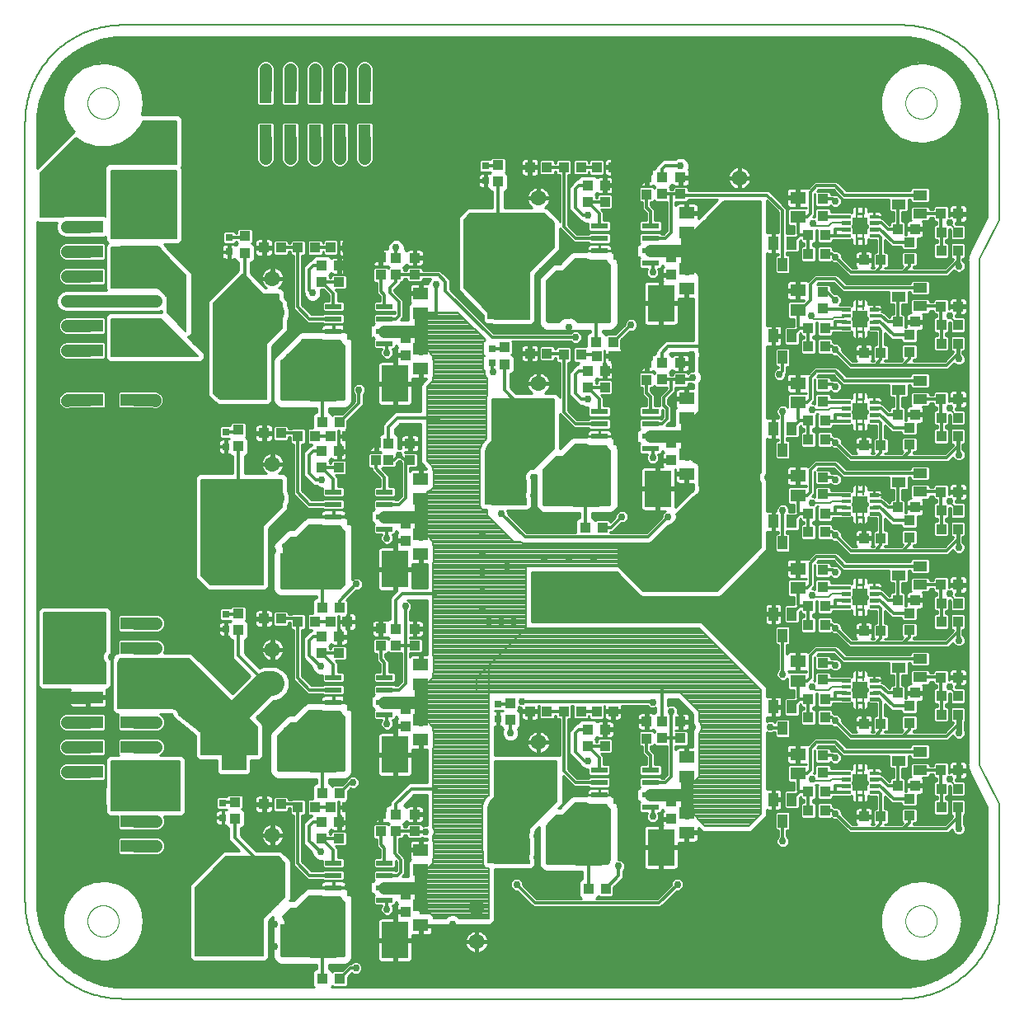
<source format=gtl>
G75*
%MOIN*%
%OFA0B0*%
%FSLAX25Y25*%
%IPPOS*%
%LPD*%
%AMOC8*
5,1,8,0,0,1.08239X$1,22.5*
%
%ADD10C,0.00600*%
%ADD11C,0.00000*%
%ADD12R,0.12000X0.05000*%
%ADD13R,0.05000X0.11500*%
%ADD14R,0.07000X0.02400*%
%ADD15R,0.09449X0.12205*%
%ADD16C,0.03181*%
%ADD17R,0.04331X0.03937*%
%ADD18R,0.04252X0.04134*%
%ADD19R,0.06299X0.05118*%
%ADD20R,0.04134X0.04252*%
%ADD21R,0.03937X0.04331*%
%ADD22R,0.11024X0.14961*%
%ADD23C,0.06299*%
%ADD24R,0.09843X0.12795*%
%ADD25C,0.00104*%
%ADD26R,0.05906X0.06890*%
%ADD27R,0.00906X0.03248*%
%ADD28R,0.03937X0.05512*%
%ADD29R,0.05512X0.03937*%
%ADD30R,0.03150X0.03150*%
%ADD31C,0.05000*%
%ADD32C,0.02978*%
%ADD33C,0.01000*%
%ADD34C,0.01200*%
%ADD35C,0.02400*%
%ADD36C,0.01600*%
%ADD37C,0.10000*%
%ADD38C,0.00800*%
D10*
X0116800Y0058370D02*
X0116800Y0373331D01*
X0130451Y0360151D02*
X0178050Y0360151D01*
X0178050Y0359553D02*
X0129853Y0359553D01*
X0129254Y0358954D02*
X0178050Y0358954D01*
X0178050Y0358356D02*
X0128656Y0358356D01*
X0128057Y0357757D02*
X0178050Y0357757D01*
X0178050Y0357159D02*
X0127459Y0357159D01*
X0126860Y0356560D02*
X0178050Y0356560D01*
X0178050Y0356500D02*
X0150550Y0356500D01*
X0149300Y0355250D01*
X0149300Y0335289D01*
X0149087Y0335502D01*
X0132925Y0335502D01*
X0132316Y0335250D01*
X0123050Y0335250D01*
X0123050Y0352750D01*
X0137428Y0367128D01*
X0140860Y0364922D01*
X0140860Y0364922D01*
X0145749Y0363487D01*
X0150843Y0363487D01*
X0155732Y0364922D01*
X0160018Y0367677D01*
X0163354Y0371527D01*
X0163354Y0371527D01*
X0164484Y0374000D01*
X0178050Y0374000D01*
X0178050Y0356500D01*
X0178050Y0354000D02*
X0178050Y0326500D01*
X0151800Y0326500D01*
X0151800Y0354000D01*
X0178050Y0354000D01*
X0178050Y0353568D02*
X0151800Y0353568D01*
X0151800Y0352969D02*
X0178050Y0352969D01*
X0178050Y0352371D02*
X0151800Y0352371D01*
X0151800Y0351772D02*
X0178050Y0351772D01*
X0178050Y0351174D02*
X0151800Y0351174D01*
X0151800Y0350575D02*
X0178050Y0350575D01*
X0178050Y0349977D02*
X0151800Y0349977D01*
X0151800Y0349378D02*
X0178050Y0349378D01*
X0178050Y0348780D02*
X0151800Y0348780D01*
X0151800Y0348181D02*
X0178050Y0348181D01*
X0178050Y0347583D02*
X0151800Y0347583D01*
X0151800Y0346984D02*
X0178050Y0346984D01*
X0178050Y0346386D02*
X0151800Y0346386D01*
X0151800Y0345787D02*
X0178050Y0345787D01*
X0178050Y0345189D02*
X0151800Y0345189D01*
X0151800Y0344590D02*
X0178050Y0344590D01*
X0178050Y0343992D02*
X0151800Y0343992D01*
X0151800Y0343393D02*
X0178050Y0343393D01*
X0178050Y0342795D02*
X0151800Y0342795D01*
X0151800Y0342196D02*
X0178050Y0342196D01*
X0178050Y0341598D02*
X0151800Y0341598D01*
X0151800Y0340999D02*
X0178050Y0340999D01*
X0178050Y0340401D02*
X0151800Y0340401D01*
X0151800Y0339802D02*
X0178050Y0339802D01*
X0178050Y0339204D02*
X0151800Y0339204D01*
X0151800Y0338605D02*
X0178050Y0338605D01*
X0178050Y0338007D02*
X0151800Y0338007D01*
X0151800Y0337408D02*
X0178050Y0337408D01*
X0178050Y0336810D02*
X0151800Y0336810D01*
X0151800Y0336211D02*
X0178050Y0336211D01*
X0178050Y0335612D02*
X0151800Y0335612D01*
X0151800Y0335014D02*
X0178050Y0335014D01*
X0178050Y0334415D02*
X0151800Y0334415D01*
X0151800Y0333817D02*
X0178050Y0333817D01*
X0178050Y0333218D02*
X0151800Y0333218D01*
X0151800Y0332620D02*
X0178050Y0332620D01*
X0178050Y0332021D02*
X0151800Y0332021D01*
X0151800Y0331423D02*
X0178050Y0331423D01*
X0178050Y0330824D02*
X0151800Y0330824D01*
X0151800Y0330226D02*
X0178050Y0330226D01*
X0178050Y0329627D02*
X0151800Y0329627D01*
X0151800Y0329029D02*
X0178050Y0329029D01*
X0178050Y0328430D02*
X0151800Y0328430D01*
X0151800Y0327832D02*
X0178050Y0327832D01*
X0178050Y0327233D02*
X0151800Y0327233D01*
X0151800Y0326635D02*
X0178050Y0326635D01*
X0170855Y0322445D02*
X0151800Y0322445D01*
X0151800Y0322750D02*
X0170550Y0322750D01*
X0181800Y0311500D01*
X0181800Y0289000D01*
X0174300Y0296500D01*
X0174300Y0302750D01*
X0173583Y0303467D01*
X0173530Y0303595D01*
X0172292Y0304832D01*
X0172165Y0304885D01*
X0170550Y0306500D01*
X0151800Y0306500D01*
X0151800Y0322750D01*
X0151800Y0321847D02*
X0171453Y0321847D01*
X0172052Y0321248D02*
X0151800Y0321248D01*
X0151800Y0320650D02*
X0172650Y0320650D01*
X0173249Y0320051D02*
X0151800Y0320051D01*
X0151800Y0319453D02*
X0173847Y0319453D01*
X0174446Y0318854D02*
X0151800Y0318854D01*
X0151800Y0318256D02*
X0175044Y0318256D01*
X0175643Y0317657D02*
X0151800Y0317657D01*
X0151800Y0317059D02*
X0176241Y0317059D01*
X0176840Y0316460D02*
X0151800Y0316460D01*
X0151800Y0315862D02*
X0177438Y0315862D01*
X0178037Y0315263D02*
X0151800Y0315263D01*
X0151800Y0314665D02*
X0178635Y0314665D01*
X0179234Y0314066D02*
X0151800Y0314066D01*
X0151800Y0313468D02*
X0179832Y0313468D01*
X0180431Y0312869D02*
X0151800Y0312869D01*
X0151800Y0312271D02*
X0181029Y0312271D01*
X0181628Y0311672D02*
X0151800Y0311672D01*
X0151800Y0311074D02*
X0181800Y0311074D01*
X0181800Y0310475D02*
X0151800Y0310475D01*
X0151800Y0309877D02*
X0181800Y0309877D01*
X0181800Y0309278D02*
X0151800Y0309278D01*
X0151800Y0308679D02*
X0181800Y0308679D01*
X0181800Y0308081D02*
X0151800Y0308081D01*
X0151800Y0307482D02*
X0181800Y0307482D01*
X0181800Y0306884D02*
X0151800Y0306884D01*
X0151800Y0294000D02*
X0171800Y0294000D01*
X0186800Y0279000D01*
X0151800Y0279000D01*
X0151800Y0294000D01*
X0151800Y0293717D02*
X0172083Y0293717D01*
X0172682Y0293118D02*
X0151800Y0293118D01*
X0151800Y0292520D02*
X0173280Y0292520D01*
X0173879Y0291921D02*
X0151800Y0291921D01*
X0151800Y0291323D02*
X0174477Y0291323D01*
X0175076Y0290724D02*
X0151800Y0290724D01*
X0151800Y0290126D02*
X0175674Y0290126D01*
X0176273Y0289527D02*
X0151800Y0289527D01*
X0151800Y0288929D02*
X0176871Y0288929D01*
X0177470Y0288330D02*
X0151800Y0288330D01*
X0151800Y0287732D02*
X0178068Y0287732D01*
X0178667Y0287133D02*
X0151800Y0287133D01*
X0151800Y0286535D02*
X0179265Y0286535D01*
X0179864Y0285936D02*
X0151800Y0285936D01*
X0151800Y0285338D02*
X0180462Y0285338D01*
X0181061Y0284739D02*
X0151800Y0284739D01*
X0151800Y0284141D02*
X0181659Y0284141D01*
X0182258Y0283542D02*
X0151800Y0283542D01*
X0151800Y0282943D02*
X0182857Y0282943D01*
X0183455Y0282345D02*
X0151800Y0282345D01*
X0151800Y0281746D02*
X0184054Y0281746D01*
X0184652Y0281148D02*
X0151800Y0281148D01*
X0151800Y0280549D02*
X0185251Y0280549D01*
X0185849Y0279951D02*
X0151800Y0279951D01*
X0151800Y0279352D02*
X0186448Y0279352D01*
X0193050Y0279352D02*
X0214300Y0279352D01*
X0214300Y0278754D02*
X0193050Y0278754D01*
X0193050Y0278155D02*
X0214300Y0278155D01*
X0214300Y0277557D02*
X0193050Y0277557D01*
X0193050Y0276958D02*
X0214300Y0276958D01*
X0214300Y0276360D02*
X0193050Y0276360D01*
X0193050Y0275761D02*
X0214300Y0275761D01*
X0214300Y0275163D02*
X0193050Y0275163D01*
X0193050Y0274564D02*
X0214300Y0274564D01*
X0214300Y0273966D02*
X0193050Y0273966D01*
X0193050Y0273367D02*
X0214300Y0273367D01*
X0214300Y0272769D02*
X0193050Y0272769D01*
X0193050Y0272170D02*
X0214300Y0272170D01*
X0214300Y0271572D02*
X0193050Y0271572D01*
X0193050Y0270973D02*
X0214300Y0270973D01*
X0214300Y0270375D02*
X0193050Y0270375D01*
X0193050Y0269776D02*
X0214300Y0269776D01*
X0214300Y0269178D02*
X0193050Y0269178D01*
X0193050Y0268579D02*
X0214300Y0268579D01*
X0214300Y0267981D02*
X0193050Y0267981D01*
X0193050Y0267382D02*
X0214300Y0267382D01*
X0214300Y0266784D02*
X0193050Y0266784D01*
X0193050Y0266185D02*
X0214300Y0266185D01*
X0214300Y0265587D02*
X0193050Y0265587D01*
X0193050Y0264988D02*
X0214300Y0264988D01*
X0214300Y0264390D02*
X0193050Y0264390D01*
X0193050Y0264000D02*
X0193050Y0300250D01*
X0204925Y0312125D01*
X0213050Y0304000D01*
X0219300Y0304000D01*
X0219300Y0301500D01*
X0220550Y0300250D01*
X0220550Y0290250D01*
X0214300Y0284000D01*
X0214300Y0261500D01*
X0195550Y0261500D01*
X0193050Y0264000D01*
X0193259Y0263791D02*
X0214300Y0263791D01*
X0214300Y0263193D02*
X0193857Y0263193D01*
X0194456Y0262594D02*
X0214300Y0262594D01*
X0214300Y0261996D02*
X0195054Y0261996D01*
X0193050Y0279951D02*
X0214300Y0279951D01*
X0214300Y0280549D02*
X0193050Y0280549D01*
X0193050Y0281148D02*
X0214300Y0281148D01*
X0214300Y0281746D02*
X0193050Y0281746D01*
X0193050Y0282345D02*
X0214300Y0282345D01*
X0214300Y0282943D02*
X0193050Y0282943D01*
X0193050Y0283542D02*
X0214300Y0283542D01*
X0214441Y0284141D02*
X0193050Y0284141D01*
X0193050Y0284739D02*
X0215039Y0284739D01*
X0215638Y0285338D02*
X0193050Y0285338D01*
X0193050Y0285936D02*
X0216236Y0285936D01*
X0216835Y0286535D02*
X0193050Y0286535D01*
X0193050Y0287133D02*
X0217433Y0287133D01*
X0218032Y0287732D02*
X0193050Y0287732D01*
X0193050Y0288330D02*
X0218630Y0288330D01*
X0219229Y0288929D02*
X0193050Y0288929D01*
X0193050Y0289527D02*
X0219827Y0289527D01*
X0220426Y0290126D02*
X0193050Y0290126D01*
X0193050Y0290724D02*
X0220550Y0290724D01*
X0220550Y0291323D02*
X0193050Y0291323D01*
X0193050Y0291921D02*
X0220550Y0291921D01*
X0220550Y0292520D02*
X0193050Y0292520D01*
X0193050Y0293118D02*
X0220550Y0293118D01*
X0220550Y0293717D02*
X0193050Y0293717D01*
X0193050Y0294315D02*
X0220550Y0294315D01*
X0220550Y0294914D02*
X0193050Y0294914D01*
X0193050Y0295512D02*
X0220550Y0295512D01*
X0220550Y0296111D02*
X0193050Y0296111D01*
X0193050Y0296709D02*
X0220550Y0296709D01*
X0220550Y0297308D02*
X0193050Y0297308D01*
X0193050Y0297906D02*
X0220550Y0297906D01*
X0220550Y0298505D02*
X0193050Y0298505D01*
X0193050Y0299103D02*
X0220550Y0299103D01*
X0220550Y0299702D02*
X0193050Y0299702D01*
X0193100Y0300300D02*
X0220500Y0300300D01*
X0219901Y0300899D02*
X0193699Y0300899D01*
X0194297Y0301497D02*
X0219303Y0301497D01*
X0219300Y0302096D02*
X0194896Y0302096D01*
X0195494Y0302694D02*
X0219300Y0302694D01*
X0219300Y0303293D02*
X0196093Y0303293D01*
X0196691Y0303891D02*
X0219300Y0303891D01*
X0212560Y0304490D02*
X0197290Y0304490D01*
X0197888Y0305088D02*
X0211962Y0305088D01*
X0211363Y0305687D02*
X0198487Y0305687D01*
X0199085Y0306285D02*
X0210765Y0306285D01*
X0210166Y0306884D02*
X0199684Y0306884D01*
X0200282Y0307482D02*
X0209568Y0307482D01*
X0208969Y0308081D02*
X0200881Y0308081D01*
X0201479Y0308679D02*
X0208371Y0308679D01*
X0207772Y0309278D02*
X0202078Y0309278D01*
X0202677Y0309877D02*
X0207173Y0309877D01*
X0206575Y0310475D02*
X0203275Y0310475D01*
X0203874Y0311074D02*
X0205976Y0311074D01*
X0205378Y0311672D02*
X0204472Y0311672D01*
X0181800Y0306285D02*
X0170765Y0306285D01*
X0171363Y0305687D02*
X0181800Y0305687D01*
X0181800Y0305088D02*
X0171962Y0305088D01*
X0172635Y0304490D02*
X0181800Y0304490D01*
X0181800Y0303891D02*
X0173234Y0303891D01*
X0173757Y0303293D02*
X0181800Y0303293D01*
X0181800Y0302694D02*
X0174300Y0302694D01*
X0174300Y0302096D02*
X0181800Y0302096D01*
X0181800Y0301497D02*
X0174300Y0301497D01*
X0174300Y0300899D02*
X0181800Y0300899D01*
X0181800Y0300300D02*
X0174300Y0300300D01*
X0174300Y0299702D02*
X0181800Y0299702D01*
X0181800Y0299103D02*
X0174300Y0299103D01*
X0174300Y0298505D02*
X0181800Y0298505D01*
X0181800Y0297906D02*
X0174300Y0297906D01*
X0174300Y0297308D02*
X0181800Y0297308D01*
X0181800Y0296709D02*
X0174300Y0296709D01*
X0174689Y0296111D02*
X0181800Y0296111D01*
X0181800Y0295512D02*
X0175288Y0295512D01*
X0175886Y0294914D02*
X0181800Y0294914D01*
X0181800Y0294315D02*
X0176485Y0294315D01*
X0177083Y0293717D02*
X0181800Y0293717D01*
X0181800Y0293118D02*
X0177682Y0293118D01*
X0178280Y0292520D02*
X0181800Y0292520D01*
X0181800Y0291921D02*
X0178879Y0291921D01*
X0179477Y0291323D02*
X0181800Y0291323D01*
X0181800Y0290724D02*
X0180076Y0290724D01*
X0180674Y0290126D02*
X0181800Y0290126D01*
X0181800Y0289527D02*
X0181273Y0289527D01*
X0173050Y0275250D02*
X0173050Y0257125D01*
X0128050Y0257125D01*
X0128050Y0275250D01*
X0173050Y0275250D01*
X0173050Y0275163D02*
X0128050Y0275163D01*
X0128050Y0274564D02*
X0173050Y0274564D01*
X0173050Y0273966D02*
X0128050Y0273966D01*
X0128050Y0273367D02*
X0173050Y0273367D01*
X0173050Y0272769D02*
X0128050Y0272769D01*
X0128050Y0272170D02*
X0173050Y0272170D01*
X0173050Y0271572D02*
X0128050Y0271572D01*
X0128050Y0270973D02*
X0173050Y0270973D01*
X0173050Y0270375D02*
X0128050Y0270375D01*
X0128050Y0269776D02*
X0173050Y0269776D01*
X0173050Y0269178D02*
X0128050Y0269178D01*
X0128050Y0268579D02*
X0173050Y0268579D01*
X0173050Y0267981D02*
X0128050Y0267981D01*
X0128050Y0267382D02*
X0173050Y0267382D01*
X0173050Y0266784D02*
X0128050Y0266784D01*
X0128050Y0266185D02*
X0173050Y0266185D01*
X0173050Y0265587D02*
X0128050Y0265587D01*
X0128050Y0264988D02*
X0173050Y0264988D01*
X0173050Y0264390D02*
X0170146Y0264390D01*
X0169874Y0264502D02*
X0154927Y0264502D01*
X0154400Y0263975D01*
X0154400Y0258230D01*
X0154927Y0257702D01*
X0168377Y0257702D01*
X0168624Y0257600D01*
X0169976Y0257600D01*
X0171226Y0258118D01*
X0172182Y0259074D01*
X0172700Y0260324D01*
X0172700Y0261676D01*
X0172182Y0262926D01*
X0171124Y0263985D01*
X0169874Y0264502D01*
X0171317Y0263791D02*
X0173050Y0263791D01*
X0173050Y0263193D02*
X0171916Y0263193D01*
X0172320Y0262594D02*
X0173050Y0262594D01*
X0173050Y0261996D02*
X0172568Y0261996D01*
X0172700Y0261397D02*
X0173050Y0261397D01*
X0173050Y0260799D02*
X0172700Y0260799D01*
X0172649Y0260200D02*
X0173050Y0260200D01*
X0173050Y0259602D02*
X0172401Y0259602D01*
X0172111Y0259003D02*
X0173050Y0259003D01*
X0173050Y0258405D02*
X0171513Y0258405D01*
X0170474Y0257806D02*
X0173050Y0257806D01*
X0173050Y0257208D02*
X0128050Y0257208D01*
X0128050Y0257806D02*
X0132626Y0257806D01*
X0133124Y0257600D02*
X0134476Y0257600D01*
X0134723Y0257702D01*
X0135927Y0257702D01*
X0148673Y0257702D01*
X0149200Y0258230D01*
X0149200Y0263975D01*
X0148673Y0264502D01*
X0133226Y0264502D01*
X0131976Y0263985D01*
X0131020Y0263028D01*
X0130918Y0262926D01*
X0130400Y0261676D01*
X0130400Y0260324D01*
X0130918Y0259074D01*
X0131874Y0258118D01*
X0133124Y0257600D01*
X0131587Y0258405D02*
X0128050Y0258405D01*
X0128050Y0259003D02*
X0130989Y0259003D01*
X0130699Y0259602D02*
X0128050Y0259602D01*
X0128050Y0260200D02*
X0130451Y0260200D01*
X0130400Y0260799D02*
X0128050Y0260799D01*
X0128050Y0261397D02*
X0130400Y0261397D01*
X0130532Y0261996D02*
X0128050Y0261996D01*
X0128050Y0262594D02*
X0130780Y0262594D01*
X0131184Y0263193D02*
X0128050Y0263193D01*
X0128050Y0263791D02*
X0131783Y0263791D01*
X0132954Y0264390D02*
X0128050Y0264390D01*
X0148785Y0264390D02*
X0154814Y0264390D01*
X0154400Y0263791D02*
X0149200Y0263791D01*
X0149200Y0263193D02*
X0154400Y0263193D01*
X0154400Y0262594D02*
X0149200Y0262594D01*
X0149200Y0261996D02*
X0154400Y0261996D01*
X0154400Y0261397D02*
X0149200Y0261397D01*
X0149200Y0260799D02*
X0154400Y0260799D01*
X0154400Y0260200D02*
X0149200Y0260200D01*
X0149200Y0259602D02*
X0154400Y0259602D01*
X0154400Y0259003D02*
X0149200Y0259003D01*
X0149200Y0258405D02*
X0154400Y0258405D01*
X0154824Y0257806D02*
X0148776Y0257806D01*
X0188050Y0229000D02*
X0220550Y0229000D01*
X0220550Y0217750D01*
X0213050Y0210250D01*
X0213050Y0186500D01*
X0191800Y0186500D01*
X0188050Y0190250D01*
X0188050Y0229000D01*
X0188050Y0228479D02*
X0220550Y0228479D01*
X0220550Y0227880D02*
X0188050Y0227880D01*
X0188050Y0227282D02*
X0220550Y0227282D01*
X0220550Y0226683D02*
X0188050Y0226683D01*
X0188050Y0226085D02*
X0220550Y0226085D01*
X0220550Y0225486D02*
X0188050Y0225486D01*
X0188050Y0224888D02*
X0220550Y0224888D01*
X0220550Y0224289D02*
X0188050Y0224289D01*
X0188050Y0223691D02*
X0220550Y0223691D01*
X0220550Y0223092D02*
X0188050Y0223092D01*
X0188050Y0222494D02*
X0220550Y0222494D01*
X0220550Y0221895D02*
X0188050Y0221895D01*
X0188050Y0221297D02*
X0220550Y0221297D01*
X0220550Y0220698D02*
X0188050Y0220698D01*
X0188050Y0220100D02*
X0220550Y0220100D01*
X0220550Y0219501D02*
X0188050Y0219501D01*
X0188050Y0218903D02*
X0220550Y0218903D01*
X0220550Y0218304D02*
X0188050Y0218304D01*
X0188050Y0217706D02*
X0220506Y0217706D01*
X0219907Y0217107D02*
X0188050Y0217107D01*
X0188050Y0216509D02*
X0219309Y0216509D01*
X0218710Y0215910D02*
X0188050Y0215910D01*
X0188050Y0215312D02*
X0218112Y0215312D01*
X0217513Y0214713D02*
X0188050Y0214713D01*
X0188050Y0214115D02*
X0216915Y0214115D01*
X0216316Y0213516D02*
X0188050Y0213516D01*
X0188050Y0212918D02*
X0215718Y0212918D01*
X0215119Y0212319D02*
X0188050Y0212319D01*
X0188050Y0211721D02*
X0214521Y0211721D01*
X0213922Y0211122D02*
X0188050Y0211122D01*
X0188050Y0210524D02*
X0213324Y0210524D01*
X0213050Y0209925D02*
X0188050Y0209925D01*
X0188050Y0209327D02*
X0213050Y0209327D01*
X0213050Y0208728D02*
X0188050Y0208728D01*
X0188050Y0208130D02*
X0213050Y0208130D01*
X0213050Y0207531D02*
X0188050Y0207531D01*
X0188050Y0206933D02*
X0213050Y0206933D01*
X0213050Y0206334D02*
X0188050Y0206334D01*
X0188050Y0205736D02*
X0213050Y0205736D01*
X0213050Y0205137D02*
X0188050Y0205137D01*
X0188050Y0204539D02*
X0213050Y0204539D01*
X0213050Y0203940D02*
X0188050Y0203940D01*
X0188050Y0203341D02*
X0213050Y0203341D01*
X0213050Y0202743D02*
X0188050Y0202743D01*
X0188050Y0202144D02*
X0213050Y0202144D01*
X0213050Y0201546D02*
X0188050Y0201546D01*
X0188050Y0200947D02*
X0213050Y0200947D01*
X0213050Y0200349D02*
X0188050Y0200349D01*
X0188050Y0199750D02*
X0213050Y0199750D01*
X0213050Y0199152D02*
X0188050Y0199152D01*
X0188050Y0198553D02*
X0213050Y0198553D01*
X0213050Y0197955D02*
X0188050Y0197955D01*
X0188050Y0197356D02*
X0213050Y0197356D01*
X0213050Y0196758D02*
X0188050Y0196758D01*
X0188050Y0196159D02*
X0213050Y0196159D01*
X0213050Y0195561D02*
X0188050Y0195561D01*
X0188050Y0194962D02*
X0213050Y0194962D01*
X0213050Y0194364D02*
X0188050Y0194364D01*
X0188050Y0193765D02*
X0213050Y0193765D01*
X0213050Y0193167D02*
X0188050Y0193167D01*
X0188050Y0192568D02*
X0213050Y0192568D01*
X0213050Y0191970D02*
X0188050Y0191970D01*
X0188050Y0191371D02*
X0213050Y0191371D01*
X0213050Y0190773D02*
X0188050Y0190773D01*
X0188126Y0190174D02*
X0213050Y0190174D01*
X0213050Y0189576D02*
X0188724Y0189576D01*
X0189323Y0188977D02*
X0213050Y0188977D01*
X0213050Y0188379D02*
X0189921Y0188379D01*
X0190520Y0187780D02*
X0213050Y0187780D01*
X0213050Y0187182D02*
X0191118Y0187182D01*
X0191717Y0186583D02*
X0213050Y0186583D01*
X0246800Y0213304D02*
X0246800Y0249464D01*
X0246962Y0249626D01*
X0246962Y0252750D01*
X0260550Y0252750D01*
X0261736Y0251564D01*
X0261375Y0251203D01*
X0261375Y0247265D01*
X0260805Y0247265D01*
X0259810Y0246269D01*
X0259810Y0244510D01*
X0255550Y0240250D01*
X0255550Y0234000D01*
X0258050Y0231500D01*
X0258050Y0225890D01*
X0257733Y0225573D01*
X0257733Y0222427D01*
X0258050Y0222110D01*
X0258050Y0220890D01*
X0257733Y0220573D01*
X0257733Y0217427D01*
X0258050Y0217110D01*
X0258050Y0216900D01*
X0257929Y0216900D01*
X0256933Y0215904D01*
X0256933Y0212096D01*
X0257929Y0211100D01*
X0258050Y0211100D01*
X0258050Y0210890D01*
X0257733Y0210573D01*
X0257733Y0207750D01*
X0249300Y0207750D01*
X0248850Y0208200D01*
X0248850Y0210906D01*
X0248348Y0212119D01*
X0247419Y0213048D01*
X0246800Y0213304D01*
X0246800Y0213516D02*
X0256933Y0213516D01*
X0256933Y0212918D02*
X0247549Y0212918D01*
X0248148Y0212319D02*
X0256933Y0212319D01*
X0257308Y0211721D02*
X0248513Y0211721D01*
X0248761Y0211122D02*
X0257907Y0211122D01*
X0257733Y0210524D02*
X0248850Y0210524D01*
X0248850Y0209925D02*
X0257733Y0209925D01*
X0257733Y0209327D02*
X0248850Y0209327D01*
X0248850Y0208728D02*
X0257733Y0208728D01*
X0257733Y0208130D02*
X0248920Y0208130D01*
X0246800Y0214115D02*
X0256933Y0214115D01*
X0256933Y0214713D02*
X0246800Y0214713D01*
X0246800Y0215312D02*
X0256933Y0215312D01*
X0256939Y0215910D02*
X0246800Y0215910D01*
X0246800Y0216509D02*
X0257538Y0216509D01*
X0258050Y0217107D02*
X0246800Y0217107D01*
X0246800Y0217706D02*
X0257733Y0217706D01*
X0257733Y0218304D02*
X0246800Y0218304D01*
X0246800Y0218903D02*
X0257733Y0218903D01*
X0257733Y0219501D02*
X0246800Y0219501D01*
X0246800Y0220100D02*
X0257733Y0220100D01*
X0257859Y0220698D02*
X0246800Y0220698D01*
X0246800Y0221297D02*
X0258050Y0221297D01*
X0258050Y0221895D02*
X0246800Y0221895D01*
X0246800Y0222494D02*
X0257733Y0222494D01*
X0257733Y0223092D02*
X0246800Y0223092D01*
X0246800Y0223691D02*
X0257733Y0223691D01*
X0257733Y0224289D02*
X0246800Y0224289D01*
X0246800Y0224888D02*
X0257733Y0224888D01*
X0257733Y0225486D02*
X0246800Y0225486D01*
X0246800Y0226085D02*
X0258050Y0226085D01*
X0258050Y0226683D02*
X0246800Y0226683D01*
X0246800Y0227282D02*
X0258050Y0227282D01*
X0258050Y0227880D02*
X0246800Y0227880D01*
X0246800Y0228479D02*
X0258050Y0228479D01*
X0258050Y0229077D02*
X0246800Y0229077D01*
X0246800Y0229676D02*
X0258050Y0229676D01*
X0258050Y0230274D02*
X0246800Y0230274D01*
X0246800Y0230873D02*
X0258050Y0230873D01*
X0258050Y0231472D02*
X0246800Y0231472D01*
X0246800Y0232070D02*
X0257480Y0232070D01*
X0256881Y0232669D02*
X0246800Y0232669D01*
X0246800Y0233267D02*
X0256283Y0233267D01*
X0255684Y0233866D02*
X0246800Y0233866D01*
X0246800Y0234464D02*
X0255550Y0234464D01*
X0255550Y0235063D02*
X0246800Y0235063D01*
X0246800Y0235661D02*
X0255550Y0235661D01*
X0255550Y0236260D02*
X0246800Y0236260D01*
X0246800Y0236858D02*
X0255550Y0236858D01*
X0255550Y0237457D02*
X0246800Y0237457D01*
X0246800Y0238055D02*
X0255550Y0238055D01*
X0255550Y0238654D02*
X0246800Y0238654D01*
X0246800Y0239252D02*
X0255550Y0239252D01*
X0255550Y0239851D02*
X0246800Y0239851D01*
X0246800Y0240449D02*
X0255749Y0240449D01*
X0256348Y0241048D02*
X0246800Y0241048D01*
X0246800Y0241646D02*
X0256946Y0241646D01*
X0257545Y0242245D02*
X0246800Y0242245D01*
X0246800Y0242843D02*
X0258143Y0242843D01*
X0258742Y0243442D02*
X0246800Y0243442D01*
X0246800Y0244040D02*
X0259340Y0244040D01*
X0259810Y0244639D02*
X0246800Y0244639D01*
X0246800Y0245237D02*
X0259810Y0245237D01*
X0259810Y0245836D02*
X0246800Y0245836D01*
X0246800Y0246434D02*
X0259975Y0246434D01*
X0260573Y0247033D02*
X0246800Y0247033D01*
X0246800Y0247631D02*
X0261375Y0247631D01*
X0261375Y0248230D02*
X0246800Y0248230D01*
X0246800Y0248828D02*
X0261375Y0248828D01*
X0261375Y0249427D02*
X0246800Y0249427D01*
X0246962Y0250025D02*
X0261375Y0250025D01*
X0261375Y0250624D02*
X0246962Y0250624D01*
X0246962Y0251222D02*
X0261395Y0251222D01*
X0261479Y0251821D02*
X0246962Y0251821D01*
X0246962Y0252419D02*
X0260881Y0252419D01*
X0256733Y0284000D02*
X0248850Y0284000D01*
X0248850Y0285906D01*
X0248348Y0287119D01*
X0247419Y0288048D01*
X0246206Y0288550D01*
X0245550Y0288550D01*
X0245550Y0290900D01*
X0245754Y0290900D01*
X0246867Y0292013D01*
X0246867Y0295987D01*
X0246354Y0296500D01*
X0246867Y0297013D01*
X0246867Y0300987D01*
X0245754Y0302100D01*
X0245550Y0302100D01*
X0245550Y0304910D01*
X0246627Y0304910D01*
X0247740Y0306023D01*
X0247740Y0311534D01*
X0246627Y0312647D01*
X0245550Y0312647D01*
X0245550Y0327750D01*
X0261800Y0327750D01*
X0261800Y0320250D01*
X0256800Y0315250D01*
X0256800Y0314935D01*
X0256524Y0314659D01*
X0256524Y0308951D01*
X0256800Y0308675D01*
X0256800Y0301054D01*
X0256733Y0300987D01*
X0256733Y0297013D01*
X0256800Y0296946D01*
X0256800Y0296054D01*
X0256733Y0295987D01*
X0256733Y0292013D01*
X0256800Y0291946D01*
X0256800Y0291054D01*
X0256733Y0290987D01*
X0256733Y0287013D01*
X0256800Y0286946D01*
X0256800Y0286054D01*
X0256733Y0285987D01*
X0256733Y0284000D01*
X0256733Y0284141D02*
X0248850Y0284141D01*
X0248850Y0284739D02*
X0256733Y0284739D01*
X0256733Y0285338D02*
X0248850Y0285338D01*
X0248838Y0285936D02*
X0256733Y0285936D01*
X0256800Y0286535D02*
X0248590Y0286535D01*
X0248334Y0287133D02*
X0256733Y0287133D01*
X0256733Y0287732D02*
X0247735Y0287732D01*
X0246737Y0288330D02*
X0256733Y0288330D01*
X0256733Y0288929D02*
X0245550Y0288929D01*
X0245550Y0289527D02*
X0256733Y0289527D01*
X0256733Y0290126D02*
X0245550Y0290126D01*
X0245550Y0290724D02*
X0256733Y0290724D01*
X0256800Y0291323D02*
X0246177Y0291323D01*
X0246775Y0291921D02*
X0256800Y0291921D01*
X0256733Y0292520D02*
X0246867Y0292520D01*
X0246867Y0293118D02*
X0256733Y0293118D01*
X0256733Y0293717D02*
X0246867Y0293717D01*
X0246867Y0294315D02*
X0256733Y0294315D01*
X0256733Y0294914D02*
X0246867Y0294914D01*
X0246867Y0295512D02*
X0256733Y0295512D01*
X0256800Y0296111D02*
X0246743Y0296111D01*
X0246563Y0296709D02*
X0256800Y0296709D01*
X0256733Y0297308D02*
X0246867Y0297308D01*
X0246867Y0297906D02*
X0256733Y0297906D01*
X0256733Y0298505D02*
X0246867Y0298505D01*
X0246867Y0299103D02*
X0256733Y0299103D01*
X0256733Y0299702D02*
X0246867Y0299702D01*
X0246867Y0300300D02*
X0256733Y0300300D01*
X0256733Y0300899D02*
X0246867Y0300899D01*
X0246357Y0301497D02*
X0256800Y0301497D01*
X0256800Y0302096D02*
X0245758Y0302096D01*
X0245550Y0302694D02*
X0256800Y0302694D01*
X0256800Y0303293D02*
X0245550Y0303293D01*
X0245550Y0303891D02*
X0256800Y0303891D01*
X0256800Y0304490D02*
X0245550Y0304490D01*
X0246806Y0305088D02*
X0256800Y0305088D01*
X0256800Y0305687D02*
X0247404Y0305687D01*
X0247740Y0306285D02*
X0256800Y0306285D01*
X0256800Y0306884D02*
X0247740Y0306884D01*
X0247740Y0307482D02*
X0256800Y0307482D01*
X0256800Y0308081D02*
X0247740Y0308081D01*
X0247740Y0308679D02*
X0256796Y0308679D01*
X0256524Y0309278D02*
X0247740Y0309278D01*
X0247740Y0309877D02*
X0256524Y0309877D01*
X0256524Y0310475D02*
X0247740Y0310475D01*
X0247740Y0311074D02*
X0256524Y0311074D01*
X0256524Y0311672D02*
X0247602Y0311672D01*
X0247004Y0312271D02*
X0256524Y0312271D01*
X0256524Y0312869D02*
X0245550Y0312869D01*
X0245550Y0313468D02*
X0256524Y0313468D01*
X0256524Y0314066D02*
X0245550Y0314066D01*
X0245550Y0314665D02*
X0256530Y0314665D01*
X0256813Y0315263D02*
X0245550Y0315263D01*
X0245550Y0315862D02*
X0257412Y0315862D01*
X0258010Y0316460D02*
X0245550Y0316460D01*
X0245550Y0317059D02*
X0258609Y0317059D01*
X0259207Y0317657D02*
X0245550Y0317657D01*
X0245550Y0318256D02*
X0259806Y0318256D01*
X0260404Y0318854D02*
X0245550Y0318854D01*
X0245550Y0319453D02*
X0261003Y0319453D01*
X0261601Y0320051D02*
X0245550Y0320051D01*
X0245550Y0320650D02*
X0261800Y0320650D01*
X0261800Y0321248D02*
X0245550Y0321248D01*
X0245550Y0321847D02*
X0261800Y0321847D01*
X0261800Y0322445D02*
X0245550Y0322445D01*
X0245550Y0323044D02*
X0261800Y0323044D01*
X0261800Y0323642D02*
X0245550Y0323642D01*
X0245550Y0324241D02*
X0261800Y0324241D01*
X0261800Y0324839D02*
X0245550Y0324839D01*
X0245550Y0325438D02*
X0261800Y0325438D01*
X0261800Y0326036D02*
X0245550Y0326036D01*
X0245550Y0326635D02*
X0261800Y0326635D01*
X0261800Y0327233D02*
X0245550Y0327233D01*
X0294300Y0327233D02*
X0330550Y0327233D01*
X0330550Y0326635D02*
X0294300Y0326635D01*
X0294300Y0326036D02*
X0330550Y0326036D01*
X0330550Y0325438D02*
X0294300Y0325438D01*
X0294300Y0324839D02*
X0330550Y0324839D01*
X0330550Y0324241D02*
X0294300Y0324241D01*
X0294300Y0323642D02*
X0330550Y0323642D01*
X0330550Y0323044D02*
X0294300Y0323044D01*
X0294300Y0322445D02*
X0330245Y0322445D01*
X0330550Y0322750D02*
X0323903Y0316103D01*
X0323830Y0316073D01*
X0322877Y0315120D01*
X0322847Y0315047D01*
X0320550Y0312750D01*
X0320550Y0294000D01*
X0306800Y0294000D01*
X0294300Y0306500D01*
X0294300Y0334000D01*
X0296800Y0336500D01*
X0326800Y0336500D01*
X0330550Y0332750D01*
X0330550Y0322750D01*
X0329647Y0321847D02*
X0294300Y0321847D01*
X0294300Y0321248D02*
X0329048Y0321248D01*
X0328450Y0320650D02*
X0294300Y0320650D01*
X0294300Y0320051D02*
X0327851Y0320051D01*
X0327253Y0319453D02*
X0294300Y0319453D01*
X0294300Y0318854D02*
X0326654Y0318854D01*
X0326056Y0318256D02*
X0294300Y0318256D01*
X0294300Y0317657D02*
X0325457Y0317657D01*
X0324859Y0317059D02*
X0294300Y0317059D01*
X0294300Y0316460D02*
X0324260Y0316460D01*
X0323619Y0315862D02*
X0294300Y0315862D01*
X0294300Y0315263D02*
X0323020Y0315263D01*
X0322465Y0314665D02*
X0294300Y0314665D01*
X0294300Y0314066D02*
X0321866Y0314066D01*
X0321268Y0313468D02*
X0294300Y0313468D01*
X0294300Y0312869D02*
X0320669Y0312869D01*
X0320550Y0312271D02*
X0294300Y0312271D01*
X0294300Y0311672D02*
X0320550Y0311672D01*
X0320550Y0311074D02*
X0294300Y0311074D01*
X0294300Y0310475D02*
X0320550Y0310475D01*
X0320550Y0309877D02*
X0294300Y0309877D01*
X0294300Y0309278D02*
X0320550Y0309278D01*
X0320550Y0308679D02*
X0294300Y0308679D01*
X0294300Y0308081D02*
X0320550Y0308081D01*
X0320550Y0307482D02*
X0294300Y0307482D01*
X0294300Y0306884D02*
X0320550Y0306884D01*
X0320550Y0306285D02*
X0294515Y0306285D01*
X0295113Y0305687D02*
X0320550Y0305687D01*
X0320550Y0305088D02*
X0295712Y0305088D01*
X0296310Y0304490D02*
X0320550Y0304490D01*
X0320550Y0303891D02*
X0296909Y0303891D01*
X0297507Y0303293D02*
X0320550Y0303293D01*
X0320550Y0302694D02*
X0298106Y0302694D01*
X0298704Y0302096D02*
X0320550Y0302096D01*
X0320550Y0301497D02*
X0299303Y0301497D01*
X0299901Y0300899D02*
X0320550Y0300899D01*
X0320550Y0300300D02*
X0300500Y0300300D01*
X0301098Y0299702D02*
X0320550Y0299702D01*
X0320550Y0299103D02*
X0301697Y0299103D01*
X0302295Y0298505D02*
X0320550Y0298505D01*
X0320550Y0297906D02*
X0302894Y0297906D01*
X0303492Y0297308D02*
X0320550Y0297308D01*
X0320550Y0296709D02*
X0304091Y0296709D01*
X0304689Y0296111D02*
X0320550Y0296111D01*
X0320550Y0295512D02*
X0305288Y0295512D01*
X0305886Y0294914D02*
X0320550Y0294914D01*
X0320550Y0294315D02*
X0306485Y0294315D01*
X0305550Y0261500D02*
X0330550Y0261500D01*
X0330550Y0241500D01*
X0322389Y0233339D01*
X0321701Y0233339D01*
X0320455Y0232823D01*
X0319502Y0231870D01*
X0318986Y0230624D01*
X0318986Y0229276D01*
X0319300Y0228518D01*
X0319300Y0223882D01*
X0318986Y0223124D01*
X0318986Y0221776D01*
X0319300Y0221018D01*
X0319300Y0219000D01*
X0305550Y0219000D01*
X0305550Y0261500D01*
X0305550Y0261397D02*
X0330550Y0261397D01*
X0330550Y0260799D02*
X0305550Y0260799D01*
X0305550Y0260200D02*
X0330550Y0260200D01*
X0330550Y0259602D02*
X0305550Y0259602D01*
X0305550Y0259003D02*
X0330550Y0259003D01*
X0330550Y0258405D02*
X0305550Y0258405D01*
X0305550Y0257806D02*
X0330550Y0257806D01*
X0330550Y0257208D02*
X0305550Y0257208D01*
X0305550Y0256609D02*
X0330550Y0256609D01*
X0330550Y0256010D02*
X0305550Y0256010D01*
X0305550Y0255412D02*
X0330550Y0255412D01*
X0330550Y0254813D02*
X0305550Y0254813D01*
X0305550Y0254215D02*
X0330550Y0254215D01*
X0330550Y0253616D02*
X0305550Y0253616D01*
X0305550Y0253018D02*
X0330550Y0253018D01*
X0330550Y0252419D02*
X0305550Y0252419D01*
X0305550Y0251821D02*
X0330550Y0251821D01*
X0330550Y0251222D02*
X0305550Y0251222D01*
X0305550Y0250624D02*
X0330550Y0250624D01*
X0330550Y0250025D02*
X0305550Y0250025D01*
X0305550Y0249427D02*
X0330550Y0249427D01*
X0330550Y0248828D02*
X0305550Y0248828D01*
X0305550Y0248230D02*
X0330550Y0248230D01*
X0330550Y0247631D02*
X0305550Y0247631D01*
X0305550Y0247033D02*
X0330550Y0247033D01*
X0330550Y0246434D02*
X0305550Y0246434D01*
X0305550Y0245836D02*
X0330550Y0245836D01*
X0330550Y0245237D02*
X0305550Y0245237D01*
X0305550Y0244639D02*
X0330550Y0244639D01*
X0330550Y0244040D02*
X0305550Y0244040D01*
X0305550Y0243442D02*
X0330550Y0243442D01*
X0330550Y0242843D02*
X0305550Y0242843D01*
X0305550Y0242245D02*
X0330550Y0242245D01*
X0330550Y0241646D02*
X0305550Y0241646D01*
X0305550Y0241048D02*
X0330098Y0241048D01*
X0329499Y0240449D02*
X0305550Y0240449D01*
X0305550Y0239851D02*
X0328901Y0239851D01*
X0328302Y0239252D02*
X0305550Y0239252D01*
X0305550Y0238654D02*
X0327704Y0238654D01*
X0327105Y0238055D02*
X0305550Y0238055D01*
X0305550Y0237457D02*
X0326507Y0237457D01*
X0325908Y0236858D02*
X0305550Y0236858D01*
X0305550Y0236260D02*
X0325310Y0236260D01*
X0324711Y0235661D02*
X0305550Y0235661D01*
X0305550Y0235063D02*
X0324113Y0235063D01*
X0323514Y0234464D02*
X0305550Y0234464D01*
X0305550Y0233866D02*
X0322916Y0233866D01*
X0321527Y0233267D02*
X0305550Y0233267D01*
X0305550Y0232669D02*
X0320301Y0232669D01*
X0319702Y0232070D02*
X0305550Y0232070D01*
X0305550Y0231472D02*
X0319337Y0231472D01*
X0319089Y0230873D02*
X0305550Y0230873D01*
X0305550Y0230274D02*
X0318986Y0230274D01*
X0318986Y0229676D02*
X0305550Y0229676D01*
X0305550Y0229077D02*
X0319068Y0229077D01*
X0319300Y0228479D02*
X0305550Y0228479D01*
X0305550Y0227880D02*
X0319300Y0227880D01*
X0319300Y0227282D02*
X0305550Y0227282D01*
X0305550Y0226683D02*
X0319300Y0226683D01*
X0319300Y0226085D02*
X0305550Y0226085D01*
X0305550Y0225486D02*
X0319300Y0225486D01*
X0319300Y0224888D02*
X0305550Y0224888D01*
X0305550Y0224289D02*
X0319300Y0224289D01*
X0319221Y0223691D02*
X0305550Y0223691D01*
X0305550Y0223092D02*
X0318986Y0223092D01*
X0318986Y0222494D02*
X0305550Y0222494D01*
X0305550Y0221895D02*
X0318986Y0221895D01*
X0319184Y0221297D02*
X0305550Y0221297D01*
X0305550Y0220698D02*
X0319300Y0220698D01*
X0319300Y0220100D02*
X0305550Y0220100D01*
X0305550Y0219501D02*
X0319300Y0219501D01*
X0354300Y0245804D02*
X0354300Y0249446D01*
X0354367Y0249513D01*
X0354367Y0253487D01*
X0354300Y0253554D01*
X0354300Y0254446D01*
X0354367Y0254513D01*
X0354367Y0258487D01*
X0354300Y0258554D01*
X0354300Y0262583D01*
X0355240Y0263523D01*
X0355240Y0269034D01*
X0354300Y0269974D01*
X0354300Y0280599D01*
X0357474Y0280599D01*
X0358587Y0281712D01*
X0358587Y0282750D01*
X0370550Y0282750D01*
X0370550Y0279167D01*
X0370235Y0278852D01*
X0370235Y0277435D01*
X0366072Y0273272D01*
X0365137Y0273272D01*
X0364024Y0272159D01*
X0364024Y0266451D01*
X0365137Y0265338D01*
X0365550Y0265338D01*
X0365550Y0259600D01*
X0365346Y0259600D01*
X0364233Y0258487D01*
X0364233Y0254513D01*
X0364746Y0254000D01*
X0364233Y0253487D01*
X0364233Y0249513D01*
X0364746Y0249000D01*
X0364233Y0248487D01*
X0364233Y0244513D01*
X0364746Y0244000D01*
X0364233Y0243487D01*
X0364233Y0241500D01*
X0356350Y0241500D01*
X0356350Y0243406D01*
X0355848Y0244619D01*
X0354919Y0245548D01*
X0354300Y0245804D01*
X0354300Y0245836D02*
X0364233Y0245836D01*
X0364233Y0246434D02*
X0354300Y0246434D01*
X0354300Y0247033D02*
X0364233Y0247033D01*
X0364233Y0247631D02*
X0354300Y0247631D01*
X0354300Y0248230D02*
X0364233Y0248230D01*
X0364574Y0248828D02*
X0354300Y0248828D01*
X0354300Y0249427D02*
X0364319Y0249427D01*
X0364233Y0250025D02*
X0354367Y0250025D01*
X0354367Y0250624D02*
X0364233Y0250624D01*
X0364233Y0251222D02*
X0354367Y0251222D01*
X0354367Y0251821D02*
X0364233Y0251821D01*
X0364233Y0252419D02*
X0354367Y0252419D01*
X0354367Y0253018D02*
X0364233Y0253018D01*
X0364363Y0253616D02*
X0354300Y0253616D01*
X0354300Y0254215D02*
X0364531Y0254215D01*
X0364233Y0254813D02*
X0354367Y0254813D01*
X0354367Y0255412D02*
X0364233Y0255412D01*
X0364233Y0256010D02*
X0354367Y0256010D01*
X0354367Y0256609D02*
X0364233Y0256609D01*
X0364233Y0257208D02*
X0354367Y0257208D01*
X0354367Y0257806D02*
X0364233Y0257806D01*
X0364233Y0258405D02*
X0354367Y0258405D01*
X0354300Y0259003D02*
X0364749Y0259003D01*
X0365550Y0259602D02*
X0354300Y0259602D01*
X0354300Y0260200D02*
X0365550Y0260200D01*
X0365550Y0260799D02*
X0354300Y0260799D01*
X0354300Y0261397D02*
X0365550Y0261397D01*
X0365550Y0261996D02*
X0354300Y0261996D01*
X0354311Y0262594D02*
X0365550Y0262594D01*
X0365550Y0263193D02*
X0354910Y0263193D01*
X0355240Y0263791D02*
X0365550Y0263791D01*
X0365550Y0264390D02*
X0355240Y0264390D01*
X0355240Y0264988D02*
X0365550Y0264988D01*
X0364889Y0265587D02*
X0355240Y0265587D01*
X0355240Y0266185D02*
X0364290Y0266185D01*
X0364024Y0266784D02*
X0355240Y0266784D01*
X0355240Y0267382D02*
X0364024Y0267382D01*
X0364024Y0267981D02*
X0355240Y0267981D01*
X0355240Y0268579D02*
X0364024Y0268579D01*
X0364024Y0269178D02*
X0355097Y0269178D01*
X0354498Y0269776D02*
X0364024Y0269776D01*
X0364024Y0270375D02*
X0354300Y0270375D01*
X0354300Y0270973D02*
X0364024Y0270973D01*
X0364024Y0271572D02*
X0354300Y0271572D01*
X0354300Y0272170D02*
X0364035Y0272170D01*
X0364634Y0272769D02*
X0354300Y0272769D01*
X0354300Y0273367D02*
X0366167Y0273367D01*
X0366766Y0273966D02*
X0354300Y0273966D01*
X0354300Y0274564D02*
X0367364Y0274564D01*
X0367963Y0275163D02*
X0354300Y0275163D01*
X0354300Y0275761D02*
X0368561Y0275761D01*
X0369160Y0276360D02*
X0354300Y0276360D01*
X0354300Y0276958D02*
X0369758Y0276958D01*
X0370235Y0277557D02*
X0354300Y0277557D01*
X0354300Y0278155D02*
X0370235Y0278155D01*
X0370235Y0278754D02*
X0354300Y0278754D01*
X0354300Y0279352D02*
X0370550Y0279352D01*
X0370550Y0279951D02*
X0354300Y0279951D01*
X0354300Y0280549D02*
X0370550Y0280549D01*
X0370550Y0281148D02*
X0358023Y0281148D01*
X0358587Y0281746D02*
X0370550Y0281746D01*
X0370550Y0282345D02*
X0358587Y0282345D01*
X0389300Y0282345D02*
X0414300Y0282345D01*
X0414300Y0282943D02*
X0389300Y0282943D01*
X0389300Y0283542D02*
X0414300Y0283542D01*
X0414300Y0284141D02*
X0389300Y0284141D01*
X0389300Y0284739D02*
X0414300Y0284739D01*
X0414300Y0285338D02*
X0389300Y0285338D01*
X0389300Y0285936D02*
X0414300Y0285936D01*
X0414300Y0286535D02*
X0389300Y0286535D01*
X0389300Y0287133D02*
X0414300Y0287133D01*
X0414300Y0287732D02*
X0389300Y0287732D01*
X0389300Y0288330D02*
X0414300Y0288330D01*
X0414300Y0288929D02*
X0389300Y0288929D01*
X0389300Y0289527D02*
X0414300Y0289527D01*
X0414300Y0290126D02*
X0389300Y0290126D01*
X0389300Y0290724D02*
X0414300Y0290724D01*
X0414300Y0291323D02*
X0389300Y0291323D01*
X0389300Y0291921D02*
X0414300Y0291921D01*
X0414300Y0292520D02*
X0389300Y0292520D01*
X0389300Y0293118D02*
X0414300Y0293118D01*
X0414300Y0293717D02*
X0389300Y0293717D01*
X0389300Y0294315D02*
X0414300Y0294315D01*
X0414300Y0294914D02*
X0389300Y0294914D01*
X0389300Y0295512D02*
X0414300Y0295512D01*
X0414300Y0296111D02*
X0389300Y0296111D01*
X0389300Y0296709D02*
X0414300Y0296709D01*
X0414300Y0297308D02*
X0389300Y0297308D01*
X0389300Y0297906D02*
X0414300Y0297906D01*
X0414300Y0298505D02*
X0389300Y0298505D01*
X0389300Y0299103D02*
X0414300Y0299103D01*
X0414300Y0299702D02*
X0389300Y0299702D01*
X0389300Y0300300D02*
X0414300Y0300300D01*
X0414300Y0300899D02*
X0389300Y0300899D01*
X0389300Y0301497D02*
X0414300Y0301497D01*
X0414300Y0302096D02*
X0389300Y0302096D01*
X0389300Y0302694D02*
X0414300Y0302694D01*
X0414300Y0303293D02*
X0389350Y0303293D01*
X0389350Y0302967D02*
X0389350Y0309659D01*
X0389300Y0309709D01*
X0389300Y0311500D01*
X0386800Y0314000D01*
X0384300Y0314000D01*
X0384300Y0329000D01*
X0386800Y0329000D01*
X0391670Y0333870D01*
X0392170Y0334077D01*
X0393123Y0335030D01*
X0393330Y0335530D01*
X0399300Y0341500D01*
X0414300Y0341500D01*
X0414300Y0231918D01*
X0414127Y0231745D01*
X0413611Y0230499D01*
X0413611Y0229151D01*
X0414127Y0227905D01*
X0414300Y0227732D01*
X0414300Y0206029D01*
X0414236Y0205874D01*
X0414236Y0204526D01*
X0414300Y0204371D01*
X0414300Y0201500D01*
X0396800Y0184000D01*
X0366800Y0184000D01*
X0356800Y0194000D01*
X0356800Y0203174D01*
X0368971Y0203174D01*
X0369890Y0203555D01*
X0376947Y0210611D01*
X0377474Y0210611D01*
X0378720Y0211127D01*
X0379673Y0212080D01*
X0380189Y0213326D01*
X0380189Y0214674D01*
X0380126Y0214826D01*
X0387382Y0222082D01*
X0388095Y0222377D01*
X0389048Y0223330D01*
X0389564Y0224576D01*
X0389564Y0225924D01*
X0389300Y0226561D01*
X0389300Y0227917D01*
X0389350Y0227967D01*
X0389350Y0234659D01*
X0388237Y0235772D01*
X0387528Y0235772D01*
X0384300Y0239000D01*
X0384300Y0251500D01*
X0389300Y0256500D01*
X0389300Y0258291D01*
X0389350Y0258341D01*
X0389350Y0265033D01*
X0389300Y0265083D01*
X0389300Y0267957D01*
X0389673Y0268330D01*
X0390189Y0269576D01*
X0390189Y0270924D01*
X0389673Y0272170D01*
X0389300Y0272543D01*
X0389300Y0278314D01*
X0389564Y0278951D01*
X0389564Y0280299D01*
X0389300Y0280936D01*
X0389300Y0302917D01*
X0389350Y0302967D01*
X0389350Y0303891D02*
X0414300Y0303891D01*
X0414300Y0304490D02*
X0389350Y0304490D01*
X0389350Y0305088D02*
X0414300Y0305088D01*
X0414300Y0305687D02*
X0389350Y0305687D01*
X0389350Y0306285D02*
X0414300Y0306285D01*
X0414300Y0306884D02*
X0389350Y0306884D01*
X0389350Y0307482D02*
X0414300Y0307482D01*
X0414300Y0308081D02*
X0389350Y0308081D01*
X0389350Y0308679D02*
X0414300Y0308679D01*
X0414300Y0309278D02*
X0389350Y0309278D01*
X0389300Y0309877D02*
X0414300Y0309877D01*
X0414300Y0310475D02*
X0389300Y0310475D01*
X0389300Y0311074D02*
X0414300Y0311074D01*
X0414300Y0311672D02*
X0389128Y0311672D01*
X0388529Y0312271D02*
X0414300Y0312271D01*
X0414300Y0312869D02*
X0387931Y0312869D01*
X0387332Y0313468D02*
X0414300Y0313468D01*
X0414300Y0314066D02*
X0384300Y0314066D01*
X0384300Y0314665D02*
X0414300Y0314665D01*
X0414300Y0315263D02*
X0384300Y0315263D01*
X0384300Y0315862D02*
X0414300Y0315862D01*
X0414300Y0316460D02*
X0384300Y0316460D01*
X0384300Y0317059D02*
X0414300Y0317059D01*
X0414300Y0317657D02*
X0384300Y0317657D01*
X0384300Y0318256D02*
X0414300Y0318256D01*
X0414300Y0318854D02*
X0384300Y0318854D01*
X0384300Y0319453D02*
X0414300Y0319453D01*
X0414300Y0320051D02*
X0384300Y0320051D01*
X0384300Y0320650D02*
X0414300Y0320650D01*
X0414300Y0321248D02*
X0384300Y0321248D01*
X0384300Y0321847D02*
X0414300Y0321847D01*
X0414300Y0322445D02*
X0384300Y0322445D01*
X0384300Y0323044D02*
X0414300Y0323044D01*
X0414300Y0323642D02*
X0384300Y0323642D01*
X0384300Y0324241D02*
X0414300Y0324241D01*
X0414300Y0324839D02*
X0384300Y0324839D01*
X0384300Y0325438D02*
X0414300Y0325438D01*
X0414300Y0326036D02*
X0384300Y0326036D01*
X0384300Y0326635D02*
X0414300Y0326635D01*
X0414300Y0327233D02*
X0384300Y0327233D01*
X0384300Y0327832D02*
X0414300Y0327832D01*
X0414300Y0328430D02*
X0384300Y0328430D01*
X0386829Y0329029D02*
X0414300Y0329029D01*
X0414300Y0329627D02*
X0387427Y0329627D01*
X0388026Y0330226D02*
X0414300Y0330226D01*
X0414300Y0330824D02*
X0388624Y0330824D01*
X0389223Y0331423D02*
X0414300Y0331423D01*
X0414300Y0332021D02*
X0389821Y0332021D01*
X0390420Y0332620D02*
X0414300Y0332620D01*
X0414300Y0333218D02*
X0391018Y0333218D01*
X0391617Y0333817D02*
X0414300Y0333817D01*
X0414300Y0334415D02*
X0392508Y0334415D01*
X0393107Y0335014D02*
X0414300Y0335014D01*
X0414300Y0335612D02*
X0393412Y0335612D01*
X0394011Y0336211D02*
X0414300Y0336211D01*
X0414300Y0336810D02*
X0394610Y0336810D01*
X0395208Y0337408D02*
X0414300Y0337408D01*
X0414300Y0338007D02*
X0395807Y0338007D01*
X0396405Y0338605D02*
X0414300Y0338605D01*
X0414300Y0339204D02*
X0397004Y0339204D01*
X0397602Y0339802D02*
X0414300Y0339802D01*
X0414300Y0340401D02*
X0398201Y0340401D01*
X0398799Y0340999D02*
X0414300Y0340999D01*
X0453020Y0336569D02*
X0453020Y0333405D01*
X0453050Y0333375D01*
X0454300Y0332125D01*
X0454300Y0331500D01*
X0454300Y0330875D01*
X0455550Y0329625D01*
X0455580Y0329000D02*
X0454300Y0330280D01*
X0454300Y0331500D01*
X0454300Y0330250D01*
X0453020Y0328970D01*
X0453020Y0326431D01*
X0455580Y0326431D02*
X0455580Y0329000D01*
X0453020Y0299069D02*
X0453020Y0295905D01*
X0453050Y0295875D01*
X0454300Y0294625D01*
X0454300Y0294000D01*
X0454300Y0293375D01*
X0455550Y0292125D01*
X0455580Y0291500D02*
X0454300Y0292780D01*
X0454300Y0294000D01*
X0454300Y0292750D01*
X0453020Y0291470D01*
X0453020Y0288931D01*
X0455580Y0288931D02*
X0455580Y0291500D01*
X0453020Y0261569D02*
X0453020Y0258405D01*
X0453050Y0258375D01*
X0454300Y0257125D01*
X0454300Y0256500D01*
X0454300Y0255875D01*
X0455550Y0254625D01*
X0455580Y0254000D02*
X0454300Y0255280D01*
X0454300Y0256500D01*
X0454300Y0255250D01*
X0453020Y0253970D01*
X0453020Y0251431D01*
X0455580Y0251431D02*
X0455580Y0254000D01*
X0453020Y0224069D02*
X0453020Y0220905D01*
X0453050Y0220875D01*
X0454300Y0219625D01*
X0454300Y0219000D01*
X0454300Y0218375D01*
X0455550Y0217125D01*
X0455580Y0216500D02*
X0454300Y0217780D01*
X0454300Y0219000D01*
X0454300Y0217750D01*
X0453020Y0216470D01*
X0453020Y0213931D01*
X0455580Y0213931D02*
X0455580Y0216500D01*
X0453020Y0186569D02*
X0453020Y0183405D01*
X0453050Y0183375D01*
X0454300Y0182125D01*
X0454300Y0181500D01*
X0454300Y0180875D01*
X0455550Y0179625D01*
X0455580Y0179000D02*
X0454300Y0180280D01*
X0454300Y0181500D01*
X0454300Y0180250D01*
X0453020Y0178970D01*
X0453020Y0176431D01*
X0455580Y0176431D02*
X0455580Y0179000D01*
X0453020Y0149069D02*
X0453020Y0145905D01*
X0453050Y0145875D01*
X0454300Y0144625D01*
X0454300Y0144000D01*
X0454300Y0143375D01*
X0455550Y0142125D01*
X0455580Y0141500D02*
X0454300Y0142780D01*
X0454300Y0144000D01*
X0454300Y0142750D01*
X0453020Y0141470D01*
X0453020Y0138931D01*
X0455580Y0138931D02*
X0455580Y0141500D01*
X0453020Y0111569D02*
X0453020Y0108405D01*
X0453050Y0108375D01*
X0454300Y0107125D01*
X0454300Y0106500D01*
X0454300Y0105875D01*
X0455550Y0104625D01*
X0455580Y0104000D02*
X0454300Y0105280D01*
X0454300Y0106500D01*
X0454300Y0105250D01*
X0453020Y0103970D01*
X0453020Y0101431D01*
X0455580Y0101431D02*
X0455580Y0104000D01*
X0502627Y0113488D02*
X0510501Y0097740D01*
X0510501Y0058370D01*
X0510490Y0057419D01*
X0510455Y0056468D01*
X0510398Y0055518D01*
X0510317Y0054570D01*
X0510214Y0053624D01*
X0510088Y0052681D01*
X0509939Y0051742D01*
X0509768Y0050806D01*
X0509573Y0049875D01*
X0509357Y0048948D01*
X0509118Y0048027D01*
X0508857Y0047112D01*
X0508574Y0046204D01*
X0508269Y0045303D01*
X0507943Y0044409D01*
X0507594Y0043524D01*
X0507225Y0042647D01*
X0506835Y0041779D01*
X0506423Y0040922D01*
X0505991Y0040074D01*
X0505539Y0039237D01*
X0505067Y0038411D01*
X0504575Y0037597D01*
X0504063Y0036795D01*
X0503532Y0036005D01*
X0502982Y0035229D01*
X0502414Y0034466D01*
X0501827Y0033717D01*
X0501222Y0032983D01*
X0500600Y0032263D01*
X0499960Y0031558D01*
X0499304Y0030870D01*
X0498631Y0030197D01*
X0497943Y0029541D01*
X0497238Y0028901D01*
X0496518Y0028279D01*
X0495784Y0027674D01*
X0495035Y0027087D01*
X0494272Y0026519D01*
X0493496Y0025969D01*
X0492706Y0025438D01*
X0491904Y0024926D01*
X0491090Y0024434D01*
X0490264Y0023962D01*
X0489427Y0023510D01*
X0488579Y0023078D01*
X0487722Y0022666D01*
X0486854Y0022276D01*
X0485977Y0021907D01*
X0485092Y0021558D01*
X0484198Y0021232D01*
X0483297Y0020927D01*
X0482389Y0020644D01*
X0481474Y0020383D01*
X0480553Y0020144D01*
X0479626Y0019928D01*
X0478695Y0019733D01*
X0477759Y0019562D01*
X0476820Y0019413D01*
X0475877Y0019287D01*
X0474931Y0019184D01*
X0473983Y0019103D01*
X0473033Y0019046D01*
X0472082Y0019011D01*
X0471131Y0019000D01*
X0156170Y0019000D01*
X0185550Y0036500D02*
X0185550Y0064000D01*
X0198050Y0076500D01*
X0219300Y0076500D01*
X0221800Y0074000D01*
X0221800Y0060250D01*
X0213050Y0051500D01*
X0213050Y0036500D01*
X0185550Y0036500D01*
X0185550Y0036955D02*
X0213050Y0036955D01*
X0213050Y0037554D02*
X0185550Y0037554D01*
X0185550Y0038152D02*
X0213050Y0038152D01*
X0213050Y0038751D02*
X0185550Y0038751D01*
X0185550Y0039349D02*
X0213050Y0039349D01*
X0213050Y0039948D02*
X0185550Y0039948D01*
X0185550Y0040546D02*
X0213050Y0040546D01*
X0213050Y0041145D02*
X0185550Y0041145D01*
X0185550Y0041743D02*
X0213050Y0041743D01*
X0213050Y0042342D02*
X0185550Y0042342D01*
X0185550Y0042940D02*
X0213050Y0042940D01*
X0213050Y0043539D02*
X0185550Y0043539D01*
X0185550Y0044137D02*
X0213050Y0044137D01*
X0213050Y0044736D02*
X0185550Y0044736D01*
X0185550Y0045334D02*
X0213050Y0045334D01*
X0213050Y0045933D02*
X0185550Y0045933D01*
X0185550Y0046532D02*
X0213050Y0046532D01*
X0213050Y0047130D02*
X0185550Y0047130D01*
X0185550Y0047729D02*
X0213050Y0047729D01*
X0213050Y0048327D02*
X0185550Y0048327D01*
X0185550Y0048926D02*
X0213050Y0048926D01*
X0213050Y0049524D02*
X0185550Y0049524D01*
X0185550Y0050123D02*
X0213050Y0050123D01*
X0213050Y0050721D02*
X0185550Y0050721D01*
X0185550Y0051320D02*
X0213050Y0051320D01*
X0213468Y0051918D02*
X0185550Y0051918D01*
X0185550Y0052517D02*
X0214067Y0052517D01*
X0214665Y0053115D02*
X0185550Y0053115D01*
X0185550Y0053714D02*
X0215264Y0053714D01*
X0215862Y0054312D02*
X0185550Y0054312D01*
X0185550Y0054911D02*
X0216461Y0054911D01*
X0217059Y0055509D02*
X0185550Y0055509D01*
X0185550Y0056108D02*
X0217658Y0056108D01*
X0218256Y0056706D02*
X0185550Y0056706D01*
X0185550Y0057305D02*
X0218855Y0057305D01*
X0219453Y0057903D02*
X0185550Y0057903D01*
X0185550Y0058502D02*
X0220052Y0058502D01*
X0220650Y0059100D02*
X0185550Y0059100D01*
X0185550Y0059699D02*
X0221249Y0059699D01*
X0221800Y0060297D02*
X0185550Y0060297D01*
X0185550Y0060896D02*
X0221800Y0060896D01*
X0221800Y0061494D02*
X0185550Y0061494D01*
X0185550Y0062093D02*
X0221800Y0062093D01*
X0221800Y0062691D02*
X0185550Y0062691D01*
X0185550Y0063290D02*
X0221800Y0063290D01*
X0221800Y0063888D02*
X0185550Y0063888D01*
X0186037Y0064487D02*
X0221800Y0064487D01*
X0221800Y0065085D02*
X0186635Y0065085D01*
X0187234Y0065684D02*
X0221800Y0065684D01*
X0221800Y0066282D02*
X0187832Y0066282D01*
X0188431Y0066881D02*
X0221800Y0066881D01*
X0221800Y0067479D02*
X0189029Y0067479D01*
X0189628Y0068078D02*
X0221800Y0068078D01*
X0221800Y0068676D02*
X0190226Y0068676D01*
X0190825Y0069275D02*
X0221800Y0069275D01*
X0221800Y0069873D02*
X0191423Y0069873D01*
X0192022Y0070472D02*
X0221800Y0070472D01*
X0221800Y0071070D02*
X0192620Y0071070D01*
X0193219Y0071669D02*
X0221800Y0071669D01*
X0221800Y0072268D02*
X0193818Y0072268D01*
X0194416Y0072866D02*
X0221800Y0072866D01*
X0221800Y0073465D02*
X0195015Y0073465D01*
X0195613Y0074063D02*
X0221737Y0074063D01*
X0221138Y0074662D02*
X0196212Y0074662D01*
X0196810Y0075260D02*
X0220540Y0075260D01*
X0219941Y0075859D02*
X0197409Y0075859D01*
X0198007Y0076457D02*
X0219343Y0076457D01*
X0246800Y0076457D02*
X0257203Y0076457D01*
X0256733Y0075987D02*
X0256733Y0072013D01*
X0257246Y0071500D01*
X0256733Y0070987D01*
X0256733Y0067013D01*
X0257246Y0066500D01*
X0256733Y0065987D01*
X0256733Y0062013D01*
X0257246Y0061500D01*
X0256733Y0060987D01*
X0256733Y0059000D01*
X0248850Y0059000D01*
X0248850Y0060906D01*
X0248348Y0062119D01*
X0247419Y0063048D01*
X0246800Y0063304D01*
X0246800Y0066946D01*
X0246867Y0067013D01*
X0246867Y0070987D01*
X0246800Y0071054D01*
X0246800Y0071946D01*
X0246867Y0072013D01*
X0246867Y0075987D01*
X0246800Y0076054D01*
X0246800Y0080083D01*
X0247740Y0081023D01*
X0247740Y0086534D01*
X0246800Y0087474D01*
X0246800Y0098099D01*
X0246849Y0098099D01*
X0247962Y0099212D01*
X0247962Y0100162D01*
X0248050Y0100250D01*
X0263050Y0100250D01*
X0263050Y0096667D01*
X0262735Y0096352D01*
X0262735Y0094935D01*
X0258572Y0090772D01*
X0257637Y0090772D01*
X0256524Y0089659D01*
X0256524Y0083951D01*
X0257637Y0082838D01*
X0258050Y0082838D01*
X0258050Y0077100D01*
X0257846Y0077100D01*
X0256733Y0075987D01*
X0256733Y0075859D02*
X0246867Y0075859D01*
X0246867Y0075260D02*
X0256733Y0075260D01*
X0256733Y0074662D02*
X0246867Y0074662D01*
X0246867Y0074063D02*
X0256733Y0074063D01*
X0256733Y0073465D02*
X0246867Y0073465D01*
X0246867Y0072866D02*
X0256733Y0072866D01*
X0256733Y0072268D02*
X0246867Y0072268D01*
X0246800Y0071669D02*
X0257077Y0071669D01*
X0256817Y0071070D02*
X0246800Y0071070D01*
X0246867Y0070472D02*
X0256733Y0070472D01*
X0256733Y0069873D02*
X0246867Y0069873D01*
X0246867Y0069275D02*
X0256733Y0069275D01*
X0256733Y0068676D02*
X0246867Y0068676D01*
X0246867Y0068078D02*
X0256733Y0068078D01*
X0256733Y0067479D02*
X0246867Y0067479D01*
X0246800Y0066881D02*
X0256865Y0066881D01*
X0257028Y0066282D02*
X0246800Y0066282D01*
X0246800Y0065684D02*
X0256733Y0065684D01*
X0256733Y0065085D02*
X0246800Y0065085D01*
X0246800Y0064487D02*
X0256733Y0064487D01*
X0256733Y0063888D02*
X0246800Y0063888D01*
X0246834Y0063290D02*
X0256733Y0063290D01*
X0256733Y0062691D02*
X0247776Y0062691D01*
X0248359Y0062093D02*
X0256733Y0062093D01*
X0257240Y0061494D02*
X0248606Y0061494D01*
X0248850Y0060896D02*
X0256733Y0060896D01*
X0256733Y0060297D02*
X0248850Y0060297D01*
X0248850Y0059699D02*
X0256733Y0059699D01*
X0256733Y0059100D02*
X0248850Y0059100D01*
X0246800Y0077056D02*
X0257802Y0077056D01*
X0258050Y0077654D02*
X0246800Y0077654D01*
X0246800Y0078253D02*
X0258050Y0078253D01*
X0258050Y0078851D02*
X0246800Y0078851D01*
X0246800Y0079450D02*
X0258050Y0079450D01*
X0258050Y0080048D02*
X0246800Y0080048D01*
X0247364Y0080647D02*
X0258050Y0080647D01*
X0258050Y0081245D02*
X0247740Y0081245D01*
X0247740Y0081844D02*
X0258050Y0081844D01*
X0258050Y0082442D02*
X0247740Y0082442D01*
X0247740Y0083041D02*
X0257434Y0083041D01*
X0256836Y0083639D02*
X0247740Y0083639D01*
X0247740Y0084238D02*
X0256524Y0084238D01*
X0256524Y0084836D02*
X0247740Y0084836D01*
X0247740Y0085435D02*
X0256524Y0085435D01*
X0256524Y0086033D02*
X0247740Y0086033D01*
X0247643Y0086632D02*
X0256524Y0086632D01*
X0256524Y0087230D02*
X0247044Y0087230D01*
X0246800Y0087829D02*
X0256524Y0087829D01*
X0256524Y0088427D02*
X0246800Y0088427D01*
X0246800Y0089026D02*
X0256524Y0089026D01*
X0256524Y0089624D02*
X0246800Y0089624D01*
X0246800Y0090223D02*
X0257088Y0090223D01*
X0258621Y0090821D02*
X0246800Y0090821D01*
X0246800Y0091420D02*
X0259220Y0091420D01*
X0259818Y0092018D02*
X0246800Y0092018D01*
X0246800Y0092617D02*
X0260417Y0092617D01*
X0261015Y0093215D02*
X0246800Y0093215D01*
X0246800Y0093814D02*
X0261614Y0093814D01*
X0262212Y0094412D02*
X0246800Y0094412D01*
X0246800Y0095011D02*
X0262735Y0095011D01*
X0262735Y0095609D02*
X0246800Y0095609D01*
X0246800Y0096208D02*
X0262735Y0096208D01*
X0263050Y0096806D02*
X0246800Y0096806D01*
X0246800Y0097405D02*
X0263050Y0097405D01*
X0263050Y0098003D02*
X0246800Y0098003D01*
X0247352Y0098602D02*
X0263050Y0098602D01*
X0263050Y0099201D02*
X0247950Y0099201D01*
X0247962Y0099799D02*
X0263050Y0099799D01*
X0257733Y0134000D02*
X0248850Y0134000D01*
X0248850Y0135906D01*
X0248348Y0137119D01*
X0247419Y0138048D01*
X0246206Y0138550D01*
X0245550Y0138550D01*
X0245550Y0142110D01*
X0245867Y0142427D01*
X0245867Y0145573D01*
X0245550Y0145890D01*
X0245550Y0147110D01*
X0245867Y0147427D01*
X0245867Y0150250D01*
X0257733Y0150250D01*
X0257733Y0147427D01*
X0258050Y0147110D01*
X0258050Y0145890D01*
X0257733Y0145573D01*
X0257733Y0142427D01*
X0258050Y0142110D01*
X0258050Y0141900D01*
X0257929Y0141900D01*
X0256933Y0140904D01*
X0256933Y0137096D01*
X0257929Y0136100D01*
X0258050Y0136100D01*
X0258050Y0135890D01*
X0257733Y0135573D01*
X0257733Y0134000D01*
X0257733Y0134513D02*
X0248850Y0134513D01*
X0248850Y0135111D02*
X0257733Y0135111D01*
X0257870Y0135710D02*
X0248850Y0135710D01*
X0248684Y0136308D02*
X0257721Y0136308D01*
X0257122Y0136907D02*
X0248436Y0136907D01*
X0247962Y0137505D02*
X0256933Y0137505D01*
X0256933Y0138104D02*
X0247284Y0138104D01*
X0245550Y0138702D02*
X0256933Y0138702D01*
X0256933Y0139301D02*
X0245550Y0139301D01*
X0245550Y0139899D02*
X0256933Y0139899D01*
X0256933Y0140498D02*
X0245550Y0140498D01*
X0245550Y0141096D02*
X0257125Y0141096D01*
X0257724Y0141695D02*
X0245550Y0141695D01*
X0245733Y0142293D02*
X0257867Y0142293D01*
X0257733Y0142892D02*
X0245867Y0142892D01*
X0245867Y0143490D02*
X0257733Y0143490D01*
X0257733Y0144089D02*
X0245867Y0144089D01*
X0245867Y0144687D02*
X0257733Y0144687D01*
X0257733Y0145286D02*
X0245867Y0145286D01*
X0245555Y0145884D02*
X0258045Y0145884D01*
X0258050Y0146483D02*
X0245550Y0146483D01*
X0245550Y0147081D02*
X0258050Y0147081D01*
X0257733Y0147680D02*
X0245867Y0147680D01*
X0245867Y0148278D02*
X0257733Y0148278D01*
X0257733Y0148877D02*
X0245867Y0148877D01*
X0245867Y0149475D02*
X0257733Y0149475D01*
X0257733Y0150074D02*
X0245867Y0150074D01*
X0210550Y0129000D02*
X0210550Y0117750D01*
X0188050Y0117750D01*
X0188050Y0126750D01*
X0179136Y0133881D01*
X0178623Y0135120D01*
X0177670Y0136073D01*
X0176424Y0136589D01*
X0175076Y0136589D01*
X0174861Y0136500D01*
X0154300Y0136500D01*
X0154300Y0154957D01*
X0154623Y0155280D01*
X0155124Y0156490D01*
X0170675Y0156490D01*
X0170700Y0156500D01*
X0183050Y0156500D01*
X0210550Y0129000D01*
X0210424Y0129126D02*
X0185080Y0129126D01*
X0185828Y0128528D02*
X0210550Y0128528D01*
X0210550Y0127929D02*
X0186576Y0127929D01*
X0187324Y0127331D02*
X0210550Y0127331D01*
X0210550Y0126732D02*
X0188050Y0126732D01*
X0188050Y0126134D02*
X0210550Y0126134D01*
X0210550Y0125535D02*
X0188050Y0125535D01*
X0188050Y0124937D02*
X0210550Y0124937D01*
X0210550Y0124338D02*
X0188050Y0124338D01*
X0188050Y0123739D02*
X0210550Y0123739D01*
X0210550Y0123141D02*
X0188050Y0123141D01*
X0188050Y0122542D02*
X0210550Y0122542D01*
X0210550Y0121944D02*
X0188050Y0121944D01*
X0188050Y0121345D02*
X0210550Y0121345D01*
X0210550Y0120747D02*
X0188050Y0120747D01*
X0188050Y0120148D02*
X0210550Y0120148D01*
X0210550Y0119550D02*
X0188050Y0119550D01*
X0188050Y0118951D02*
X0210550Y0118951D01*
X0210550Y0118353D02*
X0188050Y0118353D01*
X0188050Y0117754D02*
X0210550Y0117754D01*
X0209825Y0129725D02*
X0184332Y0129725D01*
X0183584Y0130323D02*
X0209227Y0130323D01*
X0208628Y0130922D02*
X0182835Y0130922D01*
X0182087Y0131520D02*
X0208030Y0131520D01*
X0207431Y0132119D02*
X0181339Y0132119D01*
X0180591Y0132717D02*
X0206833Y0132717D01*
X0206234Y0133316D02*
X0179843Y0133316D01*
X0179122Y0133914D02*
X0205636Y0133914D01*
X0205037Y0134513D02*
X0178874Y0134513D01*
X0178627Y0135111D02*
X0204439Y0135111D01*
X0203840Y0135710D02*
X0178033Y0135710D01*
X0177102Y0136308D02*
X0203242Y0136308D01*
X0202643Y0136907D02*
X0154300Y0136907D01*
X0154300Y0137505D02*
X0202045Y0137505D01*
X0201446Y0138104D02*
X0154300Y0138104D01*
X0154300Y0138702D02*
X0200848Y0138702D01*
X0200249Y0139301D02*
X0154300Y0139301D01*
X0154300Y0139899D02*
X0199651Y0139899D01*
X0199052Y0140498D02*
X0154300Y0140498D01*
X0154300Y0141096D02*
X0198454Y0141096D01*
X0197855Y0141695D02*
X0154300Y0141695D01*
X0154300Y0142293D02*
X0197257Y0142293D01*
X0196658Y0142892D02*
X0154300Y0142892D01*
X0154300Y0143490D02*
X0196060Y0143490D01*
X0195461Y0144089D02*
X0154300Y0144089D01*
X0154300Y0144687D02*
X0194863Y0144687D01*
X0194264Y0145286D02*
X0154300Y0145286D01*
X0154300Y0145884D02*
X0193666Y0145884D01*
X0193067Y0146483D02*
X0154300Y0146483D01*
X0154300Y0147081D02*
X0192469Y0147081D01*
X0191870Y0147680D02*
X0154300Y0147680D01*
X0154300Y0148278D02*
X0191272Y0148278D01*
X0190673Y0148877D02*
X0154300Y0148877D01*
X0154300Y0149475D02*
X0190075Y0149475D01*
X0189476Y0150074D02*
X0154300Y0150074D01*
X0154300Y0150672D02*
X0188878Y0150672D01*
X0188279Y0151271D02*
X0154300Y0151271D01*
X0154300Y0151870D02*
X0187680Y0151870D01*
X0187082Y0152468D02*
X0154300Y0152468D01*
X0154300Y0153067D02*
X0186483Y0153067D01*
X0185885Y0153665D02*
X0154300Y0153665D01*
X0154300Y0154264D02*
X0185286Y0154264D01*
X0184688Y0154862D02*
X0154300Y0154862D01*
X0154698Y0155461D02*
X0184089Y0155461D01*
X0183491Y0156059D02*
X0154946Y0156059D01*
X0149300Y0154857D02*
X0149300Y0146500D01*
X0124300Y0146500D01*
X0124300Y0175250D01*
X0149300Y0175250D01*
X0149300Y0159543D01*
X0148877Y0159120D01*
X0148361Y0157874D01*
X0148361Y0156526D01*
X0148877Y0155280D01*
X0149300Y0154857D01*
X0149295Y0154862D02*
X0124300Y0154862D01*
X0124300Y0154264D02*
X0149300Y0154264D01*
X0149300Y0153665D02*
X0124300Y0153665D01*
X0124300Y0153067D02*
X0149300Y0153067D01*
X0149300Y0152468D02*
X0124300Y0152468D01*
X0124300Y0151870D02*
X0149300Y0151870D01*
X0149300Y0151271D02*
X0124300Y0151271D01*
X0124300Y0150672D02*
X0149300Y0150672D01*
X0149300Y0150074D02*
X0124300Y0150074D01*
X0124300Y0149475D02*
X0149300Y0149475D01*
X0149300Y0148877D02*
X0124300Y0148877D01*
X0124300Y0148278D02*
X0149300Y0148278D01*
X0149300Y0147680D02*
X0124300Y0147680D01*
X0124300Y0147081D02*
X0149300Y0147081D01*
X0148802Y0155461D02*
X0124300Y0155461D01*
X0124300Y0156059D02*
X0148554Y0156059D01*
X0148361Y0156658D02*
X0124300Y0156658D01*
X0124300Y0157256D02*
X0148361Y0157256D01*
X0148361Y0157855D02*
X0124300Y0157855D01*
X0124300Y0158453D02*
X0148601Y0158453D01*
X0148849Y0159052D02*
X0124300Y0159052D01*
X0124300Y0159650D02*
X0149300Y0159650D01*
X0149300Y0160249D02*
X0124300Y0160249D01*
X0124300Y0160847D02*
X0149300Y0160847D01*
X0149300Y0161446D02*
X0124300Y0161446D01*
X0124300Y0162044D02*
X0149300Y0162044D01*
X0149300Y0162643D02*
X0124300Y0162643D01*
X0124300Y0163241D02*
X0149300Y0163241D01*
X0149300Y0163840D02*
X0124300Y0163840D01*
X0124300Y0164438D02*
X0149300Y0164438D01*
X0149300Y0165037D02*
X0124300Y0165037D01*
X0124300Y0165635D02*
X0149300Y0165635D01*
X0149300Y0166234D02*
X0124300Y0166234D01*
X0124300Y0166832D02*
X0149300Y0166832D01*
X0149300Y0167431D02*
X0124300Y0167431D01*
X0124300Y0168029D02*
X0149300Y0168029D01*
X0149300Y0168628D02*
X0124300Y0168628D01*
X0124300Y0169226D02*
X0149300Y0169226D01*
X0149300Y0169825D02*
X0124300Y0169825D01*
X0124300Y0170423D02*
X0149300Y0170423D01*
X0149300Y0171022D02*
X0124300Y0171022D01*
X0124300Y0171620D02*
X0149300Y0171620D01*
X0149300Y0172219D02*
X0124300Y0172219D01*
X0124300Y0172817D02*
X0149300Y0172817D01*
X0149300Y0173416D02*
X0124300Y0173416D01*
X0124300Y0174014D02*
X0149300Y0174014D01*
X0149300Y0174613D02*
X0124300Y0174613D01*
X0124300Y0175211D02*
X0149300Y0175211D01*
X0151800Y0115250D02*
X0179300Y0115250D01*
X0179300Y0095250D01*
X0170771Y0095250D01*
X0170675Y0095290D01*
X0154513Y0095290D01*
X0154473Y0095250D01*
X0151800Y0095250D01*
X0151800Y0115250D01*
X0151800Y0114762D02*
X0179300Y0114762D01*
X0179300Y0114163D02*
X0151800Y0114163D01*
X0151800Y0113565D02*
X0179300Y0113565D01*
X0179300Y0112966D02*
X0151800Y0112966D01*
X0151800Y0112368D02*
X0179300Y0112368D01*
X0179300Y0111769D02*
X0151800Y0111769D01*
X0151800Y0111171D02*
X0179300Y0111171D01*
X0179300Y0110572D02*
X0151800Y0110572D01*
X0151800Y0109974D02*
X0179300Y0109974D01*
X0179300Y0109375D02*
X0151800Y0109375D01*
X0151800Y0108777D02*
X0179300Y0108777D01*
X0179300Y0108178D02*
X0151800Y0108178D01*
X0151800Y0107580D02*
X0179300Y0107580D01*
X0179300Y0106981D02*
X0151800Y0106981D01*
X0151800Y0106383D02*
X0179300Y0106383D01*
X0179300Y0105784D02*
X0151800Y0105784D01*
X0151800Y0105186D02*
X0179300Y0105186D01*
X0179300Y0104587D02*
X0151800Y0104587D01*
X0151800Y0103989D02*
X0179300Y0103989D01*
X0179300Y0103390D02*
X0151800Y0103390D01*
X0151800Y0102792D02*
X0179300Y0102792D01*
X0179300Y0102193D02*
X0151800Y0102193D01*
X0151800Y0101595D02*
X0179300Y0101595D01*
X0179300Y0100996D02*
X0151800Y0100996D01*
X0151800Y0100398D02*
X0179300Y0100398D01*
X0179300Y0099799D02*
X0151800Y0099799D01*
X0151800Y0099201D02*
X0179300Y0099201D01*
X0179300Y0098602D02*
X0151800Y0098602D01*
X0151800Y0098003D02*
X0179300Y0098003D01*
X0179300Y0097405D02*
X0151800Y0097405D01*
X0151800Y0096806D02*
X0179300Y0096806D01*
X0179300Y0096208D02*
X0151800Y0096208D01*
X0151800Y0095609D02*
X0179300Y0095609D01*
X0149300Y0095609D02*
X0123050Y0095609D01*
X0123050Y0095011D02*
X0149300Y0095011D01*
X0149300Y0094412D02*
X0123050Y0094412D01*
X0123050Y0093814D02*
X0149300Y0093814D01*
X0149300Y0093215D02*
X0123050Y0093215D01*
X0123050Y0092617D02*
X0149300Y0092617D01*
X0149300Y0092018D02*
X0123050Y0092018D01*
X0123050Y0091420D02*
X0149300Y0091420D01*
X0149300Y0090821D02*
X0123050Y0090821D01*
X0123050Y0090223D02*
X0149300Y0090223D01*
X0149300Y0089624D02*
X0123050Y0089624D01*
X0123050Y0089026D02*
X0149300Y0089026D01*
X0149300Y0088427D02*
X0123050Y0088427D01*
X0123050Y0087829D02*
X0149300Y0087829D01*
X0149300Y0087230D02*
X0123050Y0087230D01*
X0123050Y0086632D02*
X0149300Y0086632D01*
X0149300Y0086033D02*
X0123050Y0086033D01*
X0123050Y0085435D02*
X0149300Y0085435D01*
X0149300Y0084836D02*
X0123050Y0084836D01*
X0123050Y0084238D02*
X0149300Y0084238D01*
X0149300Y0083639D02*
X0123050Y0083639D01*
X0123050Y0083041D02*
X0149300Y0083041D01*
X0149300Y0082442D02*
X0123050Y0082442D01*
X0123050Y0081844D02*
X0149300Y0081844D01*
X0149300Y0081245D02*
X0123050Y0081245D01*
X0123050Y0080647D02*
X0149300Y0080647D01*
X0149300Y0080048D02*
X0123050Y0080048D01*
X0123050Y0079450D02*
X0149300Y0079450D01*
X0149300Y0078851D02*
X0123050Y0078851D01*
X0123050Y0078253D02*
X0149300Y0078253D01*
X0149300Y0077654D02*
X0123146Y0077654D01*
X0123050Y0077750D02*
X0123050Y0102750D01*
X0125550Y0105250D01*
X0149300Y0105250D01*
X0149300Y0076500D01*
X0148050Y0075250D01*
X0125550Y0075250D01*
X0123050Y0077750D01*
X0123744Y0077056D02*
X0149300Y0077056D01*
X0149257Y0076457D02*
X0124343Y0076457D01*
X0124941Y0075859D02*
X0148659Y0075859D01*
X0148060Y0075260D02*
X0125540Y0075260D01*
X0123050Y0096208D02*
X0149300Y0096208D01*
X0149300Y0096806D02*
X0123050Y0096806D01*
X0123050Y0097405D02*
X0149300Y0097405D01*
X0149300Y0098003D02*
X0123050Y0098003D01*
X0123050Y0098602D02*
X0149300Y0098602D01*
X0149300Y0099201D02*
X0123050Y0099201D01*
X0123050Y0099799D02*
X0149300Y0099799D01*
X0149300Y0100398D02*
X0123050Y0100398D01*
X0123050Y0100996D02*
X0149300Y0100996D01*
X0149300Y0101595D02*
X0123050Y0101595D01*
X0123050Y0102193D02*
X0149300Y0102193D01*
X0149300Y0102792D02*
X0123092Y0102792D01*
X0123690Y0103390D02*
X0149300Y0103390D01*
X0149300Y0103989D02*
X0124289Y0103989D01*
X0124887Y0104587D02*
X0149300Y0104587D01*
X0149300Y0105186D02*
X0125486Y0105186D01*
X0116800Y0058370D02*
X0116811Y0057419D01*
X0116846Y0056468D01*
X0116903Y0055518D01*
X0116984Y0054570D01*
X0117087Y0053624D01*
X0117213Y0052681D01*
X0117362Y0051742D01*
X0117533Y0050806D01*
X0117728Y0049875D01*
X0117944Y0048948D01*
X0118183Y0048027D01*
X0118444Y0047112D01*
X0118727Y0046204D01*
X0119032Y0045303D01*
X0119358Y0044409D01*
X0119707Y0043524D01*
X0120076Y0042647D01*
X0120466Y0041779D01*
X0120878Y0040922D01*
X0121310Y0040074D01*
X0121762Y0039237D01*
X0122234Y0038411D01*
X0122726Y0037597D01*
X0123238Y0036795D01*
X0123769Y0036005D01*
X0124319Y0035229D01*
X0124887Y0034466D01*
X0125474Y0033717D01*
X0126079Y0032983D01*
X0126701Y0032263D01*
X0127341Y0031558D01*
X0127997Y0030870D01*
X0128670Y0030197D01*
X0129358Y0029541D01*
X0130063Y0028901D01*
X0130783Y0028279D01*
X0131517Y0027674D01*
X0132266Y0027087D01*
X0133029Y0026519D01*
X0133805Y0025969D01*
X0134595Y0025438D01*
X0135397Y0024926D01*
X0136211Y0024434D01*
X0137037Y0023962D01*
X0137874Y0023510D01*
X0138722Y0023078D01*
X0139579Y0022666D01*
X0140447Y0022276D01*
X0141324Y0021907D01*
X0142209Y0021558D01*
X0143103Y0021232D01*
X0144004Y0020927D01*
X0144912Y0020644D01*
X0145827Y0020383D01*
X0146748Y0020144D01*
X0147675Y0019928D01*
X0148606Y0019733D01*
X0149542Y0019562D01*
X0150481Y0019413D01*
X0151424Y0019287D01*
X0152370Y0019184D01*
X0153318Y0019103D01*
X0154268Y0019046D01*
X0155219Y0019011D01*
X0156170Y0019000D01*
X0306800Y0074000D02*
X0306800Y0115250D01*
X0331800Y0115250D01*
X0331800Y0099000D01*
X0320550Y0087750D01*
X0320550Y0086382D01*
X0320236Y0085624D01*
X0320236Y0084276D01*
X0320550Y0083518D01*
X0320550Y0077632D01*
X0320236Y0076874D01*
X0320236Y0075526D01*
X0320550Y0074768D01*
X0320550Y0074000D01*
X0306800Y0074000D01*
X0306800Y0074063D02*
X0320550Y0074063D01*
X0320550Y0074662D02*
X0306800Y0074662D01*
X0306800Y0075260D02*
X0320346Y0075260D01*
X0320236Y0075859D02*
X0306800Y0075859D01*
X0306800Y0076457D02*
X0320236Y0076457D01*
X0320311Y0077056D02*
X0306800Y0077056D01*
X0306800Y0077654D02*
X0320550Y0077654D01*
X0320550Y0078253D02*
X0306800Y0078253D01*
X0306800Y0078851D02*
X0320550Y0078851D01*
X0320550Y0079450D02*
X0306800Y0079450D01*
X0306800Y0080048D02*
X0320550Y0080048D01*
X0320550Y0080647D02*
X0306800Y0080647D01*
X0306800Y0081245D02*
X0320550Y0081245D01*
X0320550Y0081844D02*
X0306800Y0081844D01*
X0306800Y0082442D02*
X0320550Y0082442D01*
X0320550Y0083041D02*
X0306800Y0083041D01*
X0306800Y0083639D02*
X0320500Y0083639D01*
X0320252Y0084238D02*
X0306800Y0084238D01*
X0306800Y0084836D02*
X0320236Y0084836D01*
X0320236Y0085435D02*
X0306800Y0085435D01*
X0306800Y0086033D02*
X0320406Y0086033D01*
X0320550Y0086632D02*
X0306800Y0086632D01*
X0306800Y0087230D02*
X0320550Y0087230D01*
X0320629Y0087829D02*
X0306800Y0087829D01*
X0306800Y0088427D02*
X0321227Y0088427D01*
X0321826Y0089026D02*
X0306800Y0089026D01*
X0306800Y0089624D02*
X0322424Y0089624D01*
X0323023Y0090223D02*
X0306800Y0090223D01*
X0306800Y0090821D02*
X0323621Y0090821D01*
X0324220Y0091420D02*
X0306800Y0091420D01*
X0306800Y0092018D02*
X0324818Y0092018D01*
X0325417Y0092617D02*
X0306800Y0092617D01*
X0306800Y0093215D02*
X0326015Y0093215D01*
X0326614Y0093814D02*
X0306800Y0093814D01*
X0306800Y0094412D02*
X0327212Y0094412D01*
X0327811Y0095011D02*
X0306800Y0095011D01*
X0306800Y0095609D02*
X0328409Y0095609D01*
X0329008Y0096208D02*
X0306800Y0096208D01*
X0306800Y0096806D02*
X0329606Y0096806D01*
X0330205Y0097405D02*
X0306800Y0097405D01*
X0306800Y0098003D02*
X0330803Y0098003D01*
X0331402Y0098602D02*
X0306800Y0098602D01*
X0306800Y0099201D02*
X0331800Y0099201D01*
X0331800Y0099799D02*
X0306800Y0099799D01*
X0306800Y0100398D02*
X0331800Y0100398D01*
X0331800Y0100996D02*
X0306800Y0100996D01*
X0306800Y0101595D02*
X0331800Y0101595D01*
X0331800Y0102193D02*
X0306800Y0102193D01*
X0306800Y0102792D02*
X0331800Y0102792D01*
X0331800Y0103390D02*
X0306800Y0103390D01*
X0306800Y0103989D02*
X0331800Y0103989D01*
X0331800Y0104587D02*
X0306800Y0104587D01*
X0306800Y0105186D02*
X0331800Y0105186D01*
X0331800Y0105784D02*
X0306800Y0105784D01*
X0306800Y0106383D02*
X0331800Y0106383D01*
X0331800Y0106981D02*
X0306800Y0106981D01*
X0306800Y0107580D02*
X0331800Y0107580D01*
X0331800Y0108178D02*
X0306800Y0108178D01*
X0306800Y0108777D02*
X0331800Y0108777D01*
X0331800Y0109375D02*
X0306800Y0109375D01*
X0306800Y0109974D02*
X0331800Y0109974D01*
X0331800Y0110572D02*
X0306800Y0110572D01*
X0306800Y0111171D02*
X0331800Y0111171D01*
X0331800Y0111769D02*
X0306800Y0111769D01*
X0306800Y0112368D02*
X0331800Y0112368D01*
X0331800Y0112966D02*
X0306800Y0112966D01*
X0306800Y0113565D02*
X0331800Y0113565D01*
X0331800Y0114163D02*
X0306800Y0114163D01*
X0306800Y0114762D02*
X0331800Y0114762D01*
X0353367Y0112750D02*
X0353367Y0109927D01*
X0353050Y0109610D01*
X0353050Y0108390D01*
X0353367Y0108073D01*
X0353367Y0104927D01*
X0353050Y0104610D01*
X0353050Y0101050D01*
X0353706Y0101050D01*
X0354919Y0100548D01*
X0355848Y0099619D01*
X0356350Y0098406D01*
X0356350Y0096500D01*
X0365233Y0096500D01*
X0365233Y0098073D01*
X0365550Y0098390D01*
X0365550Y0098600D01*
X0365429Y0098600D01*
X0364433Y0099596D01*
X0364433Y0103404D01*
X0365429Y0104400D01*
X0365550Y0104400D01*
X0365550Y0104610D01*
X0365233Y0104927D01*
X0365233Y0108073D01*
X0365550Y0108390D01*
X0365550Y0109610D01*
X0365233Y0109927D01*
X0365233Y0112750D01*
X0353367Y0112750D01*
X0353367Y0112368D02*
X0365233Y0112368D01*
X0365233Y0111769D02*
X0353367Y0111769D01*
X0353367Y0111171D02*
X0365233Y0111171D01*
X0365233Y0110572D02*
X0353367Y0110572D01*
X0353367Y0109974D02*
X0365233Y0109974D01*
X0365550Y0109375D02*
X0353050Y0109375D01*
X0353050Y0108777D02*
X0365550Y0108777D01*
X0365338Y0108178D02*
X0353262Y0108178D01*
X0353367Y0107580D02*
X0365233Y0107580D01*
X0365233Y0106981D02*
X0353367Y0106981D01*
X0353367Y0106383D02*
X0365233Y0106383D01*
X0365233Y0105784D02*
X0353367Y0105784D01*
X0353367Y0105186D02*
X0365233Y0105186D01*
X0365550Y0104587D02*
X0353050Y0104587D01*
X0353050Y0103989D02*
X0365018Y0103989D01*
X0364433Y0103390D02*
X0353050Y0103390D01*
X0353050Y0102792D02*
X0364433Y0102792D01*
X0364433Y0102193D02*
X0353050Y0102193D01*
X0353050Y0101595D02*
X0364433Y0101595D01*
X0364433Y0100996D02*
X0353837Y0100996D01*
X0355069Y0100398D02*
X0364433Y0100398D01*
X0364433Y0099799D02*
X0355668Y0099799D01*
X0356021Y0099201D02*
X0364828Y0099201D01*
X0365427Y0098602D02*
X0356269Y0098602D01*
X0356350Y0098003D02*
X0365233Y0098003D01*
X0365233Y0097405D02*
X0356350Y0097405D01*
X0356350Y0096806D02*
X0365233Y0096806D01*
X0366611Y0184189D02*
X0396989Y0184189D01*
X0397588Y0184788D02*
X0366012Y0184788D01*
X0365414Y0185386D02*
X0398186Y0185386D01*
X0398785Y0185985D02*
X0364815Y0185985D01*
X0364217Y0186583D02*
X0399383Y0186583D01*
X0399982Y0187182D02*
X0363618Y0187182D01*
X0363020Y0187780D02*
X0400580Y0187780D01*
X0401179Y0188379D02*
X0362421Y0188379D01*
X0361823Y0188977D02*
X0401777Y0188977D01*
X0402376Y0189576D02*
X0361224Y0189576D01*
X0360626Y0190174D02*
X0402974Y0190174D01*
X0403573Y0190773D02*
X0360027Y0190773D01*
X0359429Y0191371D02*
X0404171Y0191371D01*
X0404770Y0191970D02*
X0358830Y0191970D01*
X0358232Y0192568D02*
X0405368Y0192568D01*
X0405967Y0193167D02*
X0357633Y0193167D01*
X0357035Y0193765D02*
X0406565Y0193765D01*
X0407164Y0194364D02*
X0356800Y0194364D01*
X0356800Y0194962D02*
X0407762Y0194962D01*
X0408361Y0195561D02*
X0356800Y0195561D01*
X0356800Y0196159D02*
X0408959Y0196159D01*
X0409558Y0196758D02*
X0356800Y0196758D01*
X0356800Y0197356D02*
X0410156Y0197356D01*
X0410755Y0197955D02*
X0356800Y0197955D01*
X0356800Y0198553D02*
X0411353Y0198553D01*
X0411952Y0199152D02*
X0356800Y0199152D01*
X0356800Y0199750D02*
X0412550Y0199750D01*
X0413149Y0200349D02*
X0356800Y0200349D01*
X0356800Y0200947D02*
X0413747Y0200947D01*
X0414300Y0201546D02*
X0356800Y0201546D01*
X0356800Y0202144D02*
X0414300Y0202144D01*
X0414300Y0202743D02*
X0356800Y0202743D01*
X0369376Y0203341D02*
X0414300Y0203341D01*
X0414300Y0203940D02*
X0370276Y0203940D01*
X0370874Y0204539D02*
X0414236Y0204539D01*
X0414236Y0205137D02*
X0371473Y0205137D01*
X0372071Y0205736D02*
X0414236Y0205736D01*
X0414300Y0206334D02*
X0372670Y0206334D01*
X0373268Y0206933D02*
X0414300Y0206933D01*
X0414300Y0207531D02*
X0373867Y0207531D01*
X0374465Y0208130D02*
X0414300Y0208130D01*
X0414300Y0208728D02*
X0375064Y0208728D01*
X0375662Y0209327D02*
X0414300Y0209327D01*
X0414300Y0209925D02*
X0376261Y0209925D01*
X0376859Y0210524D02*
X0414300Y0210524D01*
X0414300Y0211122D02*
X0378708Y0211122D01*
X0379313Y0211721D02*
X0414300Y0211721D01*
X0414300Y0212319D02*
X0379772Y0212319D01*
X0380020Y0212918D02*
X0414300Y0212918D01*
X0414300Y0213516D02*
X0380189Y0213516D01*
X0380189Y0214115D02*
X0414300Y0214115D01*
X0414300Y0214713D02*
X0380173Y0214713D01*
X0380612Y0215312D02*
X0414300Y0215312D01*
X0414300Y0215910D02*
X0381210Y0215910D01*
X0381809Y0216509D02*
X0414300Y0216509D01*
X0414300Y0217107D02*
X0382407Y0217107D01*
X0383006Y0217706D02*
X0414300Y0217706D01*
X0414300Y0218304D02*
X0383604Y0218304D01*
X0384203Y0218903D02*
X0414300Y0218903D01*
X0414300Y0219501D02*
X0384801Y0219501D01*
X0385400Y0220100D02*
X0414300Y0220100D01*
X0414300Y0220698D02*
X0385998Y0220698D01*
X0386597Y0221297D02*
X0414300Y0221297D01*
X0414300Y0221895D02*
X0387195Y0221895D01*
X0388212Y0222494D02*
X0414300Y0222494D01*
X0414300Y0223092D02*
X0388810Y0223092D01*
X0389197Y0223691D02*
X0414300Y0223691D01*
X0414300Y0224289D02*
X0389445Y0224289D01*
X0389564Y0224888D02*
X0414300Y0224888D01*
X0414300Y0225486D02*
X0389564Y0225486D01*
X0389497Y0226085D02*
X0414300Y0226085D01*
X0414300Y0226683D02*
X0389300Y0226683D01*
X0389300Y0227282D02*
X0414300Y0227282D01*
X0414152Y0227880D02*
X0389300Y0227880D01*
X0389350Y0228479D02*
X0413889Y0228479D01*
X0413641Y0229077D02*
X0389350Y0229077D01*
X0389350Y0229676D02*
X0413611Y0229676D01*
X0413611Y0230274D02*
X0389350Y0230274D01*
X0389350Y0230873D02*
X0413766Y0230873D01*
X0414014Y0231472D02*
X0389350Y0231472D01*
X0389350Y0232070D02*
X0414300Y0232070D01*
X0414300Y0232669D02*
X0389350Y0232669D01*
X0389350Y0233267D02*
X0414300Y0233267D01*
X0414300Y0233866D02*
X0389350Y0233866D01*
X0389350Y0234464D02*
X0414300Y0234464D01*
X0414300Y0235063D02*
X0388946Y0235063D01*
X0388348Y0235661D02*
X0414300Y0235661D01*
X0414300Y0236260D02*
X0387040Y0236260D01*
X0386442Y0236858D02*
X0414300Y0236858D01*
X0414300Y0237457D02*
X0385843Y0237457D01*
X0385245Y0238055D02*
X0414300Y0238055D01*
X0414300Y0238654D02*
X0384646Y0238654D01*
X0384300Y0239252D02*
X0414300Y0239252D01*
X0414300Y0239851D02*
X0384300Y0239851D01*
X0384300Y0240449D02*
X0414300Y0240449D01*
X0414300Y0241048D02*
X0384300Y0241048D01*
X0384300Y0241646D02*
X0414300Y0241646D01*
X0414300Y0242245D02*
X0384300Y0242245D01*
X0384300Y0242843D02*
X0414300Y0242843D01*
X0414300Y0243442D02*
X0384300Y0243442D01*
X0384300Y0244040D02*
X0414300Y0244040D01*
X0414300Y0244639D02*
X0384300Y0244639D01*
X0384300Y0245237D02*
X0414300Y0245237D01*
X0414300Y0245836D02*
X0384300Y0245836D01*
X0384300Y0246434D02*
X0414300Y0246434D01*
X0414300Y0247033D02*
X0384300Y0247033D01*
X0384300Y0247631D02*
X0414300Y0247631D01*
X0414300Y0248230D02*
X0384300Y0248230D01*
X0384300Y0248828D02*
X0414300Y0248828D01*
X0414300Y0249427D02*
X0384300Y0249427D01*
X0384300Y0250025D02*
X0414300Y0250025D01*
X0414300Y0250624D02*
X0384300Y0250624D01*
X0384300Y0251222D02*
X0414300Y0251222D01*
X0414300Y0251821D02*
X0384621Y0251821D01*
X0385219Y0252419D02*
X0414300Y0252419D01*
X0414300Y0253018D02*
X0385818Y0253018D01*
X0386416Y0253616D02*
X0414300Y0253616D01*
X0414300Y0254215D02*
X0387015Y0254215D01*
X0387613Y0254813D02*
X0414300Y0254813D01*
X0414300Y0255412D02*
X0388212Y0255412D01*
X0388810Y0256010D02*
X0414300Y0256010D01*
X0414300Y0256609D02*
X0389300Y0256609D01*
X0389300Y0257208D02*
X0414300Y0257208D01*
X0414300Y0257806D02*
X0389300Y0257806D01*
X0389350Y0258405D02*
X0414300Y0258405D01*
X0414300Y0259003D02*
X0389350Y0259003D01*
X0389350Y0259602D02*
X0414300Y0259602D01*
X0414300Y0260200D02*
X0389350Y0260200D01*
X0389350Y0260799D02*
X0414300Y0260799D01*
X0414300Y0261397D02*
X0389350Y0261397D01*
X0389350Y0261996D02*
X0414300Y0261996D01*
X0414300Y0262594D02*
X0389350Y0262594D01*
X0389350Y0263193D02*
X0414300Y0263193D01*
X0414300Y0263791D02*
X0389350Y0263791D01*
X0389350Y0264390D02*
X0414300Y0264390D01*
X0414300Y0264988D02*
X0389350Y0264988D01*
X0389300Y0265587D02*
X0414300Y0265587D01*
X0414300Y0266185D02*
X0389300Y0266185D01*
X0389300Y0266784D02*
X0414300Y0266784D01*
X0414300Y0267382D02*
X0389300Y0267382D01*
X0389323Y0267981D02*
X0414300Y0267981D01*
X0414300Y0268579D02*
X0389776Y0268579D01*
X0390024Y0269178D02*
X0414300Y0269178D01*
X0414300Y0269776D02*
X0390189Y0269776D01*
X0390189Y0270375D02*
X0414300Y0270375D01*
X0414300Y0270973D02*
X0390169Y0270973D01*
X0389921Y0271572D02*
X0414300Y0271572D01*
X0414300Y0272170D02*
X0389672Y0272170D01*
X0389300Y0272769D02*
X0414300Y0272769D01*
X0414300Y0273367D02*
X0389300Y0273367D01*
X0389300Y0273966D02*
X0414300Y0273966D01*
X0414300Y0274564D02*
X0389300Y0274564D01*
X0389300Y0275163D02*
X0414300Y0275163D01*
X0414300Y0275761D02*
X0389300Y0275761D01*
X0389300Y0276360D02*
X0414300Y0276360D01*
X0414300Y0276958D02*
X0389300Y0276958D01*
X0389300Y0277557D02*
X0414300Y0277557D01*
X0414300Y0278155D02*
X0389300Y0278155D01*
X0389482Y0278754D02*
X0414300Y0278754D01*
X0414300Y0279352D02*
X0389564Y0279352D01*
X0389564Y0279951D02*
X0414300Y0279951D01*
X0414300Y0280549D02*
X0389460Y0280549D01*
X0389300Y0281148D02*
X0414300Y0281148D01*
X0414300Y0281746D02*
X0389300Y0281746D01*
X0364233Y0316500D02*
X0356350Y0316500D01*
X0356350Y0318406D01*
X0355848Y0319619D01*
X0354919Y0320548D01*
X0354300Y0320804D01*
X0354300Y0324446D01*
X0354367Y0324513D01*
X0354367Y0328487D01*
X0354300Y0328554D01*
X0354300Y0329446D01*
X0354367Y0329513D01*
X0354367Y0333487D01*
X0354300Y0333554D01*
X0354300Y0337583D01*
X0355240Y0338523D01*
X0355240Y0344034D01*
X0354300Y0344974D01*
X0354300Y0356500D01*
X0355550Y0357750D01*
X0370550Y0357750D01*
X0370550Y0354167D01*
X0370235Y0353852D01*
X0370235Y0352435D01*
X0366072Y0348272D01*
X0365137Y0348272D01*
X0364024Y0347159D01*
X0364024Y0341451D01*
X0365137Y0340338D01*
X0365550Y0340338D01*
X0365550Y0334600D01*
X0365346Y0334600D01*
X0364233Y0333487D01*
X0364233Y0329513D01*
X0364746Y0329000D01*
X0364233Y0328487D01*
X0364233Y0324513D01*
X0364746Y0324000D01*
X0364233Y0323487D01*
X0364233Y0319513D01*
X0364746Y0319000D01*
X0364233Y0318487D01*
X0364233Y0316500D01*
X0364233Y0317059D02*
X0356350Y0317059D01*
X0356350Y0317657D02*
X0364233Y0317657D01*
X0364233Y0318256D02*
X0356350Y0318256D01*
X0356165Y0318854D02*
X0364600Y0318854D01*
X0364293Y0319453D02*
X0355917Y0319453D01*
X0355416Y0320051D02*
X0364233Y0320051D01*
X0364233Y0320650D02*
X0354673Y0320650D01*
X0354300Y0321248D02*
X0364233Y0321248D01*
X0364233Y0321847D02*
X0354300Y0321847D01*
X0354300Y0322445D02*
X0364233Y0322445D01*
X0364233Y0323044D02*
X0354300Y0323044D01*
X0354300Y0323642D02*
X0364388Y0323642D01*
X0364505Y0324241D02*
X0354300Y0324241D01*
X0354367Y0324839D02*
X0364233Y0324839D01*
X0364233Y0325438D02*
X0354367Y0325438D01*
X0354367Y0326036D02*
X0364233Y0326036D01*
X0364233Y0326635D02*
X0354367Y0326635D01*
X0354367Y0327233D02*
X0364233Y0327233D01*
X0364233Y0327832D02*
X0354367Y0327832D01*
X0354367Y0328430D02*
X0364233Y0328430D01*
X0364717Y0329029D02*
X0354300Y0329029D01*
X0354367Y0329627D02*
X0364233Y0329627D01*
X0364233Y0330226D02*
X0354367Y0330226D01*
X0354367Y0330824D02*
X0364233Y0330824D01*
X0364233Y0331423D02*
X0354367Y0331423D01*
X0354367Y0332021D02*
X0364233Y0332021D01*
X0364233Y0332620D02*
X0354367Y0332620D01*
X0354367Y0333218D02*
X0364233Y0333218D01*
X0364563Y0333817D02*
X0354300Y0333817D01*
X0354300Y0334415D02*
X0365162Y0334415D01*
X0365550Y0335014D02*
X0354300Y0335014D01*
X0354300Y0335612D02*
X0365550Y0335612D01*
X0365550Y0336211D02*
X0354300Y0336211D01*
X0354300Y0336810D02*
X0365550Y0336810D01*
X0365550Y0337408D02*
X0354300Y0337408D01*
X0354724Y0338007D02*
X0365550Y0338007D01*
X0365550Y0338605D02*
X0355240Y0338605D01*
X0355240Y0339204D02*
X0365550Y0339204D01*
X0365550Y0339802D02*
X0355240Y0339802D01*
X0355240Y0340401D02*
X0365075Y0340401D01*
X0364476Y0340999D02*
X0355240Y0340999D01*
X0355240Y0341598D02*
X0364024Y0341598D01*
X0364024Y0342196D02*
X0355240Y0342196D01*
X0355240Y0342795D02*
X0364024Y0342795D01*
X0364024Y0343393D02*
X0355240Y0343393D01*
X0355240Y0343992D02*
X0364024Y0343992D01*
X0364024Y0344590D02*
X0354684Y0344590D01*
X0354300Y0345189D02*
X0364024Y0345189D01*
X0364024Y0345787D02*
X0354300Y0345787D01*
X0354300Y0346386D02*
X0364024Y0346386D01*
X0364024Y0346984D02*
X0354300Y0346984D01*
X0354300Y0347583D02*
X0364448Y0347583D01*
X0365046Y0348181D02*
X0354300Y0348181D01*
X0354300Y0348780D02*
X0366580Y0348780D01*
X0367178Y0349378D02*
X0354300Y0349378D01*
X0354300Y0349977D02*
X0367777Y0349977D01*
X0368375Y0350575D02*
X0354300Y0350575D01*
X0354300Y0351174D02*
X0368974Y0351174D01*
X0369572Y0351772D02*
X0354300Y0351772D01*
X0354300Y0352371D02*
X0370171Y0352371D01*
X0370235Y0352969D02*
X0354300Y0352969D01*
X0354300Y0353568D02*
X0370235Y0353568D01*
X0370549Y0354166D02*
X0354300Y0354166D01*
X0354300Y0354765D02*
X0370550Y0354765D01*
X0370550Y0355363D02*
X0354300Y0355363D01*
X0354300Y0355962D02*
X0370550Y0355962D01*
X0370550Y0356560D02*
X0354360Y0356560D01*
X0354959Y0357159D02*
X0370550Y0357159D01*
X0330550Y0332620D02*
X0294300Y0332620D01*
X0294300Y0333218D02*
X0330082Y0333218D01*
X0329483Y0333817D02*
X0294300Y0333817D01*
X0294715Y0334415D02*
X0328885Y0334415D01*
X0328286Y0335014D02*
X0295314Y0335014D01*
X0295912Y0335612D02*
X0327688Y0335612D01*
X0327089Y0336211D02*
X0296511Y0336211D01*
X0294300Y0332021D02*
X0330550Y0332021D01*
X0330550Y0331423D02*
X0294300Y0331423D01*
X0294300Y0330824D02*
X0330550Y0330824D01*
X0330550Y0330226D02*
X0294300Y0330226D01*
X0294300Y0329627D02*
X0330550Y0329627D01*
X0330550Y0329029D02*
X0294300Y0329029D01*
X0294300Y0328430D02*
X0330550Y0328430D01*
X0330550Y0327832D02*
X0294300Y0327832D01*
X0355230Y0245237D02*
X0364233Y0245237D01*
X0364233Y0244639D02*
X0355828Y0244639D01*
X0356087Y0244040D02*
X0364706Y0244040D01*
X0364233Y0243442D02*
X0356335Y0243442D01*
X0356350Y0242843D02*
X0364233Y0242843D01*
X0364233Y0242245D02*
X0356350Y0242245D01*
X0356350Y0241646D02*
X0364233Y0241646D01*
X0312425Y0184000D02*
X0311175Y0182750D01*
X0282425Y0182750D01*
X0149300Y0335612D02*
X0123050Y0335612D01*
X0123050Y0336211D02*
X0149300Y0336211D01*
X0149300Y0336810D02*
X0123050Y0336810D01*
X0123050Y0337408D02*
X0149300Y0337408D01*
X0149300Y0338007D02*
X0123050Y0338007D01*
X0123050Y0338605D02*
X0149300Y0338605D01*
X0149300Y0339204D02*
X0123050Y0339204D01*
X0123050Y0339802D02*
X0149300Y0339802D01*
X0149300Y0340401D02*
X0123050Y0340401D01*
X0123050Y0340999D02*
X0149300Y0340999D01*
X0149300Y0341598D02*
X0123050Y0341598D01*
X0123050Y0342196D02*
X0149300Y0342196D01*
X0149300Y0342795D02*
X0123050Y0342795D01*
X0123050Y0343393D02*
X0149300Y0343393D01*
X0149300Y0343992D02*
X0123050Y0343992D01*
X0123050Y0344590D02*
X0149300Y0344590D01*
X0149300Y0345189D02*
X0123050Y0345189D01*
X0123050Y0345787D02*
X0149300Y0345787D01*
X0149300Y0346386D02*
X0123050Y0346386D01*
X0123050Y0346984D02*
X0149300Y0346984D01*
X0149300Y0347583D02*
X0123050Y0347583D01*
X0123050Y0348181D02*
X0149300Y0348181D01*
X0149300Y0348780D02*
X0123050Y0348780D01*
X0123050Y0349378D02*
X0149300Y0349378D01*
X0149300Y0349977D02*
X0123050Y0349977D01*
X0123050Y0350575D02*
X0149300Y0350575D01*
X0149300Y0351174D02*
X0123050Y0351174D01*
X0123050Y0351772D02*
X0149300Y0351772D01*
X0149300Y0352371D02*
X0123050Y0352371D01*
X0123269Y0352969D02*
X0149300Y0352969D01*
X0149300Y0353568D02*
X0123868Y0353568D01*
X0124466Y0354166D02*
X0149300Y0354166D01*
X0149300Y0354765D02*
X0125065Y0354765D01*
X0125663Y0355363D02*
X0149413Y0355363D01*
X0150012Y0355962D02*
X0126262Y0355962D01*
X0131050Y0360750D02*
X0178050Y0360750D01*
X0178050Y0361348D02*
X0131648Y0361348D01*
X0132247Y0361947D02*
X0178050Y0361947D01*
X0178050Y0362545D02*
X0132845Y0362545D01*
X0133444Y0363144D02*
X0178050Y0363144D01*
X0178050Y0363743D02*
X0151714Y0363743D01*
X0153752Y0364341D02*
X0178050Y0364341D01*
X0178050Y0364940D02*
X0155759Y0364940D01*
X0155732Y0364922D02*
X0155732Y0364922D01*
X0156690Y0365538D02*
X0178050Y0365538D01*
X0178050Y0366137D02*
X0157621Y0366137D01*
X0158553Y0366735D02*
X0178050Y0366735D01*
X0178050Y0367334D02*
X0159484Y0367334D01*
X0160018Y0367677D02*
X0160018Y0367677D01*
X0160018Y0367677D01*
X0160239Y0367932D02*
X0178050Y0367932D01*
X0178050Y0368531D02*
X0160758Y0368531D01*
X0161276Y0369129D02*
X0178050Y0369129D01*
X0178050Y0369728D02*
X0161795Y0369728D01*
X0162314Y0370326D02*
X0178050Y0370326D01*
X0178050Y0370925D02*
X0162832Y0370925D01*
X0163351Y0371523D02*
X0178050Y0371523D01*
X0178050Y0372122D02*
X0163626Y0372122D01*
X0163899Y0372720D02*
X0178050Y0372720D01*
X0178050Y0373319D02*
X0164173Y0373319D01*
X0164446Y0373917D02*
X0178050Y0373917D01*
X0156170Y0412701D02*
X0155219Y0412690D01*
X0154268Y0412655D01*
X0153318Y0412598D01*
X0152370Y0412517D01*
X0151424Y0412414D01*
X0150481Y0412288D01*
X0149542Y0412139D01*
X0148606Y0411968D01*
X0147675Y0411773D01*
X0146748Y0411557D01*
X0145827Y0411318D01*
X0144912Y0411057D01*
X0144004Y0410774D01*
X0143103Y0410469D01*
X0142209Y0410143D01*
X0141324Y0409794D01*
X0140447Y0409425D01*
X0139579Y0409035D01*
X0138722Y0408623D01*
X0137874Y0408191D01*
X0137037Y0407739D01*
X0136211Y0407267D01*
X0135397Y0406775D01*
X0134595Y0406263D01*
X0133805Y0405732D01*
X0133029Y0405182D01*
X0132266Y0404614D01*
X0131517Y0404027D01*
X0130783Y0403422D01*
X0130063Y0402800D01*
X0129358Y0402160D01*
X0128670Y0401504D01*
X0127997Y0400831D01*
X0127341Y0400143D01*
X0126701Y0399438D01*
X0126079Y0398718D01*
X0125474Y0397984D01*
X0124887Y0397235D01*
X0124319Y0396472D01*
X0123769Y0395696D01*
X0123238Y0394906D01*
X0122726Y0394104D01*
X0122234Y0393290D01*
X0121762Y0392464D01*
X0121310Y0391627D01*
X0120878Y0390779D01*
X0120466Y0389922D01*
X0120076Y0389054D01*
X0119707Y0388177D01*
X0119358Y0387292D01*
X0119032Y0386398D01*
X0118727Y0385497D01*
X0118444Y0384589D01*
X0118183Y0383674D01*
X0117944Y0382753D01*
X0117728Y0381826D01*
X0117533Y0380895D01*
X0117362Y0379959D01*
X0117213Y0379020D01*
X0117087Y0378077D01*
X0116984Y0377131D01*
X0116903Y0376183D01*
X0116846Y0375233D01*
X0116811Y0374282D01*
X0116800Y0373331D01*
X0134043Y0363743D02*
X0144878Y0363743D01*
X0142840Y0364341D02*
X0134641Y0364341D01*
X0135240Y0364940D02*
X0140833Y0364940D01*
X0139902Y0365538D02*
X0135838Y0365538D01*
X0136437Y0366137D02*
X0138971Y0366137D01*
X0138039Y0366735D02*
X0137035Y0366735D01*
X0156170Y0412701D02*
X0471131Y0412701D01*
X0472082Y0412690D01*
X0473033Y0412655D01*
X0473983Y0412598D01*
X0474931Y0412517D01*
X0475877Y0412414D01*
X0476820Y0412288D01*
X0477759Y0412139D01*
X0478695Y0411968D01*
X0479626Y0411773D01*
X0480553Y0411557D01*
X0481474Y0411318D01*
X0482389Y0411057D01*
X0483297Y0410774D01*
X0484198Y0410469D01*
X0485092Y0410143D01*
X0485977Y0409794D01*
X0486854Y0409425D01*
X0487722Y0409035D01*
X0488579Y0408623D01*
X0489427Y0408191D01*
X0490264Y0407739D01*
X0491090Y0407267D01*
X0491904Y0406775D01*
X0492706Y0406263D01*
X0493496Y0405732D01*
X0494272Y0405182D01*
X0495035Y0404614D01*
X0495784Y0404027D01*
X0496518Y0403422D01*
X0497238Y0402800D01*
X0497943Y0402160D01*
X0498631Y0401504D01*
X0499304Y0400831D01*
X0499960Y0400143D01*
X0500600Y0399438D01*
X0501222Y0398718D01*
X0501827Y0397984D01*
X0502414Y0397235D01*
X0502982Y0396472D01*
X0503532Y0395696D01*
X0504063Y0394906D01*
X0504575Y0394104D01*
X0505067Y0393290D01*
X0505539Y0392464D01*
X0505991Y0391627D01*
X0506423Y0390779D01*
X0506835Y0389922D01*
X0507225Y0389054D01*
X0507594Y0388177D01*
X0507943Y0387292D01*
X0508269Y0386398D01*
X0508574Y0385497D01*
X0508857Y0384589D01*
X0509118Y0383674D01*
X0509357Y0382753D01*
X0509573Y0381826D01*
X0509768Y0380895D01*
X0509939Y0379959D01*
X0510088Y0379020D01*
X0510214Y0378077D01*
X0510317Y0377131D01*
X0510398Y0376183D01*
X0510455Y0375233D01*
X0510490Y0374282D01*
X0510501Y0373331D01*
X0510501Y0333961D01*
X0502627Y0318213D01*
X0502627Y0113488D01*
D11*
X0472706Y0050496D02*
X0472708Y0050654D01*
X0472714Y0050812D01*
X0472724Y0050970D01*
X0472738Y0051128D01*
X0472756Y0051285D01*
X0472777Y0051442D01*
X0472803Y0051598D01*
X0472833Y0051754D01*
X0472866Y0051909D01*
X0472904Y0052062D01*
X0472945Y0052215D01*
X0472990Y0052367D01*
X0473039Y0052518D01*
X0473092Y0052667D01*
X0473148Y0052815D01*
X0473208Y0052961D01*
X0473272Y0053106D01*
X0473340Y0053249D01*
X0473411Y0053391D01*
X0473485Y0053531D01*
X0473563Y0053668D01*
X0473645Y0053804D01*
X0473729Y0053938D01*
X0473818Y0054069D01*
X0473909Y0054198D01*
X0474004Y0054325D01*
X0474101Y0054450D01*
X0474202Y0054572D01*
X0474306Y0054691D01*
X0474413Y0054808D01*
X0474523Y0054922D01*
X0474636Y0055033D01*
X0474751Y0055142D01*
X0474869Y0055247D01*
X0474990Y0055349D01*
X0475113Y0055449D01*
X0475239Y0055545D01*
X0475367Y0055638D01*
X0475497Y0055728D01*
X0475630Y0055814D01*
X0475765Y0055898D01*
X0475901Y0055977D01*
X0476040Y0056054D01*
X0476181Y0056126D01*
X0476323Y0056196D01*
X0476467Y0056261D01*
X0476613Y0056323D01*
X0476760Y0056381D01*
X0476909Y0056436D01*
X0477059Y0056487D01*
X0477210Y0056534D01*
X0477362Y0056577D01*
X0477515Y0056616D01*
X0477670Y0056652D01*
X0477825Y0056683D01*
X0477981Y0056711D01*
X0478137Y0056735D01*
X0478294Y0056755D01*
X0478452Y0056771D01*
X0478609Y0056783D01*
X0478768Y0056791D01*
X0478926Y0056795D01*
X0479084Y0056795D01*
X0479242Y0056791D01*
X0479401Y0056783D01*
X0479558Y0056771D01*
X0479716Y0056755D01*
X0479873Y0056735D01*
X0480029Y0056711D01*
X0480185Y0056683D01*
X0480340Y0056652D01*
X0480495Y0056616D01*
X0480648Y0056577D01*
X0480800Y0056534D01*
X0480951Y0056487D01*
X0481101Y0056436D01*
X0481250Y0056381D01*
X0481397Y0056323D01*
X0481543Y0056261D01*
X0481687Y0056196D01*
X0481829Y0056126D01*
X0481970Y0056054D01*
X0482109Y0055977D01*
X0482245Y0055898D01*
X0482380Y0055814D01*
X0482513Y0055728D01*
X0482643Y0055638D01*
X0482771Y0055545D01*
X0482897Y0055449D01*
X0483020Y0055349D01*
X0483141Y0055247D01*
X0483259Y0055142D01*
X0483374Y0055033D01*
X0483487Y0054922D01*
X0483597Y0054808D01*
X0483704Y0054691D01*
X0483808Y0054572D01*
X0483909Y0054450D01*
X0484006Y0054325D01*
X0484101Y0054198D01*
X0484192Y0054069D01*
X0484281Y0053938D01*
X0484365Y0053804D01*
X0484447Y0053668D01*
X0484525Y0053531D01*
X0484599Y0053391D01*
X0484670Y0053249D01*
X0484738Y0053106D01*
X0484802Y0052961D01*
X0484862Y0052815D01*
X0484918Y0052667D01*
X0484971Y0052518D01*
X0485020Y0052367D01*
X0485065Y0052215D01*
X0485106Y0052062D01*
X0485144Y0051909D01*
X0485177Y0051754D01*
X0485207Y0051598D01*
X0485233Y0051442D01*
X0485254Y0051285D01*
X0485272Y0051128D01*
X0485286Y0050970D01*
X0485296Y0050812D01*
X0485302Y0050654D01*
X0485304Y0050496D01*
X0485302Y0050338D01*
X0485296Y0050180D01*
X0485286Y0050022D01*
X0485272Y0049864D01*
X0485254Y0049707D01*
X0485233Y0049550D01*
X0485207Y0049394D01*
X0485177Y0049238D01*
X0485144Y0049083D01*
X0485106Y0048930D01*
X0485065Y0048777D01*
X0485020Y0048625D01*
X0484971Y0048474D01*
X0484918Y0048325D01*
X0484862Y0048177D01*
X0484802Y0048031D01*
X0484738Y0047886D01*
X0484670Y0047743D01*
X0484599Y0047601D01*
X0484525Y0047461D01*
X0484447Y0047324D01*
X0484365Y0047188D01*
X0484281Y0047054D01*
X0484192Y0046923D01*
X0484101Y0046794D01*
X0484006Y0046667D01*
X0483909Y0046542D01*
X0483808Y0046420D01*
X0483704Y0046301D01*
X0483597Y0046184D01*
X0483487Y0046070D01*
X0483374Y0045959D01*
X0483259Y0045850D01*
X0483141Y0045745D01*
X0483020Y0045643D01*
X0482897Y0045543D01*
X0482771Y0045447D01*
X0482643Y0045354D01*
X0482513Y0045264D01*
X0482380Y0045178D01*
X0482245Y0045094D01*
X0482109Y0045015D01*
X0481970Y0044938D01*
X0481829Y0044866D01*
X0481687Y0044796D01*
X0481543Y0044731D01*
X0481397Y0044669D01*
X0481250Y0044611D01*
X0481101Y0044556D01*
X0480951Y0044505D01*
X0480800Y0044458D01*
X0480648Y0044415D01*
X0480495Y0044376D01*
X0480340Y0044340D01*
X0480185Y0044309D01*
X0480029Y0044281D01*
X0479873Y0044257D01*
X0479716Y0044237D01*
X0479558Y0044221D01*
X0479401Y0044209D01*
X0479242Y0044201D01*
X0479084Y0044197D01*
X0478926Y0044197D01*
X0478768Y0044201D01*
X0478609Y0044209D01*
X0478452Y0044221D01*
X0478294Y0044237D01*
X0478137Y0044257D01*
X0477981Y0044281D01*
X0477825Y0044309D01*
X0477670Y0044340D01*
X0477515Y0044376D01*
X0477362Y0044415D01*
X0477210Y0044458D01*
X0477059Y0044505D01*
X0476909Y0044556D01*
X0476760Y0044611D01*
X0476613Y0044669D01*
X0476467Y0044731D01*
X0476323Y0044796D01*
X0476181Y0044866D01*
X0476040Y0044938D01*
X0475901Y0045015D01*
X0475765Y0045094D01*
X0475630Y0045178D01*
X0475497Y0045264D01*
X0475367Y0045354D01*
X0475239Y0045447D01*
X0475113Y0045543D01*
X0474990Y0045643D01*
X0474869Y0045745D01*
X0474751Y0045850D01*
X0474636Y0045959D01*
X0474523Y0046070D01*
X0474413Y0046184D01*
X0474306Y0046301D01*
X0474202Y0046420D01*
X0474101Y0046542D01*
X0474004Y0046667D01*
X0473909Y0046794D01*
X0473818Y0046923D01*
X0473729Y0047054D01*
X0473645Y0047188D01*
X0473563Y0047324D01*
X0473485Y0047461D01*
X0473411Y0047601D01*
X0473340Y0047743D01*
X0473272Y0047886D01*
X0473208Y0048031D01*
X0473148Y0048177D01*
X0473092Y0048325D01*
X0473039Y0048474D01*
X0472990Y0048625D01*
X0472945Y0048777D01*
X0472904Y0048930D01*
X0472866Y0049083D01*
X0472833Y0049238D01*
X0472803Y0049394D01*
X0472777Y0049550D01*
X0472756Y0049707D01*
X0472738Y0049864D01*
X0472724Y0050022D01*
X0472714Y0050180D01*
X0472708Y0050338D01*
X0472706Y0050496D01*
X0141997Y0050496D02*
X0141999Y0050654D01*
X0142005Y0050812D01*
X0142015Y0050970D01*
X0142029Y0051128D01*
X0142047Y0051285D01*
X0142068Y0051442D01*
X0142094Y0051598D01*
X0142124Y0051754D01*
X0142157Y0051909D01*
X0142195Y0052062D01*
X0142236Y0052215D01*
X0142281Y0052367D01*
X0142330Y0052518D01*
X0142383Y0052667D01*
X0142439Y0052815D01*
X0142499Y0052961D01*
X0142563Y0053106D01*
X0142631Y0053249D01*
X0142702Y0053391D01*
X0142776Y0053531D01*
X0142854Y0053668D01*
X0142936Y0053804D01*
X0143020Y0053938D01*
X0143109Y0054069D01*
X0143200Y0054198D01*
X0143295Y0054325D01*
X0143392Y0054450D01*
X0143493Y0054572D01*
X0143597Y0054691D01*
X0143704Y0054808D01*
X0143814Y0054922D01*
X0143927Y0055033D01*
X0144042Y0055142D01*
X0144160Y0055247D01*
X0144281Y0055349D01*
X0144404Y0055449D01*
X0144530Y0055545D01*
X0144658Y0055638D01*
X0144788Y0055728D01*
X0144921Y0055814D01*
X0145056Y0055898D01*
X0145192Y0055977D01*
X0145331Y0056054D01*
X0145472Y0056126D01*
X0145614Y0056196D01*
X0145758Y0056261D01*
X0145904Y0056323D01*
X0146051Y0056381D01*
X0146200Y0056436D01*
X0146350Y0056487D01*
X0146501Y0056534D01*
X0146653Y0056577D01*
X0146806Y0056616D01*
X0146961Y0056652D01*
X0147116Y0056683D01*
X0147272Y0056711D01*
X0147428Y0056735D01*
X0147585Y0056755D01*
X0147743Y0056771D01*
X0147900Y0056783D01*
X0148059Y0056791D01*
X0148217Y0056795D01*
X0148375Y0056795D01*
X0148533Y0056791D01*
X0148692Y0056783D01*
X0148849Y0056771D01*
X0149007Y0056755D01*
X0149164Y0056735D01*
X0149320Y0056711D01*
X0149476Y0056683D01*
X0149631Y0056652D01*
X0149786Y0056616D01*
X0149939Y0056577D01*
X0150091Y0056534D01*
X0150242Y0056487D01*
X0150392Y0056436D01*
X0150541Y0056381D01*
X0150688Y0056323D01*
X0150834Y0056261D01*
X0150978Y0056196D01*
X0151120Y0056126D01*
X0151261Y0056054D01*
X0151400Y0055977D01*
X0151536Y0055898D01*
X0151671Y0055814D01*
X0151804Y0055728D01*
X0151934Y0055638D01*
X0152062Y0055545D01*
X0152188Y0055449D01*
X0152311Y0055349D01*
X0152432Y0055247D01*
X0152550Y0055142D01*
X0152665Y0055033D01*
X0152778Y0054922D01*
X0152888Y0054808D01*
X0152995Y0054691D01*
X0153099Y0054572D01*
X0153200Y0054450D01*
X0153297Y0054325D01*
X0153392Y0054198D01*
X0153483Y0054069D01*
X0153572Y0053938D01*
X0153656Y0053804D01*
X0153738Y0053668D01*
X0153816Y0053531D01*
X0153890Y0053391D01*
X0153961Y0053249D01*
X0154029Y0053106D01*
X0154093Y0052961D01*
X0154153Y0052815D01*
X0154209Y0052667D01*
X0154262Y0052518D01*
X0154311Y0052367D01*
X0154356Y0052215D01*
X0154397Y0052062D01*
X0154435Y0051909D01*
X0154468Y0051754D01*
X0154498Y0051598D01*
X0154524Y0051442D01*
X0154545Y0051285D01*
X0154563Y0051128D01*
X0154577Y0050970D01*
X0154587Y0050812D01*
X0154593Y0050654D01*
X0154595Y0050496D01*
X0154593Y0050338D01*
X0154587Y0050180D01*
X0154577Y0050022D01*
X0154563Y0049864D01*
X0154545Y0049707D01*
X0154524Y0049550D01*
X0154498Y0049394D01*
X0154468Y0049238D01*
X0154435Y0049083D01*
X0154397Y0048930D01*
X0154356Y0048777D01*
X0154311Y0048625D01*
X0154262Y0048474D01*
X0154209Y0048325D01*
X0154153Y0048177D01*
X0154093Y0048031D01*
X0154029Y0047886D01*
X0153961Y0047743D01*
X0153890Y0047601D01*
X0153816Y0047461D01*
X0153738Y0047324D01*
X0153656Y0047188D01*
X0153572Y0047054D01*
X0153483Y0046923D01*
X0153392Y0046794D01*
X0153297Y0046667D01*
X0153200Y0046542D01*
X0153099Y0046420D01*
X0152995Y0046301D01*
X0152888Y0046184D01*
X0152778Y0046070D01*
X0152665Y0045959D01*
X0152550Y0045850D01*
X0152432Y0045745D01*
X0152311Y0045643D01*
X0152188Y0045543D01*
X0152062Y0045447D01*
X0151934Y0045354D01*
X0151804Y0045264D01*
X0151671Y0045178D01*
X0151536Y0045094D01*
X0151400Y0045015D01*
X0151261Y0044938D01*
X0151120Y0044866D01*
X0150978Y0044796D01*
X0150834Y0044731D01*
X0150688Y0044669D01*
X0150541Y0044611D01*
X0150392Y0044556D01*
X0150242Y0044505D01*
X0150091Y0044458D01*
X0149939Y0044415D01*
X0149786Y0044376D01*
X0149631Y0044340D01*
X0149476Y0044309D01*
X0149320Y0044281D01*
X0149164Y0044257D01*
X0149007Y0044237D01*
X0148849Y0044221D01*
X0148692Y0044209D01*
X0148533Y0044201D01*
X0148375Y0044197D01*
X0148217Y0044197D01*
X0148059Y0044201D01*
X0147900Y0044209D01*
X0147743Y0044221D01*
X0147585Y0044237D01*
X0147428Y0044257D01*
X0147272Y0044281D01*
X0147116Y0044309D01*
X0146961Y0044340D01*
X0146806Y0044376D01*
X0146653Y0044415D01*
X0146501Y0044458D01*
X0146350Y0044505D01*
X0146200Y0044556D01*
X0146051Y0044611D01*
X0145904Y0044669D01*
X0145758Y0044731D01*
X0145614Y0044796D01*
X0145472Y0044866D01*
X0145331Y0044938D01*
X0145192Y0045015D01*
X0145056Y0045094D01*
X0144921Y0045178D01*
X0144788Y0045264D01*
X0144658Y0045354D01*
X0144530Y0045447D01*
X0144404Y0045543D01*
X0144281Y0045643D01*
X0144160Y0045745D01*
X0144042Y0045850D01*
X0143927Y0045959D01*
X0143814Y0046070D01*
X0143704Y0046184D01*
X0143597Y0046301D01*
X0143493Y0046420D01*
X0143392Y0046542D01*
X0143295Y0046667D01*
X0143200Y0046794D01*
X0143109Y0046923D01*
X0143020Y0047054D01*
X0142936Y0047188D01*
X0142854Y0047324D01*
X0142776Y0047461D01*
X0142702Y0047601D01*
X0142631Y0047743D01*
X0142563Y0047886D01*
X0142499Y0048031D01*
X0142439Y0048177D01*
X0142383Y0048325D01*
X0142330Y0048474D01*
X0142281Y0048625D01*
X0142236Y0048777D01*
X0142195Y0048930D01*
X0142157Y0049083D01*
X0142124Y0049238D01*
X0142094Y0049394D01*
X0142068Y0049550D01*
X0142047Y0049707D01*
X0142029Y0049864D01*
X0142015Y0050022D01*
X0142005Y0050180D01*
X0141999Y0050338D01*
X0141997Y0050496D01*
X0141997Y0381205D02*
X0141999Y0381363D01*
X0142005Y0381521D01*
X0142015Y0381679D01*
X0142029Y0381837D01*
X0142047Y0381994D01*
X0142068Y0382151D01*
X0142094Y0382307D01*
X0142124Y0382463D01*
X0142157Y0382618D01*
X0142195Y0382771D01*
X0142236Y0382924D01*
X0142281Y0383076D01*
X0142330Y0383227D01*
X0142383Y0383376D01*
X0142439Y0383524D01*
X0142499Y0383670D01*
X0142563Y0383815D01*
X0142631Y0383958D01*
X0142702Y0384100D01*
X0142776Y0384240D01*
X0142854Y0384377D01*
X0142936Y0384513D01*
X0143020Y0384647D01*
X0143109Y0384778D01*
X0143200Y0384907D01*
X0143295Y0385034D01*
X0143392Y0385159D01*
X0143493Y0385281D01*
X0143597Y0385400D01*
X0143704Y0385517D01*
X0143814Y0385631D01*
X0143927Y0385742D01*
X0144042Y0385851D01*
X0144160Y0385956D01*
X0144281Y0386058D01*
X0144404Y0386158D01*
X0144530Y0386254D01*
X0144658Y0386347D01*
X0144788Y0386437D01*
X0144921Y0386523D01*
X0145056Y0386607D01*
X0145192Y0386686D01*
X0145331Y0386763D01*
X0145472Y0386835D01*
X0145614Y0386905D01*
X0145758Y0386970D01*
X0145904Y0387032D01*
X0146051Y0387090D01*
X0146200Y0387145D01*
X0146350Y0387196D01*
X0146501Y0387243D01*
X0146653Y0387286D01*
X0146806Y0387325D01*
X0146961Y0387361D01*
X0147116Y0387392D01*
X0147272Y0387420D01*
X0147428Y0387444D01*
X0147585Y0387464D01*
X0147743Y0387480D01*
X0147900Y0387492D01*
X0148059Y0387500D01*
X0148217Y0387504D01*
X0148375Y0387504D01*
X0148533Y0387500D01*
X0148692Y0387492D01*
X0148849Y0387480D01*
X0149007Y0387464D01*
X0149164Y0387444D01*
X0149320Y0387420D01*
X0149476Y0387392D01*
X0149631Y0387361D01*
X0149786Y0387325D01*
X0149939Y0387286D01*
X0150091Y0387243D01*
X0150242Y0387196D01*
X0150392Y0387145D01*
X0150541Y0387090D01*
X0150688Y0387032D01*
X0150834Y0386970D01*
X0150978Y0386905D01*
X0151120Y0386835D01*
X0151261Y0386763D01*
X0151400Y0386686D01*
X0151536Y0386607D01*
X0151671Y0386523D01*
X0151804Y0386437D01*
X0151934Y0386347D01*
X0152062Y0386254D01*
X0152188Y0386158D01*
X0152311Y0386058D01*
X0152432Y0385956D01*
X0152550Y0385851D01*
X0152665Y0385742D01*
X0152778Y0385631D01*
X0152888Y0385517D01*
X0152995Y0385400D01*
X0153099Y0385281D01*
X0153200Y0385159D01*
X0153297Y0385034D01*
X0153392Y0384907D01*
X0153483Y0384778D01*
X0153572Y0384647D01*
X0153656Y0384513D01*
X0153738Y0384377D01*
X0153816Y0384240D01*
X0153890Y0384100D01*
X0153961Y0383958D01*
X0154029Y0383815D01*
X0154093Y0383670D01*
X0154153Y0383524D01*
X0154209Y0383376D01*
X0154262Y0383227D01*
X0154311Y0383076D01*
X0154356Y0382924D01*
X0154397Y0382771D01*
X0154435Y0382618D01*
X0154468Y0382463D01*
X0154498Y0382307D01*
X0154524Y0382151D01*
X0154545Y0381994D01*
X0154563Y0381837D01*
X0154577Y0381679D01*
X0154587Y0381521D01*
X0154593Y0381363D01*
X0154595Y0381205D01*
X0154593Y0381047D01*
X0154587Y0380889D01*
X0154577Y0380731D01*
X0154563Y0380573D01*
X0154545Y0380416D01*
X0154524Y0380259D01*
X0154498Y0380103D01*
X0154468Y0379947D01*
X0154435Y0379792D01*
X0154397Y0379639D01*
X0154356Y0379486D01*
X0154311Y0379334D01*
X0154262Y0379183D01*
X0154209Y0379034D01*
X0154153Y0378886D01*
X0154093Y0378740D01*
X0154029Y0378595D01*
X0153961Y0378452D01*
X0153890Y0378310D01*
X0153816Y0378170D01*
X0153738Y0378033D01*
X0153656Y0377897D01*
X0153572Y0377763D01*
X0153483Y0377632D01*
X0153392Y0377503D01*
X0153297Y0377376D01*
X0153200Y0377251D01*
X0153099Y0377129D01*
X0152995Y0377010D01*
X0152888Y0376893D01*
X0152778Y0376779D01*
X0152665Y0376668D01*
X0152550Y0376559D01*
X0152432Y0376454D01*
X0152311Y0376352D01*
X0152188Y0376252D01*
X0152062Y0376156D01*
X0151934Y0376063D01*
X0151804Y0375973D01*
X0151671Y0375887D01*
X0151536Y0375803D01*
X0151400Y0375724D01*
X0151261Y0375647D01*
X0151120Y0375575D01*
X0150978Y0375505D01*
X0150834Y0375440D01*
X0150688Y0375378D01*
X0150541Y0375320D01*
X0150392Y0375265D01*
X0150242Y0375214D01*
X0150091Y0375167D01*
X0149939Y0375124D01*
X0149786Y0375085D01*
X0149631Y0375049D01*
X0149476Y0375018D01*
X0149320Y0374990D01*
X0149164Y0374966D01*
X0149007Y0374946D01*
X0148849Y0374930D01*
X0148692Y0374918D01*
X0148533Y0374910D01*
X0148375Y0374906D01*
X0148217Y0374906D01*
X0148059Y0374910D01*
X0147900Y0374918D01*
X0147743Y0374930D01*
X0147585Y0374946D01*
X0147428Y0374966D01*
X0147272Y0374990D01*
X0147116Y0375018D01*
X0146961Y0375049D01*
X0146806Y0375085D01*
X0146653Y0375124D01*
X0146501Y0375167D01*
X0146350Y0375214D01*
X0146200Y0375265D01*
X0146051Y0375320D01*
X0145904Y0375378D01*
X0145758Y0375440D01*
X0145614Y0375505D01*
X0145472Y0375575D01*
X0145331Y0375647D01*
X0145192Y0375724D01*
X0145056Y0375803D01*
X0144921Y0375887D01*
X0144788Y0375973D01*
X0144658Y0376063D01*
X0144530Y0376156D01*
X0144404Y0376252D01*
X0144281Y0376352D01*
X0144160Y0376454D01*
X0144042Y0376559D01*
X0143927Y0376668D01*
X0143814Y0376779D01*
X0143704Y0376893D01*
X0143597Y0377010D01*
X0143493Y0377129D01*
X0143392Y0377251D01*
X0143295Y0377376D01*
X0143200Y0377503D01*
X0143109Y0377632D01*
X0143020Y0377763D01*
X0142936Y0377897D01*
X0142854Y0378033D01*
X0142776Y0378170D01*
X0142702Y0378310D01*
X0142631Y0378452D01*
X0142563Y0378595D01*
X0142499Y0378740D01*
X0142439Y0378886D01*
X0142383Y0379034D01*
X0142330Y0379183D01*
X0142281Y0379334D01*
X0142236Y0379486D01*
X0142195Y0379639D01*
X0142157Y0379792D01*
X0142124Y0379947D01*
X0142094Y0380103D01*
X0142068Y0380259D01*
X0142047Y0380416D01*
X0142029Y0380573D01*
X0142015Y0380731D01*
X0142005Y0380889D01*
X0141999Y0381047D01*
X0141997Y0381205D01*
X0472706Y0381205D02*
X0472708Y0381363D01*
X0472714Y0381521D01*
X0472724Y0381679D01*
X0472738Y0381837D01*
X0472756Y0381994D01*
X0472777Y0382151D01*
X0472803Y0382307D01*
X0472833Y0382463D01*
X0472866Y0382618D01*
X0472904Y0382771D01*
X0472945Y0382924D01*
X0472990Y0383076D01*
X0473039Y0383227D01*
X0473092Y0383376D01*
X0473148Y0383524D01*
X0473208Y0383670D01*
X0473272Y0383815D01*
X0473340Y0383958D01*
X0473411Y0384100D01*
X0473485Y0384240D01*
X0473563Y0384377D01*
X0473645Y0384513D01*
X0473729Y0384647D01*
X0473818Y0384778D01*
X0473909Y0384907D01*
X0474004Y0385034D01*
X0474101Y0385159D01*
X0474202Y0385281D01*
X0474306Y0385400D01*
X0474413Y0385517D01*
X0474523Y0385631D01*
X0474636Y0385742D01*
X0474751Y0385851D01*
X0474869Y0385956D01*
X0474990Y0386058D01*
X0475113Y0386158D01*
X0475239Y0386254D01*
X0475367Y0386347D01*
X0475497Y0386437D01*
X0475630Y0386523D01*
X0475765Y0386607D01*
X0475901Y0386686D01*
X0476040Y0386763D01*
X0476181Y0386835D01*
X0476323Y0386905D01*
X0476467Y0386970D01*
X0476613Y0387032D01*
X0476760Y0387090D01*
X0476909Y0387145D01*
X0477059Y0387196D01*
X0477210Y0387243D01*
X0477362Y0387286D01*
X0477515Y0387325D01*
X0477670Y0387361D01*
X0477825Y0387392D01*
X0477981Y0387420D01*
X0478137Y0387444D01*
X0478294Y0387464D01*
X0478452Y0387480D01*
X0478609Y0387492D01*
X0478768Y0387500D01*
X0478926Y0387504D01*
X0479084Y0387504D01*
X0479242Y0387500D01*
X0479401Y0387492D01*
X0479558Y0387480D01*
X0479716Y0387464D01*
X0479873Y0387444D01*
X0480029Y0387420D01*
X0480185Y0387392D01*
X0480340Y0387361D01*
X0480495Y0387325D01*
X0480648Y0387286D01*
X0480800Y0387243D01*
X0480951Y0387196D01*
X0481101Y0387145D01*
X0481250Y0387090D01*
X0481397Y0387032D01*
X0481543Y0386970D01*
X0481687Y0386905D01*
X0481829Y0386835D01*
X0481970Y0386763D01*
X0482109Y0386686D01*
X0482245Y0386607D01*
X0482380Y0386523D01*
X0482513Y0386437D01*
X0482643Y0386347D01*
X0482771Y0386254D01*
X0482897Y0386158D01*
X0483020Y0386058D01*
X0483141Y0385956D01*
X0483259Y0385851D01*
X0483374Y0385742D01*
X0483487Y0385631D01*
X0483597Y0385517D01*
X0483704Y0385400D01*
X0483808Y0385281D01*
X0483909Y0385159D01*
X0484006Y0385034D01*
X0484101Y0384907D01*
X0484192Y0384778D01*
X0484281Y0384647D01*
X0484365Y0384513D01*
X0484447Y0384377D01*
X0484525Y0384240D01*
X0484599Y0384100D01*
X0484670Y0383958D01*
X0484738Y0383815D01*
X0484802Y0383670D01*
X0484862Y0383524D01*
X0484918Y0383376D01*
X0484971Y0383227D01*
X0485020Y0383076D01*
X0485065Y0382924D01*
X0485106Y0382771D01*
X0485144Y0382618D01*
X0485177Y0382463D01*
X0485207Y0382307D01*
X0485233Y0382151D01*
X0485254Y0381994D01*
X0485272Y0381837D01*
X0485286Y0381679D01*
X0485296Y0381521D01*
X0485302Y0381363D01*
X0485304Y0381205D01*
X0485302Y0381047D01*
X0485296Y0380889D01*
X0485286Y0380731D01*
X0485272Y0380573D01*
X0485254Y0380416D01*
X0485233Y0380259D01*
X0485207Y0380103D01*
X0485177Y0379947D01*
X0485144Y0379792D01*
X0485106Y0379639D01*
X0485065Y0379486D01*
X0485020Y0379334D01*
X0484971Y0379183D01*
X0484918Y0379034D01*
X0484862Y0378886D01*
X0484802Y0378740D01*
X0484738Y0378595D01*
X0484670Y0378452D01*
X0484599Y0378310D01*
X0484525Y0378170D01*
X0484447Y0378033D01*
X0484365Y0377897D01*
X0484281Y0377763D01*
X0484192Y0377632D01*
X0484101Y0377503D01*
X0484006Y0377376D01*
X0483909Y0377251D01*
X0483808Y0377129D01*
X0483704Y0377010D01*
X0483597Y0376893D01*
X0483487Y0376779D01*
X0483374Y0376668D01*
X0483259Y0376559D01*
X0483141Y0376454D01*
X0483020Y0376352D01*
X0482897Y0376252D01*
X0482771Y0376156D01*
X0482643Y0376063D01*
X0482513Y0375973D01*
X0482380Y0375887D01*
X0482245Y0375803D01*
X0482109Y0375724D01*
X0481970Y0375647D01*
X0481829Y0375575D01*
X0481687Y0375505D01*
X0481543Y0375440D01*
X0481397Y0375378D01*
X0481250Y0375320D01*
X0481101Y0375265D01*
X0480951Y0375214D01*
X0480800Y0375167D01*
X0480648Y0375124D01*
X0480495Y0375085D01*
X0480340Y0375049D01*
X0480185Y0375018D01*
X0480029Y0374990D01*
X0479873Y0374966D01*
X0479716Y0374946D01*
X0479558Y0374930D01*
X0479401Y0374918D01*
X0479242Y0374910D01*
X0479084Y0374906D01*
X0478926Y0374906D01*
X0478768Y0374910D01*
X0478609Y0374918D01*
X0478452Y0374930D01*
X0478294Y0374946D01*
X0478137Y0374966D01*
X0477981Y0374990D01*
X0477825Y0375018D01*
X0477670Y0375049D01*
X0477515Y0375085D01*
X0477362Y0375124D01*
X0477210Y0375167D01*
X0477059Y0375214D01*
X0476909Y0375265D01*
X0476760Y0375320D01*
X0476613Y0375378D01*
X0476467Y0375440D01*
X0476323Y0375505D01*
X0476181Y0375575D01*
X0476040Y0375647D01*
X0475901Y0375724D01*
X0475765Y0375803D01*
X0475630Y0375887D01*
X0475497Y0375973D01*
X0475367Y0376063D01*
X0475239Y0376156D01*
X0475113Y0376252D01*
X0474990Y0376352D01*
X0474869Y0376454D01*
X0474751Y0376559D01*
X0474636Y0376668D01*
X0474523Y0376779D01*
X0474413Y0376893D01*
X0474306Y0377010D01*
X0474202Y0377129D01*
X0474101Y0377251D01*
X0474004Y0377376D01*
X0473909Y0377503D01*
X0473818Y0377632D01*
X0473729Y0377763D01*
X0473645Y0377897D01*
X0473563Y0378033D01*
X0473485Y0378170D01*
X0473411Y0378310D01*
X0473340Y0378452D01*
X0473272Y0378595D01*
X0473208Y0378740D01*
X0473148Y0378886D01*
X0473092Y0379034D01*
X0473039Y0379183D01*
X0472990Y0379334D01*
X0472945Y0379486D01*
X0472904Y0379639D01*
X0472866Y0379792D01*
X0472833Y0379947D01*
X0472803Y0380103D01*
X0472777Y0380259D01*
X0472756Y0380416D01*
X0472738Y0380573D01*
X0472724Y0380731D01*
X0472714Y0380889D01*
X0472708Y0381047D01*
X0472706Y0381205D01*
D12*
X0161300Y0351102D03*
X0161300Y0341102D03*
X0161300Y0331102D03*
X0161300Y0321102D03*
X0161300Y0311102D03*
X0161300Y0301102D03*
X0161300Y0291102D03*
X0161300Y0281102D03*
X0161300Y0271102D03*
X0161300Y0261102D03*
X0142300Y0261102D03*
X0142300Y0271102D03*
X0142300Y0281102D03*
X0142300Y0291102D03*
X0142300Y0301102D03*
X0142300Y0311102D03*
X0142300Y0321102D03*
X0142300Y0331102D03*
X0142300Y0341102D03*
X0142300Y0351102D03*
X0142300Y0170890D03*
X0142300Y0160890D03*
X0142300Y0150890D03*
X0142300Y0140890D03*
X0142300Y0130890D03*
X0142300Y0120890D03*
X0142300Y0110890D03*
X0142300Y0100890D03*
X0142300Y0090890D03*
X0142300Y0080890D03*
X0161300Y0080890D03*
X0161300Y0090890D03*
X0161300Y0100890D03*
X0161300Y0110890D03*
X0161300Y0120890D03*
X0161300Y0130890D03*
X0161300Y0140890D03*
X0161300Y0150890D03*
X0161300Y0160890D03*
X0161300Y0170890D03*
D13*
X0213934Y0366710D03*
X0223934Y0366710D03*
X0233934Y0366710D03*
X0243934Y0366710D03*
X0253934Y0366710D03*
X0253934Y0386960D03*
X0243934Y0386960D03*
X0233934Y0386960D03*
X0223934Y0386960D03*
X0213934Y0386960D03*
D14*
X0241467Y0299000D03*
X0241467Y0294000D03*
X0241467Y0289000D03*
X0241467Y0284000D03*
X0262133Y0284000D03*
X0262133Y0289000D03*
X0262133Y0294000D03*
X0262133Y0299000D03*
X0348967Y0316500D03*
X0348967Y0321500D03*
X0348967Y0326500D03*
X0348967Y0331500D03*
X0369633Y0331500D03*
X0369633Y0326500D03*
X0369633Y0321500D03*
X0369633Y0316500D03*
X0369633Y0256500D03*
X0369633Y0251500D03*
X0369633Y0246500D03*
X0369633Y0241500D03*
X0348967Y0241500D03*
X0348967Y0246500D03*
X0348967Y0251500D03*
X0348967Y0256500D03*
X0262133Y0224000D03*
X0262133Y0219000D03*
X0262133Y0214000D03*
X0262133Y0209000D03*
X0241467Y0209000D03*
X0241467Y0214000D03*
X0241467Y0219000D03*
X0241467Y0224000D03*
X0241467Y0149000D03*
X0241467Y0144000D03*
X0241467Y0139000D03*
X0241467Y0134000D03*
X0262133Y0134000D03*
X0262133Y0139000D03*
X0262133Y0144000D03*
X0262133Y0149000D03*
X0348967Y0111500D03*
X0348967Y0106500D03*
X0348967Y0101500D03*
X0348967Y0096500D03*
X0369633Y0096500D03*
X0369633Y0101500D03*
X0369633Y0106500D03*
X0369633Y0111500D03*
X0262133Y0074000D03*
X0262133Y0069000D03*
X0262133Y0064000D03*
X0262133Y0059000D03*
X0241467Y0059000D03*
X0241467Y0064000D03*
X0241467Y0069000D03*
X0241467Y0074000D03*
D15*
X0251800Y0066500D03*
X0251800Y0141500D03*
X0251800Y0216500D03*
X0251800Y0291500D03*
X0359300Y0324000D03*
X0359300Y0249000D03*
X0359300Y0104000D03*
D16*
X0356800Y0104000D03*
X0356800Y0099000D03*
X0361800Y0099000D03*
X0361800Y0104000D03*
X0361800Y0109000D03*
X0356800Y0109000D03*
X0254300Y0136500D03*
X0254300Y0141500D03*
X0249300Y0141500D03*
X0249300Y0136500D03*
X0249300Y0146500D03*
X0254300Y0146500D03*
X0254300Y0211500D03*
X0254300Y0216500D03*
X0254300Y0221500D03*
X0249300Y0221500D03*
X0249300Y0216500D03*
X0249300Y0211500D03*
X0249300Y0286500D03*
X0249300Y0291500D03*
X0254300Y0291500D03*
X0254300Y0286500D03*
X0254300Y0296500D03*
X0249300Y0296500D03*
X0356800Y0319000D03*
X0356800Y0324000D03*
X0356800Y0329000D03*
X0361800Y0329000D03*
X0361800Y0324000D03*
X0361800Y0319000D03*
X0361800Y0254000D03*
X0361800Y0249000D03*
X0356800Y0249000D03*
X0356800Y0254000D03*
X0356800Y0244000D03*
X0361800Y0244000D03*
X0254300Y0071500D03*
X0254300Y0066500D03*
X0254300Y0061500D03*
X0249300Y0061500D03*
X0249300Y0066500D03*
X0249300Y0071500D03*
D17*
X0243675Y0083779D03*
X0243675Y0090471D03*
X0236800Y0090471D03*
X0236800Y0083779D03*
X0266800Y0086904D03*
X0266800Y0093596D03*
X0274300Y0093596D03*
X0274300Y0086904D03*
X0313050Y0131904D03*
X0313050Y0138596D03*
X0344300Y0127971D03*
X0344300Y0121279D03*
X0351175Y0121279D03*
X0351175Y0127971D03*
X0374300Y0131096D03*
X0381800Y0131096D03*
X0381800Y0124404D03*
X0374300Y0124404D03*
X0439300Y0117346D03*
X0439300Y0110654D03*
X0474300Y0099846D03*
X0474300Y0093154D03*
X0474300Y0130654D03*
X0474300Y0137346D03*
X0439300Y0148154D03*
X0439300Y0154846D03*
X0474300Y0168154D03*
X0474300Y0174846D03*
X0439300Y0185654D03*
X0439300Y0192346D03*
X0474300Y0205654D03*
X0474300Y0212346D03*
X0439300Y0223154D03*
X0439300Y0229846D03*
X0474300Y0243154D03*
X0474300Y0249846D03*
X0439300Y0260654D03*
X0439300Y0267346D03*
X0474300Y0280654D03*
X0474300Y0287346D03*
X0439300Y0298154D03*
X0439300Y0304846D03*
X0474300Y0318154D03*
X0474300Y0324846D03*
X0439300Y0335654D03*
X0439300Y0342346D03*
X0381800Y0344404D03*
X0381800Y0351096D03*
X0374300Y0351096D03*
X0374300Y0344404D03*
X0351175Y0341279D03*
X0351175Y0347971D03*
X0344300Y0347971D03*
X0344300Y0341279D03*
X0308050Y0349404D03*
X0308050Y0356096D03*
X0274300Y0318596D03*
X0266800Y0318596D03*
X0266800Y0311904D03*
X0274300Y0311904D03*
X0243675Y0308779D03*
X0243675Y0315471D03*
X0236800Y0315471D03*
X0236800Y0308779D03*
X0205550Y0320654D03*
X0205550Y0327346D03*
X0203050Y0249096D03*
X0203050Y0242404D03*
X0236800Y0240471D03*
X0236800Y0233779D03*
X0243675Y0233779D03*
X0243675Y0240471D03*
X0263675Y0243596D03*
X0263675Y0236904D03*
X0272425Y0236904D03*
X0272425Y0243596D03*
X0310550Y0275654D03*
X0310550Y0282346D03*
X0344300Y0272971D03*
X0344300Y0266279D03*
X0351175Y0266279D03*
X0351175Y0272971D03*
X0374300Y0276096D03*
X0381800Y0276096D03*
X0381800Y0269404D03*
X0374300Y0269404D03*
X0274300Y0168596D03*
X0266800Y0168596D03*
X0266800Y0161904D03*
X0274300Y0161904D03*
X0243675Y0158779D03*
X0243675Y0165471D03*
X0236800Y0165471D03*
X0236800Y0158779D03*
X0203050Y0168154D03*
X0203050Y0174846D03*
X0201550Y0098596D03*
X0201550Y0091904D03*
D18*
X0260550Y0093695D03*
X0260550Y0086805D03*
X0270550Y0061195D03*
X0270550Y0054305D03*
X0270550Y0129305D03*
X0270550Y0136195D03*
X0260550Y0161805D03*
X0260550Y0168695D03*
X0270550Y0204305D03*
X0270550Y0211195D03*
X0258675Y0236805D03*
X0258675Y0243695D03*
X0270550Y0279305D03*
X0270550Y0286195D03*
X0260550Y0311805D03*
X0260550Y0318695D03*
X0368050Y0344305D03*
X0368050Y0351195D03*
X0378050Y0318695D03*
X0378050Y0311805D03*
X0368050Y0276195D03*
X0368050Y0269305D03*
X0378050Y0243695D03*
X0378050Y0236805D03*
X0368050Y0131195D03*
X0368050Y0124305D03*
X0378050Y0098695D03*
X0378050Y0091805D03*
D19*
X0384300Y0094187D03*
X0384300Y0086313D03*
X0384300Y0108813D03*
X0384300Y0116687D03*
X0429300Y0117937D03*
X0429300Y0110063D03*
X0429300Y0147563D03*
X0429300Y0155437D03*
X0429300Y0185063D03*
X0429300Y0192937D03*
X0429300Y0222563D03*
X0429300Y0230437D03*
X0429300Y0260063D03*
X0429300Y0267937D03*
X0429300Y0297563D03*
X0429300Y0305437D03*
X0429300Y0335063D03*
X0429300Y0342937D03*
X0384300Y0336687D03*
X0384300Y0328813D03*
X0384300Y0314187D03*
X0384300Y0306313D03*
X0384300Y0261687D03*
X0384300Y0253813D03*
X0384300Y0239187D03*
X0384300Y0231313D03*
X0276800Y0229187D03*
X0276800Y0221313D03*
X0276800Y0206687D03*
X0276800Y0198813D03*
X0276800Y0154187D03*
X0276800Y0146313D03*
X0276800Y0131687D03*
X0276800Y0123813D03*
X0276800Y0079187D03*
X0276800Y0071313D03*
X0276800Y0056687D03*
X0276800Y0048813D03*
X0276800Y0273813D03*
X0276800Y0281687D03*
X0276800Y0296313D03*
X0276800Y0304187D03*
D20*
X0233995Y0322750D03*
X0227105Y0322750D03*
X0220245Y0322750D03*
X0213355Y0322750D03*
X0237105Y0252125D03*
X0233995Y0246500D03*
X0227105Y0246500D03*
X0220245Y0247750D03*
X0213355Y0247750D03*
X0243995Y0252125D03*
X0320855Y0280000D03*
X0327745Y0280000D03*
X0334605Y0279500D03*
X0341495Y0279500D03*
X0347730Y0284625D03*
X0354620Y0284625D03*
X0341495Y0355250D03*
X0334605Y0355250D03*
X0327745Y0355250D03*
X0320855Y0355250D03*
X0455855Y0317750D03*
X0462745Y0317750D03*
X0469605Y0330250D03*
X0476495Y0330250D03*
X0487105Y0336500D03*
X0493995Y0336500D03*
X0493995Y0299000D03*
X0487105Y0299000D03*
X0476495Y0292750D03*
X0469605Y0292750D03*
X0462745Y0280250D03*
X0455855Y0280250D03*
X0469605Y0255250D03*
X0476495Y0255250D03*
X0487105Y0261500D03*
X0493995Y0261500D03*
X0462745Y0242750D03*
X0455855Y0242750D03*
X0469605Y0217750D03*
X0476495Y0217750D03*
X0487105Y0224000D03*
X0493995Y0224000D03*
X0462745Y0205250D03*
X0455855Y0205250D03*
X0469605Y0180250D03*
X0476495Y0180250D03*
X0487105Y0186500D03*
X0493995Y0186500D03*
X0462745Y0167750D03*
X0455855Y0167750D03*
X0469605Y0142750D03*
X0476495Y0142750D03*
X0487105Y0149000D03*
X0493995Y0149000D03*
X0462745Y0130250D03*
X0455855Y0130250D03*
X0469605Y0105250D03*
X0476495Y0105250D03*
X0487105Y0111500D03*
X0493995Y0111500D03*
X0462745Y0092750D03*
X0455855Y0092750D03*
X0351495Y0063375D03*
X0344605Y0063375D03*
X0341495Y0135250D03*
X0334605Y0135250D03*
X0327745Y0135250D03*
X0320855Y0135250D03*
X0243995Y0102125D03*
X0237105Y0102125D03*
X0233995Y0096500D03*
X0227105Y0096500D03*
X0220245Y0097750D03*
X0213355Y0097750D03*
X0237105Y0027125D03*
X0243995Y0027125D03*
X0233995Y0171500D03*
X0227105Y0171500D03*
X0220245Y0172750D03*
X0213355Y0172750D03*
X0237105Y0177125D03*
X0243995Y0177125D03*
X0343355Y0209625D03*
X0350245Y0209625D03*
D21*
X0347829Y0279000D03*
X0354521Y0279000D03*
X0433454Y0282750D03*
X0440146Y0282750D03*
X0440146Y0290250D03*
X0433454Y0290250D03*
X0433454Y0320250D03*
X0440146Y0320250D03*
X0440146Y0327750D03*
X0433454Y0327750D03*
X0487204Y0329000D03*
X0493896Y0329000D03*
X0493896Y0321500D03*
X0487204Y0321500D03*
X0487204Y0291500D03*
X0493896Y0291500D03*
X0493896Y0284000D03*
X0487204Y0284000D03*
X0487204Y0254000D03*
X0493896Y0254000D03*
X0493896Y0246500D03*
X0487204Y0246500D03*
X0487204Y0216500D03*
X0493896Y0216500D03*
X0493896Y0209000D03*
X0487204Y0209000D03*
X0487204Y0179000D03*
X0493896Y0179000D03*
X0493896Y0171500D03*
X0487204Y0171500D03*
X0487204Y0141500D03*
X0493896Y0141500D03*
X0493896Y0134000D03*
X0487204Y0134000D03*
X0487204Y0104000D03*
X0493896Y0104000D03*
X0493896Y0096500D03*
X0487204Y0096500D03*
X0440146Y0095250D03*
X0433454Y0095250D03*
X0433454Y0102750D03*
X0440146Y0102750D03*
X0440146Y0132750D03*
X0433454Y0132750D03*
X0433454Y0140250D03*
X0440146Y0140250D03*
X0440146Y0170250D03*
X0433454Y0170250D03*
X0433454Y0177750D03*
X0440146Y0177750D03*
X0440146Y0207750D03*
X0433454Y0207750D03*
X0433454Y0215250D03*
X0440146Y0215250D03*
X0440146Y0245250D03*
X0433454Y0245250D03*
X0433454Y0252750D03*
X0440146Y0252750D03*
X0354521Y0355250D03*
X0347829Y0355250D03*
X0247021Y0322750D03*
X0240329Y0322750D03*
X0240329Y0246500D03*
X0247021Y0246500D03*
X0247021Y0171500D03*
X0240329Y0171500D03*
X0240329Y0096500D03*
X0247021Y0096500D03*
X0347829Y0135250D03*
X0354521Y0135250D03*
D22*
X0344733Y0080250D03*
X0373867Y0080250D03*
X0266367Y0042750D03*
X0237233Y0042750D03*
X0237233Y0117750D03*
X0266367Y0117750D03*
X0266367Y0192750D03*
X0237233Y0192750D03*
X0237233Y0267750D03*
X0266367Y0267750D03*
X0344733Y0300250D03*
X0373867Y0300250D03*
X0372617Y0225250D03*
X0343483Y0225250D03*
D23*
X0324300Y0253985D03*
X0324300Y0267765D03*
X0324300Y0328985D03*
X0324300Y0342765D03*
X0405550Y0337110D03*
X0405550Y0350890D03*
X0216800Y0310265D03*
X0216800Y0296485D03*
X0216800Y0235265D03*
X0216800Y0221485D03*
X0216800Y0160265D03*
X0216800Y0146485D03*
X0216800Y0085265D03*
X0216800Y0071485D03*
X0299300Y0055890D03*
X0299300Y0042110D03*
X0324300Y0108985D03*
X0324300Y0122765D03*
D24*
X0332361Y0080250D03*
X0308739Y0080250D03*
X0224861Y0042750D03*
X0201239Y0042750D03*
X0201239Y0117750D03*
X0224861Y0117750D03*
X0224861Y0192750D03*
X0201239Y0192750D03*
X0201239Y0267750D03*
X0224861Y0267750D03*
X0307489Y0225250D03*
X0331111Y0225250D03*
X0332361Y0300250D03*
X0308739Y0300250D03*
D25*
X0447009Y0297242D02*
X0450291Y0297242D01*
X0447009Y0297242D02*
X0447009Y0298436D01*
X0450291Y0298436D01*
X0450291Y0297242D01*
X0450291Y0297341D02*
X0447009Y0297341D01*
X0447009Y0297440D02*
X0450291Y0297440D01*
X0450291Y0297539D02*
X0447009Y0297539D01*
X0447009Y0297638D02*
X0450291Y0297638D01*
X0450291Y0297737D02*
X0447009Y0297737D01*
X0447009Y0297836D02*
X0450291Y0297836D01*
X0450291Y0297935D02*
X0447009Y0297935D01*
X0447009Y0298034D02*
X0450291Y0298034D01*
X0450291Y0298133D02*
X0447009Y0298133D01*
X0447009Y0298232D02*
X0450291Y0298232D01*
X0450291Y0298331D02*
X0447009Y0298331D01*
X0447009Y0298430D02*
X0450291Y0298430D01*
X0450291Y0294683D02*
X0447009Y0294683D01*
X0447009Y0295877D01*
X0450291Y0295877D01*
X0450291Y0294683D01*
X0450291Y0294782D02*
X0447009Y0294782D01*
X0447009Y0294881D02*
X0450291Y0294881D01*
X0450291Y0294980D02*
X0447009Y0294980D01*
X0447009Y0295079D02*
X0450291Y0295079D01*
X0450291Y0295178D02*
X0447009Y0295178D01*
X0447009Y0295277D02*
X0450291Y0295277D01*
X0450291Y0295376D02*
X0447009Y0295376D01*
X0447009Y0295475D02*
X0450291Y0295475D01*
X0450291Y0295574D02*
X0447009Y0295574D01*
X0447009Y0295673D02*
X0450291Y0295673D01*
X0450291Y0295772D02*
X0447009Y0295772D01*
X0447009Y0295871D02*
X0450291Y0295871D01*
X0450291Y0292123D02*
X0447009Y0292123D01*
X0447009Y0293317D01*
X0450291Y0293317D01*
X0450291Y0292123D01*
X0450291Y0292222D02*
X0447009Y0292222D01*
X0447009Y0292321D02*
X0450291Y0292321D01*
X0450291Y0292420D02*
X0447009Y0292420D01*
X0447009Y0292519D02*
X0450291Y0292519D01*
X0450291Y0292618D02*
X0447009Y0292618D01*
X0447009Y0292717D02*
X0450291Y0292717D01*
X0450291Y0292816D02*
X0447009Y0292816D01*
X0447009Y0292915D02*
X0450291Y0292915D01*
X0450291Y0293014D02*
X0447009Y0293014D01*
X0447009Y0293113D02*
X0450291Y0293113D01*
X0450291Y0293212D02*
X0447009Y0293212D01*
X0447009Y0293311D02*
X0450291Y0293311D01*
X0450291Y0289564D02*
X0447009Y0289564D01*
X0447009Y0290758D01*
X0450291Y0290758D01*
X0450291Y0289564D01*
X0450291Y0289663D02*
X0447009Y0289663D01*
X0447009Y0289762D02*
X0450291Y0289762D01*
X0450291Y0289861D02*
X0447009Y0289861D01*
X0447009Y0289960D02*
X0450291Y0289960D01*
X0450291Y0290059D02*
X0447009Y0290059D01*
X0447009Y0290158D02*
X0450291Y0290158D01*
X0450291Y0290257D02*
X0447009Y0290257D01*
X0447009Y0290356D02*
X0450291Y0290356D01*
X0450291Y0290455D02*
X0447009Y0290455D01*
X0447009Y0290554D02*
X0450291Y0290554D01*
X0450291Y0290653D02*
X0447009Y0290653D01*
X0447009Y0290752D02*
X0450291Y0290752D01*
X0458309Y0290758D02*
X0461591Y0290758D01*
X0461591Y0289564D01*
X0458309Y0289564D01*
X0458309Y0290758D01*
X0458309Y0289663D02*
X0461591Y0289663D01*
X0461591Y0289762D02*
X0458309Y0289762D01*
X0458309Y0289861D02*
X0461591Y0289861D01*
X0461591Y0289960D02*
X0458309Y0289960D01*
X0458309Y0290059D02*
X0461591Y0290059D01*
X0461591Y0290158D02*
X0458309Y0290158D01*
X0458309Y0290257D02*
X0461591Y0290257D01*
X0461591Y0290356D02*
X0458309Y0290356D01*
X0458309Y0290455D02*
X0461591Y0290455D01*
X0461591Y0290554D02*
X0458309Y0290554D01*
X0458309Y0290653D02*
X0461591Y0290653D01*
X0461591Y0290752D02*
X0458309Y0290752D01*
X0458309Y0293317D02*
X0461591Y0293317D01*
X0461591Y0292123D01*
X0458309Y0292123D01*
X0458309Y0293317D01*
X0458309Y0292222D02*
X0461591Y0292222D01*
X0461591Y0292321D02*
X0458309Y0292321D01*
X0458309Y0292420D02*
X0461591Y0292420D01*
X0461591Y0292519D02*
X0458309Y0292519D01*
X0458309Y0292618D02*
X0461591Y0292618D01*
X0461591Y0292717D02*
X0458309Y0292717D01*
X0458309Y0292816D02*
X0461591Y0292816D01*
X0461591Y0292915D02*
X0458309Y0292915D01*
X0458309Y0293014D02*
X0461591Y0293014D01*
X0461591Y0293113D02*
X0458309Y0293113D01*
X0458309Y0293212D02*
X0461591Y0293212D01*
X0461591Y0293311D02*
X0458309Y0293311D01*
X0458309Y0295877D02*
X0461591Y0295877D01*
X0461591Y0294683D01*
X0458309Y0294683D01*
X0458309Y0295877D01*
X0458309Y0294782D02*
X0461591Y0294782D01*
X0461591Y0294881D02*
X0458309Y0294881D01*
X0458309Y0294980D02*
X0461591Y0294980D01*
X0461591Y0295079D02*
X0458309Y0295079D01*
X0458309Y0295178D02*
X0461591Y0295178D01*
X0461591Y0295277D02*
X0458309Y0295277D01*
X0458309Y0295376D02*
X0461591Y0295376D01*
X0461591Y0295475D02*
X0458309Y0295475D01*
X0458309Y0295574D02*
X0461591Y0295574D01*
X0461591Y0295673D02*
X0458309Y0295673D01*
X0458309Y0295772D02*
X0461591Y0295772D01*
X0461591Y0295871D02*
X0458309Y0295871D01*
X0458309Y0298436D02*
X0461591Y0298436D01*
X0461591Y0297242D01*
X0458309Y0297242D01*
X0458309Y0298436D01*
X0458309Y0297341D02*
X0461591Y0297341D01*
X0461591Y0297440D02*
X0458309Y0297440D01*
X0458309Y0297539D02*
X0461591Y0297539D01*
X0461591Y0297638D02*
X0458309Y0297638D01*
X0458309Y0297737D02*
X0461591Y0297737D01*
X0461591Y0297836D02*
X0458309Y0297836D01*
X0458309Y0297935D02*
X0461591Y0297935D01*
X0461591Y0298034D02*
X0458309Y0298034D01*
X0458309Y0298133D02*
X0461591Y0298133D01*
X0461591Y0298232D02*
X0458309Y0298232D01*
X0458309Y0298331D02*
X0461591Y0298331D01*
X0461591Y0298430D02*
X0458309Y0298430D01*
X0458309Y0328258D02*
X0461591Y0328258D01*
X0461591Y0327064D01*
X0458309Y0327064D01*
X0458309Y0328258D01*
X0458309Y0327163D02*
X0461591Y0327163D01*
X0461591Y0327262D02*
X0458309Y0327262D01*
X0458309Y0327361D02*
X0461591Y0327361D01*
X0461591Y0327460D02*
X0458309Y0327460D01*
X0458309Y0327559D02*
X0461591Y0327559D01*
X0461591Y0327658D02*
X0458309Y0327658D01*
X0458309Y0327757D02*
X0461591Y0327757D01*
X0461591Y0327856D02*
X0458309Y0327856D01*
X0458309Y0327955D02*
X0461591Y0327955D01*
X0461591Y0328054D02*
X0458309Y0328054D01*
X0458309Y0328153D02*
X0461591Y0328153D01*
X0461591Y0328252D02*
X0458309Y0328252D01*
X0458309Y0330817D02*
X0461591Y0330817D01*
X0461591Y0329623D01*
X0458309Y0329623D01*
X0458309Y0330817D01*
X0458309Y0329722D02*
X0461591Y0329722D01*
X0461591Y0329821D02*
X0458309Y0329821D01*
X0458309Y0329920D02*
X0461591Y0329920D01*
X0461591Y0330019D02*
X0458309Y0330019D01*
X0458309Y0330118D02*
X0461591Y0330118D01*
X0461591Y0330217D02*
X0458309Y0330217D01*
X0458309Y0330316D02*
X0461591Y0330316D01*
X0461591Y0330415D02*
X0458309Y0330415D01*
X0458309Y0330514D02*
X0461591Y0330514D01*
X0461591Y0330613D02*
X0458309Y0330613D01*
X0458309Y0330712D02*
X0461591Y0330712D01*
X0461591Y0330811D02*
X0458309Y0330811D01*
X0458309Y0333377D02*
X0461591Y0333377D01*
X0461591Y0332183D01*
X0458309Y0332183D01*
X0458309Y0333377D01*
X0458309Y0332282D02*
X0461591Y0332282D01*
X0461591Y0332381D02*
X0458309Y0332381D01*
X0458309Y0332480D02*
X0461591Y0332480D01*
X0461591Y0332579D02*
X0458309Y0332579D01*
X0458309Y0332678D02*
X0461591Y0332678D01*
X0461591Y0332777D02*
X0458309Y0332777D01*
X0458309Y0332876D02*
X0461591Y0332876D01*
X0461591Y0332975D02*
X0458309Y0332975D01*
X0458309Y0333074D02*
X0461591Y0333074D01*
X0461591Y0333173D02*
X0458309Y0333173D01*
X0458309Y0333272D02*
X0461591Y0333272D01*
X0461591Y0333371D02*
X0458309Y0333371D01*
X0458309Y0335936D02*
X0461591Y0335936D01*
X0461591Y0334742D01*
X0458309Y0334742D01*
X0458309Y0335936D01*
X0458309Y0334841D02*
X0461591Y0334841D01*
X0461591Y0334940D02*
X0458309Y0334940D01*
X0458309Y0335039D02*
X0461591Y0335039D01*
X0461591Y0335138D02*
X0458309Y0335138D01*
X0458309Y0335237D02*
X0461591Y0335237D01*
X0461591Y0335336D02*
X0458309Y0335336D01*
X0458309Y0335435D02*
X0461591Y0335435D01*
X0461591Y0335534D02*
X0458309Y0335534D01*
X0458309Y0335633D02*
X0461591Y0335633D01*
X0461591Y0335732D02*
X0458309Y0335732D01*
X0458309Y0335831D02*
X0461591Y0335831D01*
X0461591Y0335930D02*
X0458309Y0335930D01*
X0450291Y0334742D02*
X0447009Y0334742D01*
X0447009Y0335936D01*
X0450291Y0335936D01*
X0450291Y0334742D01*
X0450291Y0334841D02*
X0447009Y0334841D01*
X0447009Y0334940D02*
X0450291Y0334940D01*
X0450291Y0335039D02*
X0447009Y0335039D01*
X0447009Y0335138D02*
X0450291Y0335138D01*
X0450291Y0335237D02*
X0447009Y0335237D01*
X0447009Y0335336D02*
X0450291Y0335336D01*
X0450291Y0335435D02*
X0447009Y0335435D01*
X0447009Y0335534D02*
X0450291Y0335534D01*
X0450291Y0335633D02*
X0447009Y0335633D01*
X0447009Y0335732D02*
X0450291Y0335732D01*
X0450291Y0335831D02*
X0447009Y0335831D01*
X0447009Y0335930D02*
X0450291Y0335930D01*
X0450291Y0332183D02*
X0447009Y0332183D01*
X0447009Y0333377D01*
X0450291Y0333377D01*
X0450291Y0332183D01*
X0450291Y0332282D02*
X0447009Y0332282D01*
X0447009Y0332381D02*
X0450291Y0332381D01*
X0450291Y0332480D02*
X0447009Y0332480D01*
X0447009Y0332579D02*
X0450291Y0332579D01*
X0450291Y0332678D02*
X0447009Y0332678D01*
X0447009Y0332777D02*
X0450291Y0332777D01*
X0450291Y0332876D02*
X0447009Y0332876D01*
X0447009Y0332975D02*
X0450291Y0332975D01*
X0450291Y0333074D02*
X0447009Y0333074D01*
X0447009Y0333173D02*
X0450291Y0333173D01*
X0450291Y0333272D02*
X0447009Y0333272D01*
X0447009Y0333371D02*
X0450291Y0333371D01*
X0450291Y0329623D02*
X0447009Y0329623D01*
X0447009Y0330817D01*
X0450291Y0330817D01*
X0450291Y0329623D01*
X0450291Y0329722D02*
X0447009Y0329722D01*
X0447009Y0329821D02*
X0450291Y0329821D01*
X0450291Y0329920D02*
X0447009Y0329920D01*
X0447009Y0330019D02*
X0450291Y0330019D01*
X0450291Y0330118D02*
X0447009Y0330118D01*
X0447009Y0330217D02*
X0450291Y0330217D01*
X0450291Y0330316D02*
X0447009Y0330316D01*
X0447009Y0330415D02*
X0450291Y0330415D01*
X0450291Y0330514D02*
X0447009Y0330514D01*
X0447009Y0330613D02*
X0450291Y0330613D01*
X0450291Y0330712D02*
X0447009Y0330712D01*
X0447009Y0330811D02*
X0450291Y0330811D01*
X0450291Y0327064D02*
X0447009Y0327064D01*
X0447009Y0328258D01*
X0450291Y0328258D01*
X0450291Y0327064D01*
X0450291Y0327163D02*
X0447009Y0327163D01*
X0447009Y0327262D02*
X0450291Y0327262D01*
X0450291Y0327361D02*
X0447009Y0327361D01*
X0447009Y0327460D02*
X0450291Y0327460D01*
X0450291Y0327559D02*
X0447009Y0327559D01*
X0447009Y0327658D02*
X0450291Y0327658D01*
X0450291Y0327757D02*
X0447009Y0327757D01*
X0447009Y0327856D02*
X0450291Y0327856D01*
X0450291Y0327955D02*
X0447009Y0327955D01*
X0447009Y0328054D02*
X0450291Y0328054D01*
X0450291Y0328153D02*
X0447009Y0328153D01*
X0447009Y0328252D02*
X0450291Y0328252D01*
X0450291Y0259742D02*
X0447009Y0259742D01*
X0447009Y0260936D01*
X0450291Y0260936D01*
X0450291Y0259742D01*
X0450291Y0259841D02*
X0447009Y0259841D01*
X0447009Y0259940D02*
X0450291Y0259940D01*
X0450291Y0260039D02*
X0447009Y0260039D01*
X0447009Y0260138D02*
X0450291Y0260138D01*
X0450291Y0260237D02*
X0447009Y0260237D01*
X0447009Y0260336D02*
X0450291Y0260336D01*
X0450291Y0260435D02*
X0447009Y0260435D01*
X0447009Y0260534D02*
X0450291Y0260534D01*
X0450291Y0260633D02*
X0447009Y0260633D01*
X0447009Y0260732D02*
X0450291Y0260732D01*
X0450291Y0260831D02*
X0447009Y0260831D01*
X0447009Y0260930D02*
X0450291Y0260930D01*
X0450291Y0257183D02*
X0447009Y0257183D01*
X0447009Y0258377D01*
X0450291Y0258377D01*
X0450291Y0257183D01*
X0450291Y0257282D02*
X0447009Y0257282D01*
X0447009Y0257381D02*
X0450291Y0257381D01*
X0450291Y0257480D02*
X0447009Y0257480D01*
X0447009Y0257579D02*
X0450291Y0257579D01*
X0450291Y0257678D02*
X0447009Y0257678D01*
X0447009Y0257777D02*
X0450291Y0257777D01*
X0450291Y0257876D02*
X0447009Y0257876D01*
X0447009Y0257975D02*
X0450291Y0257975D01*
X0450291Y0258074D02*
X0447009Y0258074D01*
X0447009Y0258173D02*
X0450291Y0258173D01*
X0450291Y0258272D02*
X0447009Y0258272D01*
X0447009Y0258371D02*
X0450291Y0258371D01*
X0450291Y0254623D02*
X0447009Y0254623D01*
X0447009Y0255817D01*
X0450291Y0255817D01*
X0450291Y0254623D01*
X0450291Y0254722D02*
X0447009Y0254722D01*
X0447009Y0254821D02*
X0450291Y0254821D01*
X0450291Y0254920D02*
X0447009Y0254920D01*
X0447009Y0255019D02*
X0450291Y0255019D01*
X0450291Y0255118D02*
X0447009Y0255118D01*
X0447009Y0255217D02*
X0450291Y0255217D01*
X0450291Y0255316D02*
X0447009Y0255316D01*
X0447009Y0255415D02*
X0450291Y0255415D01*
X0450291Y0255514D02*
X0447009Y0255514D01*
X0447009Y0255613D02*
X0450291Y0255613D01*
X0450291Y0255712D02*
X0447009Y0255712D01*
X0447009Y0255811D02*
X0450291Y0255811D01*
X0450291Y0252064D02*
X0447009Y0252064D01*
X0447009Y0253258D01*
X0450291Y0253258D01*
X0450291Y0252064D01*
X0450291Y0252163D02*
X0447009Y0252163D01*
X0447009Y0252262D02*
X0450291Y0252262D01*
X0450291Y0252361D02*
X0447009Y0252361D01*
X0447009Y0252460D02*
X0450291Y0252460D01*
X0450291Y0252559D02*
X0447009Y0252559D01*
X0447009Y0252658D02*
X0450291Y0252658D01*
X0450291Y0252757D02*
X0447009Y0252757D01*
X0447009Y0252856D02*
X0450291Y0252856D01*
X0450291Y0252955D02*
X0447009Y0252955D01*
X0447009Y0253054D02*
X0450291Y0253054D01*
X0450291Y0253153D02*
X0447009Y0253153D01*
X0447009Y0253252D02*
X0450291Y0253252D01*
X0458309Y0253258D02*
X0461591Y0253258D01*
X0461591Y0252064D01*
X0458309Y0252064D01*
X0458309Y0253258D01*
X0458309Y0252163D02*
X0461591Y0252163D01*
X0461591Y0252262D02*
X0458309Y0252262D01*
X0458309Y0252361D02*
X0461591Y0252361D01*
X0461591Y0252460D02*
X0458309Y0252460D01*
X0458309Y0252559D02*
X0461591Y0252559D01*
X0461591Y0252658D02*
X0458309Y0252658D01*
X0458309Y0252757D02*
X0461591Y0252757D01*
X0461591Y0252856D02*
X0458309Y0252856D01*
X0458309Y0252955D02*
X0461591Y0252955D01*
X0461591Y0253054D02*
X0458309Y0253054D01*
X0458309Y0253153D02*
X0461591Y0253153D01*
X0461591Y0253252D02*
X0458309Y0253252D01*
X0458309Y0255817D02*
X0461591Y0255817D01*
X0461591Y0254623D01*
X0458309Y0254623D01*
X0458309Y0255817D01*
X0458309Y0254722D02*
X0461591Y0254722D01*
X0461591Y0254821D02*
X0458309Y0254821D01*
X0458309Y0254920D02*
X0461591Y0254920D01*
X0461591Y0255019D02*
X0458309Y0255019D01*
X0458309Y0255118D02*
X0461591Y0255118D01*
X0461591Y0255217D02*
X0458309Y0255217D01*
X0458309Y0255316D02*
X0461591Y0255316D01*
X0461591Y0255415D02*
X0458309Y0255415D01*
X0458309Y0255514D02*
X0461591Y0255514D01*
X0461591Y0255613D02*
X0458309Y0255613D01*
X0458309Y0255712D02*
X0461591Y0255712D01*
X0461591Y0255811D02*
X0458309Y0255811D01*
X0458309Y0258377D02*
X0461591Y0258377D01*
X0461591Y0257183D01*
X0458309Y0257183D01*
X0458309Y0258377D01*
X0458309Y0257282D02*
X0461591Y0257282D01*
X0461591Y0257381D02*
X0458309Y0257381D01*
X0458309Y0257480D02*
X0461591Y0257480D01*
X0461591Y0257579D02*
X0458309Y0257579D01*
X0458309Y0257678D02*
X0461591Y0257678D01*
X0461591Y0257777D02*
X0458309Y0257777D01*
X0458309Y0257876D02*
X0461591Y0257876D01*
X0461591Y0257975D02*
X0458309Y0257975D01*
X0458309Y0258074D02*
X0461591Y0258074D01*
X0461591Y0258173D02*
X0458309Y0258173D01*
X0458309Y0258272D02*
X0461591Y0258272D01*
X0461591Y0258371D02*
X0458309Y0258371D01*
X0458309Y0260936D02*
X0461591Y0260936D01*
X0461591Y0259742D01*
X0458309Y0259742D01*
X0458309Y0260936D01*
X0458309Y0259841D02*
X0461591Y0259841D01*
X0461591Y0259940D02*
X0458309Y0259940D01*
X0458309Y0260039D02*
X0461591Y0260039D01*
X0461591Y0260138D02*
X0458309Y0260138D01*
X0458309Y0260237D02*
X0461591Y0260237D01*
X0461591Y0260336D02*
X0458309Y0260336D01*
X0458309Y0260435D02*
X0461591Y0260435D01*
X0461591Y0260534D02*
X0458309Y0260534D01*
X0458309Y0260633D02*
X0461591Y0260633D01*
X0461591Y0260732D02*
X0458309Y0260732D01*
X0458309Y0260831D02*
X0461591Y0260831D01*
X0461591Y0260930D02*
X0458309Y0260930D01*
X0458309Y0223436D02*
X0461591Y0223436D01*
X0461591Y0222242D01*
X0458309Y0222242D01*
X0458309Y0223436D01*
X0458309Y0222341D02*
X0461591Y0222341D01*
X0461591Y0222440D02*
X0458309Y0222440D01*
X0458309Y0222539D02*
X0461591Y0222539D01*
X0461591Y0222638D02*
X0458309Y0222638D01*
X0458309Y0222737D02*
X0461591Y0222737D01*
X0461591Y0222836D02*
X0458309Y0222836D01*
X0458309Y0222935D02*
X0461591Y0222935D01*
X0461591Y0223034D02*
X0458309Y0223034D01*
X0458309Y0223133D02*
X0461591Y0223133D01*
X0461591Y0223232D02*
X0458309Y0223232D01*
X0458309Y0223331D02*
X0461591Y0223331D01*
X0461591Y0223430D02*
X0458309Y0223430D01*
X0458309Y0220877D02*
X0461591Y0220877D01*
X0461591Y0219683D01*
X0458309Y0219683D01*
X0458309Y0220877D01*
X0458309Y0219782D02*
X0461591Y0219782D01*
X0461591Y0219881D02*
X0458309Y0219881D01*
X0458309Y0219980D02*
X0461591Y0219980D01*
X0461591Y0220079D02*
X0458309Y0220079D01*
X0458309Y0220178D02*
X0461591Y0220178D01*
X0461591Y0220277D02*
X0458309Y0220277D01*
X0458309Y0220376D02*
X0461591Y0220376D01*
X0461591Y0220475D02*
X0458309Y0220475D01*
X0458309Y0220574D02*
X0461591Y0220574D01*
X0461591Y0220673D02*
X0458309Y0220673D01*
X0458309Y0220772D02*
X0461591Y0220772D01*
X0461591Y0220871D02*
X0458309Y0220871D01*
X0458309Y0218317D02*
X0461591Y0218317D01*
X0461591Y0217123D01*
X0458309Y0217123D01*
X0458309Y0218317D01*
X0458309Y0217222D02*
X0461591Y0217222D01*
X0461591Y0217321D02*
X0458309Y0217321D01*
X0458309Y0217420D02*
X0461591Y0217420D01*
X0461591Y0217519D02*
X0458309Y0217519D01*
X0458309Y0217618D02*
X0461591Y0217618D01*
X0461591Y0217717D02*
X0458309Y0217717D01*
X0458309Y0217816D02*
X0461591Y0217816D01*
X0461591Y0217915D02*
X0458309Y0217915D01*
X0458309Y0218014D02*
X0461591Y0218014D01*
X0461591Y0218113D02*
X0458309Y0218113D01*
X0458309Y0218212D02*
X0461591Y0218212D01*
X0461591Y0218311D02*
X0458309Y0218311D01*
X0458309Y0215758D02*
X0461591Y0215758D01*
X0461591Y0214564D01*
X0458309Y0214564D01*
X0458309Y0215758D01*
X0458309Y0214663D02*
X0461591Y0214663D01*
X0461591Y0214762D02*
X0458309Y0214762D01*
X0458309Y0214861D02*
X0461591Y0214861D01*
X0461591Y0214960D02*
X0458309Y0214960D01*
X0458309Y0215059D02*
X0461591Y0215059D01*
X0461591Y0215158D02*
X0458309Y0215158D01*
X0458309Y0215257D02*
X0461591Y0215257D01*
X0461591Y0215356D02*
X0458309Y0215356D01*
X0458309Y0215455D02*
X0461591Y0215455D01*
X0461591Y0215554D02*
X0458309Y0215554D01*
X0458309Y0215653D02*
X0461591Y0215653D01*
X0461591Y0215752D02*
X0458309Y0215752D01*
X0450291Y0214564D02*
X0447009Y0214564D01*
X0447009Y0215758D01*
X0450291Y0215758D01*
X0450291Y0214564D01*
X0450291Y0214663D02*
X0447009Y0214663D01*
X0447009Y0214762D02*
X0450291Y0214762D01*
X0450291Y0214861D02*
X0447009Y0214861D01*
X0447009Y0214960D02*
X0450291Y0214960D01*
X0450291Y0215059D02*
X0447009Y0215059D01*
X0447009Y0215158D02*
X0450291Y0215158D01*
X0450291Y0215257D02*
X0447009Y0215257D01*
X0447009Y0215356D02*
X0450291Y0215356D01*
X0450291Y0215455D02*
X0447009Y0215455D01*
X0447009Y0215554D02*
X0450291Y0215554D01*
X0450291Y0215653D02*
X0447009Y0215653D01*
X0447009Y0215752D02*
X0450291Y0215752D01*
X0450291Y0217123D02*
X0447009Y0217123D01*
X0447009Y0218317D01*
X0450291Y0218317D01*
X0450291Y0217123D01*
X0450291Y0217222D02*
X0447009Y0217222D01*
X0447009Y0217321D02*
X0450291Y0217321D01*
X0450291Y0217420D02*
X0447009Y0217420D01*
X0447009Y0217519D02*
X0450291Y0217519D01*
X0450291Y0217618D02*
X0447009Y0217618D01*
X0447009Y0217717D02*
X0450291Y0217717D01*
X0450291Y0217816D02*
X0447009Y0217816D01*
X0447009Y0217915D02*
X0450291Y0217915D01*
X0450291Y0218014D02*
X0447009Y0218014D01*
X0447009Y0218113D02*
X0450291Y0218113D01*
X0450291Y0218212D02*
X0447009Y0218212D01*
X0447009Y0218311D02*
X0450291Y0218311D01*
X0450291Y0219683D02*
X0447009Y0219683D01*
X0447009Y0220877D01*
X0450291Y0220877D01*
X0450291Y0219683D01*
X0450291Y0219782D02*
X0447009Y0219782D01*
X0447009Y0219881D02*
X0450291Y0219881D01*
X0450291Y0219980D02*
X0447009Y0219980D01*
X0447009Y0220079D02*
X0450291Y0220079D01*
X0450291Y0220178D02*
X0447009Y0220178D01*
X0447009Y0220277D02*
X0450291Y0220277D01*
X0450291Y0220376D02*
X0447009Y0220376D01*
X0447009Y0220475D02*
X0450291Y0220475D01*
X0450291Y0220574D02*
X0447009Y0220574D01*
X0447009Y0220673D02*
X0450291Y0220673D01*
X0450291Y0220772D02*
X0447009Y0220772D01*
X0447009Y0220871D02*
X0450291Y0220871D01*
X0450291Y0222242D02*
X0447009Y0222242D01*
X0447009Y0223436D01*
X0450291Y0223436D01*
X0450291Y0222242D01*
X0450291Y0222341D02*
X0447009Y0222341D01*
X0447009Y0222440D02*
X0450291Y0222440D01*
X0450291Y0222539D02*
X0447009Y0222539D01*
X0447009Y0222638D02*
X0450291Y0222638D01*
X0450291Y0222737D02*
X0447009Y0222737D01*
X0447009Y0222836D02*
X0450291Y0222836D01*
X0450291Y0222935D02*
X0447009Y0222935D01*
X0447009Y0223034D02*
X0450291Y0223034D01*
X0450291Y0223133D02*
X0447009Y0223133D01*
X0447009Y0223232D02*
X0450291Y0223232D01*
X0450291Y0223331D02*
X0447009Y0223331D01*
X0447009Y0223430D02*
X0450291Y0223430D01*
X0450291Y0184742D02*
X0447009Y0184742D01*
X0447009Y0185936D01*
X0450291Y0185936D01*
X0450291Y0184742D01*
X0450291Y0184841D02*
X0447009Y0184841D01*
X0447009Y0184940D02*
X0450291Y0184940D01*
X0450291Y0185039D02*
X0447009Y0185039D01*
X0447009Y0185138D02*
X0450291Y0185138D01*
X0450291Y0185237D02*
X0447009Y0185237D01*
X0447009Y0185336D02*
X0450291Y0185336D01*
X0450291Y0185435D02*
X0447009Y0185435D01*
X0447009Y0185534D02*
X0450291Y0185534D01*
X0450291Y0185633D02*
X0447009Y0185633D01*
X0447009Y0185732D02*
X0450291Y0185732D01*
X0450291Y0185831D02*
X0447009Y0185831D01*
X0447009Y0185930D02*
X0450291Y0185930D01*
X0450291Y0182183D02*
X0447009Y0182183D01*
X0447009Y0183377D01*
X0450291Y0183377D01*
X0450291Y0182183D01*
X0450291Y0182282D02*
X0447009Y0182282D01*
X0447009Y0182381D02*
X0450291Y0182381D01*
X0450291Y0182480D02*
X0447009Y0182480D01*
X0447009Y0182579D02*
X0450291Y0182579D01*
X0450291Y0182678D02*
X0447009Y0182678D01*
X0447009Y0182777D02*
X0450291Y0182777D01*
X0450291Y0182876D02*
X0447009Y0182876D01*
X0447009Y0182975D02*
X0450291Y0182975D01*
X0450291Y0183074D02*
X0447009Y0183074D01*
X0447009Y0183173D02*
X0450291Y0183173D01*
X0450291Y0183272D02*
X0447009Y0183272D01*
X0447009Y0183371D02*
X0450291Y0183371D01*
X0450291Y0179623D02*
X0447009Y0179623D01*
X0447009Y0180817D01*
X0450291Y0180817D01*
X0450291Y0179623D01*
X0450291Y0179722D02*
X0447009Y0179722D01*
X0447009Y0179821D02*
X0450291Y0179821D01*
X0450291Y0179920D02*
X0447009Y0179920D01*
X0447009Y0180019D02*
X0450291Y0180019D01*
X0450291Y0180118D02*
X0447009Y0180118D01*
X0447009Y0180217D02*
X0450291Y0180217D01*
X0450291Y0180316D02*
X0447009Y0180316D01*
X0447009Y0180415D02*
X0450291Y0180415D01*
X0450291Y0180514D02*
X0447009Y0180514D01*
X0447009Y0180613D02*
X0450291Y0180613D01*
X0450291Y0180712D02*
X0447009Y0180712D01*
X0447009Y0180811D02*
X0450291Y0180811D01*
X0450291Y0177064D02*
X0447009Y0177064D01*
X0447009Y0178258D01*
X0450291Y0178258D01*
X0450291Y0177064D01*
X0450291Y0177163D02*
X0447009Y0177163D01*
X0447009Y0177262D02*
X0450291Y0177262D01*
X0450291Y0177361D02*
X0447009Y0177361D01*
X0447009Y0177460D02*
X0450291Y0177460D01*
X0450291Y0177559D02*
X0447009Y0177559D01*
X0447009Y0177658D02*
X0450291Y0177658D01*
X0450291Y0177757D02*
X0447009Y0177757D01*
X0447009Y0177856D02*
X0450291Y0177856D01*
X0450291Y0177955D02*
X0447009Y0177955D01*
X0447009Y0178054D02*
X0450291Y0178054D01*
X0450291Y0178153D02*
X0447009Y0178153D01*
X0447009Y0178252D02*
X0450291Y0178252D01*
X0458309Y0178258D02*
X0461591Y0178258D01*
X0461591Y0177064D01*
X0458309Y0177064D01*
X0458309Y0178258D01*
X0458309Y0177163D02*
X0461591Y0177163D01*
X0461591Y0177262D02*
X0458309Y0177262D01*
X0458309Y0177361D02*
X0461591Y0177361D01*
X0461591Y0177460D02*
X0458309Y0177460D01*
X0458309Y0177559D02*
X0461591Y0177559D01*
X0461591Y0177658D02*
X0458309Y0177658D01*
X0458309Y0177757D02*
X0461591Y0177757D01*
X0461591Y0177856D02*
X0458309Y0177856D01*
X0458309Y0177955D02*
X0461591Y0177955D01*
X0461591Y0178054D02*
X0458309Y0178054D01*
X0458309Y0178153D02*
X0461591Y0178153D01*
X0461591Y0178252D02*
X0458309Y0178252D01*
X0458309Y0180817D02*
X0461591Y0180817D01*
X0461591Y0179623D01*
X0458309Y0179623D01*
X0458309Y0180817D01*
X0458309Y0179722D02*
X0461591Y0179722D01*
X0461591Y0179821D02*
X0458309Y0179821D01*
X0458309Y0179920D02*
X0461591Y0179920D01*
X0461591Y0180019D02*
X0458309Y0180019D01*
X0458309Y0180118D02*
X0461591Y0180118D01*
X0461591Y0180217D02*
X0458309Y0180217D01*
X0458309Y0180316D02*
X0461591Y0180316D01*
X0461591Y0180415D02*
X0458309Y0180415D01*
X0458309Y0180514D02*
X0461591Y0180514D01*
X0461591Y0180613D02*
X0458309Y0180613D01*
X0458309Y0180712D02*
X0461591Y0180712D01*
X0461591Y0180811D02*
X0458309Y0180811D01*
X0458309Y0183377D02*
X0461591Y0183377D01*
X0461591Y0182183D01*
X0458309Y0182183D01*
X0458309Y0183377D01*
X0458309Y0182282D02*
X0461591Y0182282D01*
X0461591Y0182381D02*
X0458309Y0182381D01*
X0458309Y0182480D02*
X0461591Y0182480D01*
X0461591Y0182579D02*
X0458309Y0182579D01*
X0458309Y0182678D02*
X0461591Y0182678D01*
X0461591Y0182777D02*
X0458309Y0182777D01*
X0458309Y0182876D02*
X0461591Y0182876D01*
X0461591Y0182975D02*
X0458309Y0182975D01*
X0458309Y0183074D02*
X0461591Y0183074D01*
X0461591Y0183173D02*
X0458309Y0183173D01*
X0458309Y0183272D02*
X0461591Y0183272D01*
X0461591Y0183371D02*
X0458309Y0183371D01*
X0458309Y0185936D02*
X0461591Y0185936D01*
X0461591Y0184742D01*
X0458309Y0184742D01*
X0458309Y0185936D01*
X0458309Y0184841D02*
X0461591Y0184841D01*
X0461591Y0184940D02*
X0458309Y0184940D01*
X0458309Y0185039D02*
X0461591Y0185039D01*
X0461591Y0185138D02*
X0458309Y0185138D01*
X0458309Y0185237D02*
X0461591Y0185237D01*
X0461591Y0185336D02*
X0458309Y0185336D01*
X0458309Y0185435D02*
X0461591Y0185435D01*
X0461591Y0185534D02*
X0458309Y0185534D01*
X0458309Y0185633D02*
X0461591Y0185633D01*
X0461591Y0185732D02*
X0458309Y0185732D01*
X0458309Y0185831D02*
X0461591Y0185831D01*
X0461591Y0185930D02*
X0458309Y0185930D01*
X0458309Y0148436D02*
X0461591Y0148436D01*
X0461591Y0147242D01*
X0458309Y0147242D01*
X0458309Y0148436D01*
X0458309Y0147341D02*
X0461591Y0147341D01*
X0461591Y0147440D02*
X0458309Y0147440D01*
X0458309Y0147539D02*
X0461591Y0147539D01*
X0461591Y0147638D02*
X0458309Y0147638D01*
X0458309Y0147737D02*
X0461591Y0147737D01*
X0461591Y0147836D02*
X0458309Y0147836D01*
X0458309Y0147935D02*
X0461591Y0147935D01*
X0461591Y0148034D02*
X0458309Y0148034D01*
X0458309Y0148133D02*
X0461591Y0148133D01*
X0461591Y0148232D02*
X0458309Y0148232D01*
X0458309Y0148331D02*
X0461591Y0148331D01*
X0461591Y0148430D02*
X0458309Y0148430D01*
X0458309Y0145877D02*
X0461591Y0145877D01*
X0461591Y0144683D01*
X0458309Y0144683D01*
X0458309Y0145877D01*
X0458309Y0144782D02*
X0461591Y0144782D01*
X0461591Y0144881D02*
X0458309Y0144881D01*
X0458309Y0144980D02*
X0461591Y0144980D01*
X0461591Y0145079D02*
X0458309Y0145079D01*
X0458309Y0145178D02*
X0461591Y0145178D01*
X0461591Y0145277D02*
X0458309Y0145277D01*
X0458309Y0145376D02*
X0461591Y0145376D01*
X0461591Y0145475D02*
X0458309Y0145475D01*
X0458309Y0145574D02*
X0461591Y0145574D01*
X0461591Y0145673D02*
X0458309Y0145673D01*
X0458309Y0145772D02*
X0461591Y0145772D01*
X0461591Y0145871D02*
X0458309Y0145871D01*
X0458309Y0143317D02*
X0461591Y0143317D01*
X0461591Y0142123D01*
X0458309Y0142123D01*
X0458309Y0143317D01*
X0458309Y0142222D02*
X0461591Y0142222D01*
X0461591Y0142321D02*
X0458309Y0142321D01*
X0458309Y0142420D02*
X0461591Y0142420D01*
X0461591Y0142519D02*
X0458309Y0142519D01*
X0458309Y0142618D02*
X0461591Y0142618D01*
X0461591Y0142717D02*
X0458309Y0142717D01*
X0458309Y0142816D02*
X0461591Y0142816D01*
X0461591Y0142915D02*
X0458309Y0142915D01*
X0458309Y0143014D02*
X0461591Y0143014D01*
X0461591Y0143113D02*
X0458309Y0143113D01*
X0458309Y0143212D02*
X0461591Y0143212D01*
X0461591Y0143311D02*
X0458309Y0143311D01*
X0458309Y0140758D02*
X0461591Y0140758D01*
X0461591Y0139564D01*
X0458309Y0139564D01*
X0458309Y0140758D01*
X0458309Y0139663D02*
X0461591Y0139663D01*
X0461591Y0139762D02*
X0458309Y0139762D01*
X0458309Y0139861D02*
X0461591Y0139861D01*
X0461591Y0139960D02*
X0458309Y0139960D01*
X0458309Y0140059D02*
X0461591Y0140059D01*
X0461591Y0140158D02*
X0458309Y0140158D01*
X0458309Y0140257D02*
X0461591Y0140257D01*
X0461591Y0140356D02*
X0458309Y0140356D01*
X0458309Y0140455D02*
X0461591Y0140455D01*
X0461591Y0140554D02*
X0458309Y0140554D01*
X0458309Y0140653D02*
X0461591Y0140653D01*
X0461591Y0140752D02*
X0458309Y0140752D01*
X0450291Y0139564D02*
X0447009Y0139564D01*
X0447009Y0140758D01*
X0450291Y0140758D01*
X0450291Y0139564D01*
X0450291Y0139663D02*
X0447009Y0139663D01*
X0447009Y0139762D02*
X0450291Y0139762D01*
X0450291Y0139861D02*
X0447009Y0139861D01*
X0447009Y0139960D02*
X0450291Y0139960D01*
X0450291Y0140059D02*
X0447009Y0140059D01*
X0447009Y0140158D02*
X0450291Y0140158D01*
X0450291Y0140257D02*
X0447009Y0140257D01*
X0447009Y0140356D02*
X0450291Y0140356D01*
X0450291Y0140455D02*
X0447009Y0140455D01*
X0447009Y0140554D02*
X0450291Y0140554D01*
X0450291Y0140653D02*
X0447009Y0140653D01*
X0447009Y0140752D02*
X0450291Y0140752D01*
X0450291Y0142123D02*
X0447009Y0142123D01*
X0447009Y0143317D01*
X0450291Y0143317D01*
X0450291Y0142123D01*
X0450291Y0142222D02*
X0447009Y0142222D01*
X0447009Y0142321D02*
X0450291Y0142321D01*
X0450291Y0142420D02*
X0447009Y0142420D01*
X0447009Y0142519D02*
X0450291Y0142519D01*
X0450291Y0142618D02*
X0447009Y0142618D01*
X0447009Y0142717D02*
X0450291Y0142717D01*
X0450291Y0142816D02*
X0447009Y0142816D01*
X0447009Y0142915D02*
X0450291Y0142915D01*
X0450291Y0143014D02*
X0447009Y0143014D01*
X0447009Y0143113D02*
X0450291Y0143113D01*
X0450291Y0143212D02*
X0447009Y0143212D01*
X0447009Y0143311D02*
X0450291Y0143311D01*
X0450291Y0144683D02*
X0447009Y0144683D01*
X0447009Y0145877D01*
X0450291Y0145877D01*
X0450291Y0144683D01*
X0450291Y0144782D02*
X0447009Y0144782D01*
X0447009Y0144881D02*
X0450291Y0144881D01*
X0450291Y0144980D02*
X0447009Y0144980D01*
X0447009Y0145079D02*
X0450291Y0145079D01*
X0450291Y0145178D02*
X0447009Y0145178D01*
X0447009Y0145277D02*
X0450291Y0145277D01*
X0450291Y0145376D02*
X0447009Y0145376D01*
X0447009Y0145475D02*
X0450291Y0145475D01*
X0450291Y0145574D02*
X0447009Y0145574D01*
X0447009Y0145673D02*
X0450291Y0145673D01*
X0450291Y0145772D02*
X0447009Y0145772D01*
X0447009Y0145871D02*
X0450291Y0145871D01*
X0450291Y0147242D02*
X0447009Y0147242D01*
X0447009Y0148436D01*
X0450291Y0148436D01*
X0450291Y0147242D01*
X0450291Y0147341D02*
X0447009Y0147341D01*
X0447009Y0147440D02*
X0450291Y0147440D01*
X0450291Y0147539D02*
X0447009Y0147539D01*
X0447009Y0147638D02*
X0450291Y0147638D01*
X0450291Y0147737D02*
X0447009Y0147737D01*
X0447009Y0147836D02*
X0450291Y0147836D01*
X0450291Y0147935D02*
X0447009Y0147935D01*
X0447009Y0148034D02*
X0450291Y0148034D01*
X0450291Y0148133D02*
X0447009Y0148133D01*
X0447009Y0148232D02*
X0450291Y0148232D01*
X0450291Y0148331D02*
X0447009Y0148331D01*
X0447009Y0148430D02*
X0450291Y0148430D01*
X0450291Y0109742D02*
X0447009Y0109742D01*
X0447009Y0110936D01*
X0450291Y0110936D01*
X0450291Y0109742D01*
X0450291Y0109841D02*
X0447009Y0109841D01*
X0447009Y0109940D02*
X0450291Y0109940D01*
X0450291Y0110039D02*
X0447009Y0110039D01*
X0447009Y0110138D02*
X0450291Y0110138D01*
X0450291Y0110237D02*
X0447009Y0110237D01*
X0447009Y0110336D02*
X0450291Y0110336D01*
X0450291Y0110435D02*
X0447009Y0110435D01*
X0447009Y0110534D02*
X0450291Y0110534D01*
X0450291Y0110633D02*
X0447009Y0110633D01*
X0447009Y0110732D02*
X0450291Y0110732D01*
X0450291Y0110831D02*
X0447009Y0110831D01*
X0447009Y0110930D02*
X0450291Y0110930D01*
X0450291Y0107183D02*
X0447009Y0107183D01*
X0447009Y0108377D01*
X0450291Y0108377D01*
X0450291Y0107183D01*
X0450291Y0107282D02*
X0447009Y0107282D01*
X0447009Y0107381D02*
X0450291Y0107381D01*
X0450291Y0107480D02*
X0447009Y0107480D01*
X0447009Y0107579D02*
X0450291Y0107579D01*
X0450291Y0107678D02*
X0447009Y0107678D01*
X0447009Y0107777D02*
X0450291Y0107777D01*
X0450291Y0107876D02*
X0447009Y0107876D01*
X0447009Y0107975D02*
X0450291Y0107975D01*
X0450291Y0108074D02*
X0447009Y0108074D01*
X0447009Y0108173D02*
X0450291Y0108173D01*
X0450291Y0108272D02*
X0447009Y0108272D01*
X0447009Y0108371D02*
X0450291Y0108371D01*
X0450291Y0104623D02*
X0447009Y0104623D01*
X0447009Y0105817D01*
X0450291Y0105817D01*
X0450291Y0104623D01*
X0450291Y0104722D02*
X0447009Y0104722D01*
X0447009Y0104821D02*
X0450291Y0104821D01*
X0450291Y0104920D02*
X0447009Y0104920D01*
X0447009Y0105019D02*
X0450291Y0105019D01*
X0450291Y0105118D02*
X0447009Y0105118D01*
X0447009Y0105217D02*
X0450291Y0105217D01*
X0450291Y0105316D02*
X0447009Y0105316D01*
X0447009Y0105415D02*
X0450291Y0105415D01*
X0450291Y0105514D02*
X0447009Y0105514D01*
X0447009Y0105613D02*
X0450291Y0105613D01*
X0450291Y0105712D02*
X0447009Y0105712D01*
X0447009Y0105811D02*
X0450291Y0105811D01*
X0450291Y0102064D02*
X0447009Y0102064D01*
X0447009Y0103258D01*
X0450291Y0103258D01*
X0450291Y0102064D01*
X0450291Y0102163D02*
X0447009Y0102163D01*
X0447009Y0102262D02*
X0450291Y0102262D01*
X0450291Y0102361D02*
X0447009Y0102361D01*
X0447009Y0102460D02*
X0450291Y0102460D01*
X0450291Y0102559D02*
X0447009Y0102559D01*
X0447009Y0102658D02*
X0450291Y0102658D01*
X0450291Y0102757D02*
X0447009Y0102757D01*
X0447009Y0102856D02*
X0450291Y0102856D01*
X0450291Y0102955D02*
X0447009Y0102955D01*
X0447009Y0103054D02*
X0450291Y0103054D01*
X0450291Y0103153D02*
X0447009Y0103153D01*
X0447009Y0103252D02*
X0450291Y0103252D01*
X0458309Y0103258D02*
X0461591Y0103258D01*
X0461591Y0102064D01*
X0458309Y0102064D01*
X0458309Y0103258D01*
X0458309Y0102163D02*
X0461591Y0102163D01*
X0461591Y0102262D02*
X0458309Y0102262D01*
X0458309Y0102361D02*
X0461591Y0102361D01*
X0461591Y0102460D02*
X0458309Y0102460D01*
X0458309Y0102559D02*
X0461591Y0102559D01*
X0461591Y0102658D02*
X0458309Y0102658D01*
X0458309Y0102757D02*
X0461591Y0102757D01*
X0461591Y0102856D02*
X0458309Y0102856D01*
X0458309Y0102955D02*
X0461591Y0102955D01*
X0461591Y0103054D02*
X0458309Y0103054D01*
X0458309Y0103153D02*
X0461591Y0103153D01*
X0461591Y0103252D02*
X0458309Y0103252D01*
X0458309Y0105817D02*
X0461591Y0105817D01*
X0461591Y0104623D01*
X0458309Y0104623D01*
X0458309Y0105817D01*
X0458309Y0104722D02*
X0461591Y0104722D01*
X0461591Y0104821D02*
X0458309Y0104821D01*
X0458309Y0104920D02*
X0461591Y0104920D01*
X0461591Y0105019D02*
X0458309Y0105019D01*
X0458309Y0105118D02*
X0461591Y0105118D01*
X0461591Y0105217D02*
X0458309Y0105217D01*
X0458309Y0105316D02*
X0461591Y0105316D01*
X0461591Y0105415D02*
X0458309Y0105415D01*
X0458309Y0105514D02*
X0461591Y0105514D01*
X0461591Y0105613D02*
X0458309Y0105613D01*
X0458309Y0105712D02*
X0461591Y0105712D01*
X0461591Y0105811D02*
X0458309Y0105811D01*
X0458309Y0108377D02*
X0461591Y0108377D01*
X0461591Y0107183D01*
X0458309Y0107183D01*
X0458309Y0108377D01*
X0458309Y0107282D02*
X0461591Y0107282D01*
X0461591Y0107381D02*
X0458309Y0107381D01*
X0458309Y0107480D02*
X0461591Y0107480D01*
X0461591Y0107579D02*
X0458309Y0107579D01*
X0458309Y0107678D02*
X0461591Y0107678D01*
X0461591Y0107777D02*
X0458309Y0107777D01*
X0458309Y0107876D02*
X0461591Y0107876D01*
X0461591Y0107975D02*
X0458309Y0107975D01*
X0458309Y0108074D02*
X0461591Y0108074D01*
X0461591Y0108173D02*
X0458309Y0108173D01*
X0458309Y0108272D02*
X0461591Y0108272D01*
X0461591Y0108371D02*
X0458309Y0108371D01*
X0458309Y0110936D02*
X0461591Y0110936D01*
X0461591Y0109742D01*
X0458309Y0109742D01*
X0458309Y0110936D01*
X0458309Y0109841D02*
X0461591Y0109841D01*
X0461591Y0109940D02*
X0458309Y0109940D01*
X0458309Y0110039D02*
X0461591Y0110039D01*
X0461591Y0110138D02*
X0458309Y0110138D01*
X0458309Y0110237D02*
X0461591Y0110237D01*
X0461591Y0110336D02*
X0458309Y0110336D01*
X0458309Y0110435D02*
X0461591Y0110435D01*
X0461591Y0110534D02*
X0458309Y0110534D01*
X0458309Y0110633D02*
X0461591Y0110633D01*
X0461591Y0110732D02*
X0458309Y0110732D01*
X0458309Y0110831D02*
X0461591Y0110831D01*
X0461591Y0110930D02*
X0458309Y0110930D01*
D26*
X0454300Y0106500D03*
X0454300Y0144000D03*
X0454300Y0181500D03*
X0454300Y0219000D03*
X0454300Y0256500D03*
X0454300Y0294000D03*
X0454300Y0331500D03*
D27*
X0453020Y0326431D03*
X0455580Y0326431D03*
X0455580Y0336569D03*
X0453020Y0336569D03*
X0453020Y0299069D03*
X0455580Y0299069D03*
X0455580Y0288931D03*
X0453020Y0288931D03*
X0453020Y0261569D03*
X0455580Y0261569D03*
X0455580Y0251431D03*
X0453020Y0251431D03*
X0453020Y0224069D03*
X0455580Y0224069D03*
X0455580Y0213931D03*
X0453020Y0213931D03*
X0453020Y0186569D03*
X0455580Y0186569D03*
X0455580Y0176431D03*
X0453020Y0176431D03*
X0453020Y0149069D03*
X0455580Y0149069D03*
X0455580Y0138931D03*
X0453020Y0138931D03*
X0453020Y0111569D03*
X0455580Y0111569D03*
X0455580Y0101431D03*
X0453020Y0101431D03*
D28*
X0426790Y0099581D03*
X0419310Y0099581D03*
X0423050Y0090919D03*
X0423050Y0128419D03*
X0419310Y0137081D03*
X0426790Y0137081D03*
X0423050Y0165919D03*
X0419310Y0174581D03*
X0426790Y0174581D03*
X0423050Y0203419D03*
X0419310Y0212081D03*
X0426790Y0212081D03*
X0423050Y0240919D03*
X0419310Y0249581D03*
X0426790Y0249581D03*
X0423050Y0278419D03*
X0419310Y0287081D03*
X0426790Y0287081D03*
X0423050Y0315919D03*
X0419310Y0324581D03*
X0426790Y0324581D03*
D29*
X0469969Y0340250D03*
X0478631Y0336510D03*
X0478631Y0343990D03*
X0478631Y0306490D03*
X0469969Y0302750D03*
X0478631Y0299010D03*
X0478631Y0268990D03*
X0469969Y0265250D03*
X0478631Y0261510D03*
X0478631Y0231490D03*
X0478631Y0224010D03*
X0469969Y0227750D03*
X0478631Y0193990D03*
X0469969Y0190250D03*
X0478631Y0186510D03*
X0478631Y0156490D03*
X0469969Y0152750D03*
X0478631Y0149010D03*
X0478631Y0118990D03*
X0469969Y0115250D03*
X0478631Y0111510D03*
D30*
X0308050Y0132297D03*
X0308050Y0138203D03*
X0198050Y0168547D03*
X0198050Y0174453D03*
X0198050Y0242297D03*
X0198050Y0248203D03*
X0199300Y0321047D03*
X0199300Y0326953D03*
X0303050Y0349797D03*
X0303050Y0355703D03*
X0305550Y0281953D03*
X0305550Y0276047D03*
X0196800Y0098203D03*
X0196800Y0092297D03*
D31*
X0169800Y0090890D02*
X0161300Y0090890D01*
X0161300Y0100890D02*
X0169800Y0100890D01*
X0169800Y0110890D02*
X0161300Y0110890D01*
X0161300Y0120890D02*
X0169800Y0120890D01*
X0169800Y0130890D02*
X0161300Y0130890D01*
X0161300Y0140890D02*
X0169800Y0140890D01*
X0169800Y0150890D02*
X0161300Y0150890D01*
X0161300Y0160890D02*
X0169800Y0160890D01*
X0169800Y0170890D02*
X0161300Y0170890D01*
X0142300Y0170890D02*
X0133800Y0170890D01*
X0133800Y0160890D02*
X0142300Y0160890D01*
X0142300Y0150890D02*
X0133800Y0150890D01*
X0133800Y0140890D02*
X0142300Y0140890D01*
X0142300Y0130890D02*
X0133800Y0130890D01*
X0133800Y0120890D02*
X0142300Y0120890D01*
X0142300Y0110890D02*
X0133800Y0110890D01*
X0133800Y0100890D02*
X0142300Y0100890D01*
X0142300Y0090890D02*
X0133800Y0090890D01*
X0133800Y0080890D02*
X0142300Y0080890D01*
X0161300Y0080890D02*
X0169800Y0080890D01*
X0262133Y0064000D02*
X0270550Y0064000D01*
X0276800Y0064000D01*
X0276800Y0056687D01*
X0276800Y0071313D01*
X0276800Y0131687D02*
X0276800Y0146313D01*
X0276800Y0139000D02*
X0270550Y0139000D01*
X0262133Y0139000D01*
X0276800Y0139000D02*
X0276800Y0131687D01*
X0369633Y0101500D02*
X0378050Y0101500D01*
X0384300Y0101500D01*
X0384300Y0094187D01*
X0384300Y0108813D01*
X0276800Y0206687D02*
X0276800Y0221313D01*
X0276800Y0214000D02*
X0270550Y0214000D01*
X0262133Y0214000D01*
X0276800Y0214000D02*
X0276800Y0206687D01*
X0276800Y0281687D02*
X0276800Y0296313D01*
X0276800Y0289000D02*
X0270550Y0289000D01*
X0262133Y0289000D01*
X0276800Y0289000D02*
X0276800Y0281687D01*
X0369633Y0246500D02*
X0378050Y0246500D01*
X0384300Y0246500D01*
X0384300Y0239187D01*
X0384300Y0253813D01*
X0384300Y0314187D02*
X0384300Y0328813D01*
X0384300Y0321500D02*
X0378050Y0321500D01*
X0369633Y0321500D01*
X0384300Y0321500D02*
X0384300Y0314187D01*
X0253934Y0358835D02*
X0253934Y0366710D01*
X0243934Y0366710D02*
X0243934Y0358835D01*
X0233934Y0358835D02*
X0233934Y0366710D01*
X0223934Y0366710D02*
X0223934Y0358835D01*
X0213934Y0358835D02*
X0213934Y0366710D01*
X0213934Y0386960D02*
X0213934Y0394835D01*
X0223934Y0394835D02*
X0223934Y0386960D01*
X0233934Y0386960D02*
X0233934Y0394835D01*
X0243934Y0394835D02*
X0243934Y0386960D01*
X0253934Y0386960D02*
X0253934Y0394835D01*
X0169800Y0351102D02*
X0161300Y0351102D01*
X0161300Y0341102D02*
X0169800Y0341102D01*
X0169800Y0331102D02*
X0161300Y0331102D01*
X0161300Y0321102D02*
X0169800Y0321102D01*
X0169800Y0311102D02*
X0161300Y0311102D01*
X0161300Y0301102D02*
X0169800Y0301102D01*
X0161300Y0301102D02*
X0133800Y0301102D01*
X0133800Y0311102D02*
X0142300Y0311102D01*
X0142300Y0321102D02*
X0133800Y0321102D01*
X0133800Y0331102D02*
X0142300Y0331102D01*
X0139300Y0331102D02*
X0133800Y0331102D01*
X0133800Y0341102D02*
X0142300Y0341102D01*
X0142300Y0351102D02*
X0133800Y0351102D01*
X0133800Y0291102D02*
X0142300Y0291102D01*
X0142300Y0281102D02*
X0133800Y0281102D01*
X0133800Y0271102D02*
X0142300Y0271102D01*
X0142300Y0261102D02*
X0133902Y0261102D01*
X0133800Y0261000D01*
X0161300Y0261102D02*
X0169198Y0261102D01*
X0169300Y0261000D01*
X0169800Y0271102D02*
X0161300Y0271102D01*
X0161300Y0281102D02*
X0169800Y0281102D01*
X0169800Y0291102D02*
X0161300Y0291102D01*
D32*
X0169800Y0291102D03*
X0174300Y0287750D03*
X0174300Y0284000D03*
X0174300Y0280250D03*
X0178675Y0280250D03*
X0183050Y0280250D03*
X0169800Y0281102D03*
X0169800Y0271102D03*
X0169300Y0261000D03*
X0151750Y0253200D03*
X0157750Y0241200D03*
X0169750Y0241200D03*
X0151750Y0229200D03*
X0139750Y0229200D03*
X0133750Y0217200D03*
X0139750Y0205200D03*
X0151750Y0205200D03*
X0157750Y0217200D03*
X0169750Y0217200D03*
X0175750Y0205200D03*
X0190550Y0216500D03*
X0194300Y0212750D03*
X0198050Y0216500D03*
X0194300Y0220250D03*
X0201800Y0220250D03*
X0201800Y0212750D03*
X0217125Y0205075D03*
X0217125Y0200075D03*
X0250125Y0202575D03*
X0255875Y0202575D03*
X0263050Y0205250D03*
X0255125Y0195825D03*
X0250125Y0193825D03*
X0250800Y0186750D03*
X0258375Y0187575D03*
X0270550Y0177750D03*
X0277750Y0178200D03*
X0277750Y0193200D03*
X0301800Y0191500D03*
X0301800Y0184000D03*
X0301800Y0176500D03*
X0304300Y0171500D03*
X0309300Y0171500D03*
X0314300Y0171500D03*
X0331500Y0173700D03*
X0341500Y0173700D03*
X0351500Y0173700D03*
X0370250Y0173700D03*
X0370250Y0179950D03*
X0379750Y0179950D03*
X0379625Y0173700D03*
X0391500Y0173075D03*
X0391750Y0179950D03*
X0403750Y0181200D03*
X0411000Y0192575D03*
X0421750Y0193200D03*
X0417625Y0205200D03*
X0427750Y0205200D03*
X0440250Y0200950D03*
X0444300Y0206500D03*
X0450250Y0205950D03*
X0455550Y0217125D03*
X0453050Y0220875D03*
X0444300Y0229000D03*
X0434925Y0219625D03*
X0423050Y0216500D03*
X0417000Y0229825D03*
X0444300Y0244000D03*
X0455550Y0254625D03*
X0453050Y0258375D03*
X0457750Y0265200D03*
X0462750Y0272200D03*
X0467750Y0280950D03*
X0455550Y0292125D03*
X0453050Y0295875D03*
X0444300Y0301500D03*
X0434539Y0295250D03*
X0419000Y0297200D03*
X0419000Y0305950D03*
X0445750Y0313200D03*
X0444300Y0319000D03*
X0455550Y0329625D03*
X0453050Y0333375D03*
X0444300Y0341500D03*
X0435333Y0332533D03*
X0410875Y0346950D03*
X0401500Y0355950D03*
X0395250Y0348200D03*
X0390250Y0336950D03*
X0391800Y0329000D03*
X0373750Y0337200D03*
X0361750Y0337200D03*
X0356500Y0337200D03*
X0360250Y0347200D03*
X0366500Y0357200D03*
X0381800Y0355875D03*
X0376500Y0376325D03*
X0355750Y0373200D03*
X0337750Y0385200D03*
X0331750Y0373200D03*
X0337750Y0361200D03*
X0331750Y0349200D03*
X0319750Y0349200D03*
X0313750Y0361200D03*
X0307750Y0373200D03*
X0313750Y0385200D03*
X0307750Y0397200D03*
X0319750Y0397200D03*
X0331750Y0397200D03*
X0343750Y0397200D03*
X0355750Y0397200D03*
X0367750Y0397200D03*
X0379750Y0397200D03*
X0391750Y0397200D03*
X0403750Y0397200D03*
X0415750Y0397200D03*
X0427750Y0397200D03*
X0439750Y0397200D03*
X0451750Y0397200D03*
X0463750Y0397200D03*
X0487750Y0397200D03*
X0499750Y0373200D03*
X0504500Y0361200D03*
X0493750Y0361200D03*
X0481750Y0361200D03*
X0499750Y0349200D03*
X0504500Y0337200D03*
X0499750Y0327075D03*
X0490550Y0332750D03*
X0494300Y0315250D03*
X0490550Y0295250D03*
X0494300Y0277750D03*
X0490522Y0257770D03*
X0481750Y0241200D03*
X0469750Y0241200D03*
X0465250Y0260950D03*
X0444300Y0266500D03*
X0439750Y0277200D03*
X0444300Y0281500D03*
X0451125Y0279700D03*
X0463750Y0301200D03*
X0421800Y0271500D03*
X0421750Y0265200D03*
X0423050Y0256500D03*
X0419500Y0255075D03*
X0434925Y0257125D03*
X0386800Y0270250D03*
X0378625Y0260825D03*
X0373750Y0265200D03*
X0361750Y0265200D03*
X0361500Y0273450D03*
X0360550Y0283375D03*
X0361800Y0291500D03*
X0371500Y0283450D03*
X0373750Y0289200D03*
X0385750Y0289200D03*
X0386175Y0279625D03*
X0363000Y0302950D03*
X0357750Y0307200D03*
X0361750Y0313200D03*
X0370550Y0312750D03*
X0357750Y0297200D03*
X0339300Y0286500D03*
X0336500Y0290450D03*
X0325750Y0289200D03*
X0324000Y0297200D03*
X0324000Y0304950D03*
X0325750Y0313200D03*
X0300550Y0316500D03*
X0300550Y0321500D03*
X0296800Y0320250D03*
X0296800Y0325250D03*
X0300550Y0326500D03*
X0301800Y0330250D03*
X0296800Y0330250D03*
X0298050Y0334000D03*
X0285000Y0318950D03*
X0279875Y0318950D03*
X0289750Y0313200D03*
X0283050Y0307750D03*
X0269375Y0305075D03*
X0255250Y0301950D03*
X0247750Y0301200D03*
X0253750Y0313200D03*
X0256000Y0321450D03*
X0251500Y0323200D03*
X0266800Y0322750D03*
X0271750Y0350450D03*
X0259750Y0350450D03*
X0253934Y0358835D03*
X0243934Y0358835D03*
X0247750Y0350450D03*
X0235750Y0350450D03*
X0233934Y0358835D03*
X0223934Y0358835D03*
X0223750Y0350450D03*
X0213934Y0358835D03*
X0207000Y0362450D03*
X0199750Y0373200D03*
X0205750Y0385200D03*
X0213934Y0394835D03*
X0223934Y0394835D03*
X0233934Y0394835D03*
X0243934Y0394835D03*
X0253934Y0394835D03*
X0259750Y0397200D03*
X0271750Y0397200D03*
X0283750Y0397200D03*
X0295750Y0397200D03*
X0289750Y0385200D03*
X0283750Y0373200D03*
X0289750Y0361200D03*
X0294500Y0350450D03*
X0283750Y0350450D03*
X0265750Y0361200D03*
X0259750Y0373200D03*
X0265750Y0385200D03*
X0199750Y0397200D03*
X0187750Y0397200D03*
X0175750Y0397200D03*
X0163750Y0397200D03*
X0181750Y0385200D03*
X0175550Y0371500D03*
X0175550Y0367750D03*
X0175550Y0364000D03*
X0175550Y0360250D03*
X0175550Y0351500D03*
X0175550Y0346500D03*
X0175550Y0341500D03*
X0175550Y0336500D03*
X0175550Y0331500D03*
X0169800Y0331102D03*
X0169800Y0341102D03*
X0169800Y0351102D03*
X0169800Y0321102D03*
X0175550Y0314000D03*
X0169800Y0311102D03*
X0175550Y0307750D03*
X0178050Y0304000D03*
X0178050Y0297750D03*
X0169800Y0301102D03*
X0199300Y0302750D03*
X0202425Y0305875D03*
X0205550Y0309000D03*
X0209300Y0305250D03*
X0206175Y0302125D03*
X0203050Y0299000D03*
X0214000Y0315700D03*
X0221500Y0316950D03*
X0230250Y0318200D03*
X0233050Y0304343D03*
X0263050Y0280250D03*
X0256375Y0277075D03*
X0251375Y0277075D03*
X0251375Y0270825D03*
X0251800Y0265250D03*
X0275125Y0264575D03*
X0268050Y0239000D03*
X0267125Y0230075D03*
X0277125Y0233825D03*
X0255875Y0228825D03*
X0252125Y0233825D03*
X0248875Y0237325D03*
X0247750Y0229200D03*
X0236800Y0229000D03*
X0210750Y0234950D03*
X0211500Y0239450D03*
X0195250Y0238200D03*
X0196000Y0253200D03*
X0139750Y0253200D03*
X0127750Y0253200D03*
X0133750Y0241200D03*
X0133800Y0271102D03*
X0133800Y0281102D03*
X0127750Y0280950D03*
X0133800Y0291102D03*
X0133800Y0301102D03*
X0127750Y0301200D03*
X0133800Y0311102D03*
X0133800Y0321102D03*
X0133800Y0331102D03*
X0126800Y0336500D03*
X0126800Y0341500D03*
X0126800Y0346500D03*
X0126800Y0351500D03*
X0133800Y0351102D03*
X0133800Y0341102D03*
X0127750Y0373200D03*
X0139750Y0397200D03*
X0270875Y0295075D03*
X0306000Y0272450D03*
X0313750Y0289200D03*
X0326500Y0273450D03*
X0344300Y0261500D03*
X0326800Y0247750D03*
X0324300Y0244000D03*
X0320550Y0247750D03*
X0318050Y0244000D03*
X0314300Y0247750D03*
X0311800Y0244000D03*
X0308050Y0247750D03*
X0322375Y0229950D03*
X0322375Y0222450D03*
X0309300Y0215250D03*
X0301800Y0206500D03*
X0301800Y0199000D03*
X0311800Y0194000D03*
X0326800Y0196500D03*
X0336800Y0196500D03*
X0346800Y0196500D03*
X0361800Y0194000D03*
X0366800Y0194000D03*
X0366800Y0189000D03*
X0366800Y0199000D03*
X0361800Y0199000D03*
X0358050Y0214000D03*
X0360550Y0218375D03*
X0360550Y0224000D03*
X0360550Y0228375D03*
X0360550Y0233375D03*
X0370550Y0237750D03*
X0386175Y0225250D03*
X0376800Y0214000D03*
X0415750Y0181200D03*
X0409750Y0169200D03*
X0405625Y0159075D03*
X0415750Y0157200D03*
X0423050Y0150250D03*
X0422375Y0144575D03*
X0434925Y0145250D03*
X0444300Y0154000D03*
X0453050Y0145875D03*
X0455550Y0142125D03*
X0451750Y0133200D03*
X0444300Y0131500D03*
X0457750Y0122450D03*
X0469125Y0122450D03*
X0466250Y0111075D03*
X0455550Y0104625D03*
X0453050Y0108375D03*
X0444300Y0116500D03*
X0434925Y0107750D03*
X0421750Y0121200D03*
X0428375Y0128200D03*
X0418050Y0129000D03*
X0386750Y0128700D03*
X0378050Y0135250D03*
X0370550Y0139000D03*
X0361750Y0121200D03*
X0344300Y0115250D03*
X0325550Y0100875D03*
X0316800Y0100875D03*
X0316800Y0107125D03*
X0309300Y0107125D03*
X0309300Y0100875D03*
X0309300Y0113375D03*
X0316800Y0113375D03*
X0313050Y0126500D03*
X0317742Y0139308D03*
X0270500Y0106700D03*
X0275875Y0099075D03*
X0278675Y0086500D03*
X0270000Y0080325D03*
X0255250Y0078825D03*
X0249000Y0078825D03*
X0255250Y0088825D03*
X0253750Y0097200D03*
X0255000Y0102200D03*
X0249300Y0106500D03*
X0252750Y0111950D03*
X0252750Y0118200D03*
X0257750Y0118200D03*
X0257750Y0124450D03*
X0252750Y0124450D03*
X0257750Y0129450D03*
X0263050Y0130250D03*
X0254000Y0153200D03*
X0249000Y0153200D03*
X0249000Y0158825D03*
X0236175Y0153375D03*
X0222750Y0167575D03*
X0212750Y0166325D03*
X0193750Y0169200D03*
X0188250Y0172950D03*
X0181750Y0169200D03*
X0181500Y0160075D03*
X0178050Y0154625D03*
X0178050Y0150875D03*
X0178050Y0147125D03*
X0178050Y0143375D03*
X0178050Y0139625D03*
X0175750Y0133200D03*
X0169800Y0130890D03*
X0169800Y0140890D03*
X0169800Y0150890D03*
X0169800Y0160890D03*
X0169800Y0170890D03*
X0151750Y0157200D03*
X0133800Y0160890D03*
X0128050Y0160875D03*
X0128050Y0155875D03*
X0128050Y0150875D03*
X0133800Y0150890D03*
X0133800Y0140890D03*
X0127750Y0133200D03*
X0133800Y0130890D03*
X0133800Y0120890D03*
X0133800Y0110890D03*
X0127750Y0109200D03*
X0133800Y0100890D03*
X0133800Y0090890D03*
X0133800Y0080890D03*
X0133750Y0073200D03*
X0145750Y0073200D03*
X0157750Y0073200D03*
X0169750Y0073200D03*
X0169800Y0080890D03*
X0169800Y0090890D03*
X0176800Y0097750D03*
X0176800Y0101500D03*
X0176800Y0105250D03*
X0176800Y0109000D03*
X0176800Y0112750D03*
X0169800Y0110890D03*
X0169800Y0100890D03*
X0151750Y0085200D03*
X0163750Y0061200D03*
X0175750Y0061200D03*
X0169750Y0049200D03*
X0181750Y0049200D03*
X0175750Y0037200D03*
X0163750Y0037200D03*
X0157750Y0025200D03*
X0169750Y0025200D03*
X0181750Y0025200D03*
X0187750Y0030950D03*
X0193750Y0025200D03*
X0205750Y0025200D03*
X0217750Y0025200D03*
X0229750Y0025200D03*
X0217750Y0040075D03*
X0217750Y0049200D03*
X0199300Y0067750D03*
X0194300Y0069000D03*
X0198050Y0072750D03*
X0189925Y0065250D03*
X0195550Y0064000D03*
X0210250Y0091325D03*
X0206250Y0097200D03*
X0220250Y0091325D03*
X0223750Y0105450D03*
X0214300Y0113375D03*
X0214300Y0123375D03*
X0215550Y0132750D03*
X0181750Y0121200D03*
X0169800Y0120890D03*
X0151750Y0133200D03*
X0128050Y0165875D03*
X0128050Y0170875D03*
X0133800Y0170890D03*
X0194000Y0160075D03*
X0262750Y0105075D03*
X0262500Y0099700D03*
X0236175Y0078375D03*
X0250250Y0052575D03*
X0256500Y0052575D03*
X0263050Y0055250D03*
X0256500Y0045075D03*
X0250250Y0045075D03*
X0250250Y0037575D03*
X0250550Y0031500D03*
X0256500Y0037575D03*
X0253750Y0025200D03*
X0265750Y0025200D03*
X0277750Y0025200D03*
X0289750Y0025200D03*
X0301750Y0025200D03*
X0313750Y0025200D03*
X0325750Y0025200D03*
X0337750Y0025200D03*
X0349750Y0025200D03*
X0361750Y0025200D03*
X0373750Y0025200D03*
X0385750Y0025200D03*
X0397750Y0025200D03*
X0409750Y0025200D03*
X0421750Y0025200D03*
X0433750Y0025200D03*
X0445750Y0025200D03*
X0457750Y0025200D03*
X0469750Y0025200D03*
X0485250Y0030950D03*
X0457750Y0049200D03*
X0451750Y0037200D03*
X0433750Y0049200D03*
X0427750Y0037200D03*
X0409750Y0049200D03*
X0403750Y0037200D03*
X0385750Y0049200D03*
X0381000Y0059950D03*
X0380550Y0065250D03*
X0373750Y0069450D03*
X0367750Y0061200D03*
X0356800Y0072750D03*
X0357750Y0081325D03*
X0365250Y0085075D03*
X0364000Y0090075D03*
X0357750Y0090075D03*
X0370550Y0092750D03*
X0365250Y0077575D03*
X0355750Y0061200D03*
X0343750Y0053700D03*
X0337750Y0049200D03*
X0331750Y0037200D03*
X0313750Y0049200D03*
X0306750Y0047950D03*
X0316000Y0057450D03*
X0307750Y0061200D03*
X0315550Y0065250D03*
X0323625Y0076200D03*
X0323625Y0084950D03*
X0335250Y0068200D03*
X0331750Y0061200D03*
X0361750Y0049200D03*
X0355750Y0037200D03*
X0379750Y0037200D03*
X0391750Y0061200D03*
X0403750Y0061200D03*
X0415750Y0061200D03*
X0427750Y0061200D03*
X0439750Y0061200D03*
X0451750Y0061200D03*
X0463750Y0061200D03*
X0457750Y0073200D03*
X0463750Y0083950D03*
X0452500Y0084450D03*
X0444300Y0094000D03*
X0439750Y0085200D03*
X0427750Y0085200D03*
X0423050Y0082750D03*
X0415750Y0085200D03*
X0409125Y0075075D03*
X0403750Y0085200D03*
X0391750Y0085200D03*
X0385750Y0073200D03*
X0397750Y0073200D03*
X0433750Y0073200D03*
X0457750Y0097200D03*
X0468500Y0095950D03*
X0481750Y0097200D03*
X0494300Y0087750D03*
X0499750Y0085200D03*
X0487750Y0083950D03*
X0475750Y0083950D03*
X0481750Y0073200D03*
X0499750Y0061200D03*
X0503250Y0073200D03*
X0490550Y0107750D03*
X0494300Y0126500D03*
X0481375Y0135950D03*
X0490550Y0145250D03*
X0465125Y0148450D03*
X0457625Y0159700D03*
X0444300Y0169000D03*
X0455550Y0179625D03*
X0453050Y0183375D03*
X0444300Y0191500D03*
X0434925Y0182125D03*
X0464000Y0189700D03*
X0467750Y0204700D03*
X0481500Y0204700D03*
X0494300Y0201500D03*
X0490550Y0182750D03*
X0481750Y0169200D03*
X0469750Y0169200D03*
X0494300Y0164000D03*
X0481750Y0217200D03*
X0490550Y0220250D03*
X0494300Y0239000D03*
X0397750Y0169200D03*
X0289750Y0049200D03*
X0283750Y0037200D03*
X0274250Y0037200D03*
X0307750Y0037200D03*
X0127750Y0061200D03*
X0344300Y0335875D03*
X0457750Y0362450D03*
X0463750Y0371325D03*
D33*
X0465211Y0372473D02*
X0257534Y0372473D01*
X0257534Y0372915D02*
X0256889Y0373560D01*
X0250978Y0373560D01*
X0250334Y0372915D01*
X0250334Y0358119D01*
X0250882Y0356795D01*
X0251895Y0355783D01*
X0253218Y0355235D01*
X0254650Y0355235D01*
X0255973Y0355783D01*
X0256986Y0356795D01*
X0257534Y0358119D01*
X0257534Y0360504D01*
X0257534Y0372915D01*
X0256978Y0373472D02*
X0464530Y0373472D01*
X0464139Y0374046D02*
X0466909Y0369982D01*
X0466909Y0369982D01*
X0470755Y0366915D01*
X0475333Y0365118D01*
X0480238Y0364751D01*
X0485033Y0365845D01*
X0489292Y0368305D01*
X0492638Y0371910D01*
X0494772Y0376341D01*
X0495505Y0381205D01*
X0494772Y0386068D01*
X0492638Y0390499D01*
X0489292Y0394105D01*
X0485033Y0396564D01*
X0485033Y0396564D01*
X0480238Y0397659D01*
X0480238Y0397659D01*
X0475333Y0397291D01*
X0470755Y0395494D01*
X0470755Y0395494D01*
X0466909Y0392428D01*
X0466909Y0392428D01*
X0466909Y0392428D01*
X0464139Y0388364D01*
X0464139Y0388364D01*
X0462689Y0383664D01*
X0462689Y0378746D01*
X0464139Y0374046D01*
X0464139Y0374046D01*
X0464008Y0374470D02*
X0180450Y0374470D01*
X0180450Y0374477D02*
X0180085Y0375359D01*
X0179409Y0376035D01*
X0178527Y0376400D01*
X0164072Y0376400D01*
X0164796Y0381205D01*
X0164063Y0386068D01*
X0161929Y0390499D01*
X0158584Y0394105D01*
X0154324Y0396564D01*
X0154324Y0396564D01*
X0149529Y0397659D01*
X0144624Y0397291D01*
X0140046Y0395494D01*
X0136201Y0392428D01*
X0136201Y0392428D01*
X0136201Y0392428D01*
X0133430Y0388364D01*
X0133430Y0388364D01*
X0131980Y0383664D01*
X0131980Y0378746D01*
X0133430Y0374046D01*
X0133430Y0374046D01*
X0136201Y0369982D01*
X0136583Y0369677D01*
X0121600Y0354694D01*
X0121600Y0373331D01*
X0121732Y0376344D01*
X0122778Y0382278D01*
X0124839Y0387941D01*
X0127852Y0393159D01*
X0131725Y0397775D01*
X0136341Y0401649D01*
X0141560Y0404662D01*
X0147223Y0406723D01*
X0153157Y0407769D01*
X0156170Y0407901D01*
X0471131Y0407901D01*
X0474144Y0407769D01*
X0480078Y0406723D01*
X0485741Y0404662D01*
X0490959Y0401649D01*
X0495575Y0397775D01*
X0499449Y0393159D01*
X0502462Y0387941D01*
X0504523Y0382278D01*
X0505569Y0376344D01*
X0505701Y0373331D01*
X0505701Y0335094D01*
X0498682Y0321056D01*
X0498558Y0320932D01*
X0498257Y0320207D01*
X0497907Y0319505D01*
X0497894Y0319330D01*
X0497827Y0319167D01*
X0497827Y0318383D01*
X0497771Y0317600D01*
X0497827Y0317434D01*
X0497827Y0114267D01*
X0497771Y0114100D01*
X0497827Y0113318D01*
X0497827Y0112533D01*
X0497894Y0112371D01*
X0497907Y0112196D01*
X0498257Y0111494D01*
X0498558Y0110769D01*
X0498682Y0110645D01*
X0505701Y0096607D01*
X0505701Y0058370D01*
X0505569Y0055357D01*
X0504523Y0049423D01*
X0502462Y0043760D01*
X0502462Y0043760D01*
X0499449Y0038541D01*
X0495575Y0033925D01*
X0490959Y0030052D01*
X0485741Y0027039D01*
X0480078Y0024978D01*
X0474144Y0023932D01*
X0471131Y0023800D01*
X0240660Y0023800D01*
X0241072Y0024212D01*
X0241072Y0024299D01*
X0241472Y0023899D01*
X0246517Y0023899D01*
X0247162Y0024543D01*
X0247162Y0027888D01*
X0248831Y0029557D01*
X0249083Y0029305D01*
X0250035Y0028911D01*
X0251065Y0028911D01*
X0252017Y0029305D01*
X0252745Y0030033D01*
X0253139Y0030985D01*
X0253139Y0032015D01*
X0252745Y0032967D01*
X0252017Y0033695D01*
X0251065Y0034089D01*
X0250035Y0034089D01*
X0249083Y0033695D01*
X0248589Y0033200D01*
X0247666Y0033200D01*
X0244817Y0030351D01*
X0241472Y0030351D01*
X0241072Y0029951D01*
X0241072Y0030038D01*
X0239959Y0031151D01*
X0239605Y0031151D01*
X0239605Y0033000D01*
X0246246Y0033000D01*
X0247533Y0033533D01*
X0248517Y0034517D01*
X0249050Y0035804D01*
X0249050Y0058409D01*
X0249300Y0058409D01*
X0249604Y0058409D01*
X0250201Y0058528D01*
X0250764Y0058761D01*
X0251270Y0059099D01*
X0251701Y0059530D01*
X0251800Y0059679D01*
X0251899Y0059530D01*
X0252330Y0059099D01*
X0252836Y0058761D01*
X0253399Y0058528D01*
X0253996Y0058409D01*
X0254300Y0058409D01*
X0254604Y0058409D01*
X0255201Y0058528D01*
X0255764Y0058761D01*
X0256270Y0059099D01*
X0256701Y0059530D01*
X0257039Y0060036D01*
X0257272Y0060599D01*
X0257391Y0061196D01*
X0257391Y0061356D01*
X0257812Y0060934D01*
X0257533Y0060656D01*
X0257533Y0057344D01*
X0258177Y0056700D01*
X0260848Y0056700D01*
X0260461Y0055765D01*
X0260461Y0054735D01*
X0260855Y0053783D01*
X0261583Y0053055D01*
X0262535Y0052661D01*
X0263565Y0052661D01*
X0264517Y0053055D01*
X0265245Y0053783D01*
X0265639Y0054735D01*
X0265639Y0055765D01*
X0265252Y0056700D01*
X0266089Y0056700D01*
X0266733Y0057344D01*
X0266733Y0058132D01*
X0267398Y0057467D01*
X0267224Y0057293D01*
X0267026Y0056951D01*
X0266924Y0056570D01*
X0266924Y0054805D01*
X0270050Y0054805D01*
X0270050Y0053805D01*
X0266924Y0053805D01*
X0266924Y0052041D01*
X0267007Y0051730D01*
X0266867Y0051730D01*
X0266867Y0043250D01*
X0273379Y0043250D01*
X0273379Y0044774D01*
X0273453Y0044754D01*
X0276300Y0044754D01*
X0276300Y0048313D01*
X0277300Y0048313D01*
X0277300Y0049000D01*
X0304797Y0049000D01*
X0305716Y0049381D01*
X0306419Y0050084D01*
X0306800Y0051003D01*
X0306800Y0071600D01*
X0321027Y0071600D01*
X0321909Y0071965D01*
X0322585Y0072641D01*
X0322950Y0073523D01*
X0322950Y0086756D01*
X0324550Y0088356D01*
X0324550Y0073304D01*
X0325083Y0072017D01*
X0326067Y0071033D01*
X0327354Y0070500D01*
X0342105Y0070500D01*
X0342105Y0067401D01*
X0341751Y0067401D01*
X0340638Y0066288D01*
X0340638Y0060462D01*
X0341650Y0059450D01*
X0323754Y0059450D01*
X0318139Y0065065D01*
X0318139Y0065765D01*
X0317745Y0066717D01*
X0317017Y0067445D01*
X0316065Y0067839D01*
X0315035Y0067839D01*
X0314083Y0067445D01*
X0313355Y0066717D01*
X0312961Y0065765D01*
X0312961Y0064735D01*
X0313355Y0063783D01*
X0314083Y0063055D01*
X0315035Y0062661D01*
X0315735Y0062661D01*
X0322346Y0056050D01*
X0373754Y0056050D01*
X0380365Y0062661D01*
X0381065Y0062661D01*
X0382017Y0063055D01*
X0382745Y0063783D01*
X0383139Y0064735D01*
X0383139Y0065765D01*
X0382745Y0066717D01*
X0382017Y0067445D01*
X0381065Y0067839D01*
X0380035Y0067839D01*
X0379083Y0067445D01*
X0378355Y0066717D01*
X0377961Y0065765D01*
X0377961Y0065065D01*
X0372346Y0059450D01*
X0347560Y0059450D01*
X0348572Y0060462D01*
X0348572Y0060549D01*
X0348972Y0060149D01*
X0354017Y0060149D01*
X0354662Y0060793D01*
X0354662Y0064138D01*
X0358500Y0067976D01*
X0358500Y0070789D01*
X0358995Y0071283D01*
X0359389Y0072235D01*
X0359389Y0073265D01*
X0358995Y0074217D01*
X0358267Y0074945D01*
X0357315Y0075339D01*
X0356550Y0075339D01*
X0356550Y0095909D01*
X0356800Y0095909D01*
X0357104Y0095909D01*
X0357701Y0096028D01*
X0358264Y0096261D01*
X0358770Y0096599D01*
X0359201Y0097030D01*
X0359300Y0097179D01*
X0359399Y0097030D01*
X0359830Y0096599D01*
X0360336Y0096261D01*
X0360899Y0096028D01*
X0361496Y0095909D01*
X0361800Y0095909D01*
X0362104Y0095909D01*
X0362701Y0096028D01*
X0363264Y0096261D01*
X0363770Y0096599D01*
X0364201Y0097030D01*
X0364539Y0097536D01*
X0364772Y0098099D01*
X0364891Y0098696D01*
X0364891Y0098856D01*
X0365312Y0098434D01*
X0365033Y0098156D01*
X0365033Y0094844D01*
X0365677Y0094200D01*
X0368348Y0094200D01*
X0367961Y0093265D01*
X0367961Y0092235D01*
X0368355Y0091283D01*
X0369083Y0090555D01*
X0370035Y0090161D01*
X0371065Y0090161D01*
X0372017Y0090555D01*
X0372745Y0091283D01*
X0373139Y0092235D01*
X0373139Y0093265D01*
X0372752Y0094200D01*
X0373589Y0094200D01*
X0374233Y0094844D01*
X0374233Y0095632D01*
X0374898Y0094967D01*
X0374724Y0094793D01*
X0374526Y0094451D01*
X0374424Y0094070D01*
X0374424Y0092305D01*
X0377550Y0092305D01*
X0377550Y0091305D01*
X0374424Y0091305D01*
X0374424Y0089541D01*
X0374507Y0089230D01*
X0374367Y0089230D01*
X0374367Y0080750D01*
X0380879Y0080750D01*
X0380879Y0082274D01*
X0380953Y0082254D01*
X0383800Y0082254D01*
X0383800Y0085813D01*
X0384800Y0085813D01*
X0384800Y0086813D01*
X0388950Y0086813D01*
X0388950Y0088315D01*
X0389681Y0087584D01*
X0389681Y0087584D01*
X0390384Y0086881D01*
X0391303Y0086500D01*
X0409797Y0086500D01*
X0410716Y0086881D01*
X0415716Y0091881D01*
X0416419Y0092584D01*
X0416800Y0093503D01*
X0416800Y0095417D01*
X0417144Y0095325D01*
X0418826Y0095325D01*
X0418826Y0099096D01*
X0419794Y0099096D01*
X0419794Y0095325D01*
X0421476Y0095325D01*
X0421857Y0095427D01*
X0422199Y0095625D01*
X0422479Y0095904D01*
X0422676Y0096246D01*
X0422778Y0096627D01*
X0422778Y0099096D01*
X0419794Y0099096D01*
X0419794Y0100065D01*
X0418826Y0100065D01*
X0418826Y0103837D01*
X0417144Y0103837D01*
X0416800Y0103744D01*
X0416800Y0126715D01*
X0417535Y0126411D01*
X0418565Y0126411D01*
X0419309Y0126719D01*
X0419981Y0126719D01*
X0419981Y0125208D01*
X0420626Y0124563D01*
X0425474Y0124563D01*
X0426118Y0125208D01*
X0426118Y0131631D01*
X0425474Y0132275D01*
X0420626Y0132275D01*
X0419981Y0131631D01*
X0419981Y0130730D01*
X0419517Y0131195D01*
X0418565Y0131589D01*
X0417535Y0131589D01*
X0416800Y0131284D01*
X0416800Y0132917D01*
X0417144Y0132825D01*
X0418826Y0132825D01*
X0418826Y0136596D01*
X0419794Y0136596D01*
X0419794Y0132825D01*
X0421476Y0132825D01*
X0421857Y0132927D01*
X0422199Y0133125D01*
X0422479Y0133404D01*
X0422676Y0133746D01*
X0422778Y0134127D01*
X0422778Y0136596D01*
X0419794Y0136596D01*
X0419794Y0137565D01*
X0418826Y0137565D01*
X0418826Y0141337D01*
X0417144Y0141337D01*
X0416800Y0141244D01*
X0416800Y0144497D01*
X0416419Y0145416D01*
X0391419Y0170416D01*
X0390716Y0171119D01*
X0389797Y0171500D01*
X0321800Y0171500D01*
X0321800Y0191500D01*
X0355906Y0191500D01*
X0364765Y0182641D01*
X0365441Y0181965D01*
X0366323Y0181600D01*
X0397277Y0181600D01*
X0398159Y0181965D01*
X0415659Y0199465D01*
X0416335Y0200141D01*
X0416700Y0201023D01*
X0416700Y0207963D01*
X0416762Y0207927D01*
X0417144Y0207825D01*
X0418826Y0207825D01*
X0418826Y0211596D01*
X0419794Y0211596D01*
X0419794Y0207825D01*
X0421350Y0207825D01*
X0421350Y0207275D01*
X0420626Y0207275D01*
X0419981Y0206631D01*
X0419981Y0200208D01*
X0420626Y0199563D01*
X0425474Y0199563D01*
X0426118Y0200208D01*
X0426118Y0206631D01*
X0425474Y0207275D01*
X0424750Y0207275D01*
X0424750Y0208225D01*
X0429214Y0208225D01*
X0429859Y0208869D01*
X0429859Y0212745D01*
X0430385Y0213271D01*
X0430385Y0212629D01*
X0431029Y0211985D01*
X0431754Y0211985D01*
X0431754Y0211015D01*
X0431029Y0211015D01*
X0430385Y0210371D01*
X0430385Y0205129D01*
X0431029Y0204485D01*
X0435878Y0204485D01*
X0436522Y0205129D01*
X0436522Y0210371D01*
X0435878Y0211015D01*
X0435154Y0211015D01*
X0435154Y0211985D01*
X0435878Y0211985D01*
X0436522Y0212629D01*
X0436522Y0217561D01*
X0437086Y0218125D01*
X0437332Y0218125D01*
X0437078Y0217871D01*
X0437078Y0212629D01*
X0437722Y0211985D01*
X0442571Y0211985D01*
X0443215Y0212629D01*
X0443215Y0213461D01*
X0446483Y0213461D01*
X0446532Y0213412D01*
X0450768Y0213412D01*
X0451068Y0213711D01*
X0451068Y0212110D01*
X0451170Y0211728D01*
X0451367Y0211386D01*
X0451647Y0211107D01*
X0451989Y0210909D01*
X0452370Y0210807D01*
X0453020Y0210807D01*
X0453020Y0213931D01*
X0453021Y0213931D01*
X0453021Y0213931D01*
X0455579Y0213931D01*
X0455579Y0213931D01*
X0454973Y0213931D01*
X0453021Y0213931D01*
X0453021Y0210807D01*
X0453671Y0210807D01*
X0454052Y0210909D01*
X0454300Y0211052D01*
X0454548Y0210909D01*
X0454929Y0210807D01*
X0455579Y0210807D01*
X0455579Y0213931D01*
X0455580Y0213931D01*
X0455580Y0210807D01*
X0456230Y0210807D01*
X0456611Y0210909D01*
X0456953Y0211107D01*
X0457233Y0211386D01*
X0457430Y0211728D01*
X0457532Y0212110D01*
X0457532Y0213711D01*
X0457831Y0213412D01*
X0461045Y0213412D01*
X0461045Y0208476D01*
X0460222Y0208476D01*
X0459578Y0207832D01*
X0459578Y0202668D01*
X0460071Y0202175D01*
X0459846Y0201950D01*
X0458869Y0201950D01*
X0459122Y0202203D01*
X0459320Y0202545D01*
X0459422Y0202927D01*
X0459422Y0204750D01*
X0456355Y0204750D01*
X0456355Y0205750D01*
X0455355Y0205750D01*
X0455355Y0204750D01*
X0452288Y0204750D01*
X0452288Y0202927D01*
X0452390Y0202545D01*
X0452588Y0202203D01*
X0452841Y0201950D01*
X0451254Y0201950D01*
X0446889Y0206315D01*
X0446889Y0207015D01*
X0446495Y0207967D01*
X0445767Y0208695D01*
X0444815Y0209089D01*
X0444115Y0209089D01*
X0443754Y0209450D01*
X0443215Y0209450D01*
X0443215Y0210371D01*
X0442571Y0211015D01*
X0437722Y0211015D01*
X0437078Y0210371D01*
X0437078Y0205129D01*
X0437722Y0204485D01*
X0442571Y0204485D01*
X0442612Y0204526D01*
X0442833Y0204305D01*
X0443785Y0203911D01*
X0444485Y0203911D01*
X0448850Y0199546D01*
X0449846Y0198550D01*
X0490004Y0198550D01*
X0491924Y0200470D01*
X0492105Y0200033D01*
X0492833Y0199305D01*
X0493785Y0198911D01*
X0494815Y0198911D01*
X0495767Y0199305D01*
X0496495Y0200033D01*
X0496889Y0200985D01*
X0496889Y0202015D01*
X0496495Y0202967D01*
X0495796Y0203665D01*
X0495796Y0205735D01*
X0496321Y0205735D01*
X0496965Y0206379D01*
X0496965Y0211621D01*
X0496321Y0212265D01*
X0491472Y0212265D01*
X0490828Y0211621D01*
X0490828Y0206379D01*
X0491472Y0205735D01*
X0491996Y0205735D01*
X0491996Y0205351D01*
X0488596Y0201950D01*
X0475904Y0201950D01*
X0476000Y0202046D01*
X0476000Y0202585D01*
X0476921Y0202585D01*
X0477565Y0203229D01*
X0477565Y0208078D01*
X0476921Y0208722D01*
X0471679Y0208722D01*
X0471035Y0208078D01*
X0471035Y0203229D01*
X0471679Y0202585D01*
X0471731Y0202585D01*
X0471096Y0201950D01*
X0464445Y0201950D01*
X0464445Y0202024D01*
X0465267Y0202024D01*
X0465912Y0202668D01*
X0465912Y0207832D01*
X0465267Y0208476D01*
X0464445Y0208476D01*
X0464445Y0213326D01*
X0467124Y0210646D01*
X0471035Y0210646D01*
X0471035Y0209922D01*
X0471679Y0209278D01*
X0476921Y0209278D01*
X0477565Y0209922D01*
X0477565Y0214124D01*
X0478759Y0214124D01*
X0479141Y0214226D01*
X0479483Y0214424D01*
X0479762Y0214703D01*
X0479960Y0215045D01*
X0480062Y0215427D01*
X0480062Y0217250D01*
X0476995Y0217250D01*
X0476995Y0218250D01*
X0480062Y0218250D01*
X0480062Y0220073D01*
X0479960Y0220455D01*
X0479762Y0220797D01*
X0479618Y0220941D01*
X0481842Y0220941D01*
X0482487Y0221586D01*
X0482487Y0222310D01*
X0483938Y0222310D01*
X0483938Y0221418D01*
X0484583Y0220774D01*
X0485405Y0220774D01*
X0485405Y0219765D01*
X0484779Y0219765D01*
X0484135Y0219121D01*
X0484135Y0213879D01*
X0484779Y0213235D01*
X0485504Y0213235D01*
X0485504Y0212265D01*
X0484779Y0212265D01*
X0484135Y0211621D01*
X0484135Y0206379D01*
X0484779Y0205735D01*
X0489628Y0205735D01*
X0490272Y0206379D01*
X0490272Y0211621D01*
X0489628Y0212265D01*
X0488904Y0212265D01*
X0488904Y0213235D01*
X0489628Y0213235D01*
X0490272Y0213879D01*
X0490272Y0217661D01*
X0490614Y0217661D01*
X0490828Y0217447D01*
X0490828Y0213879D01*
X0491472Y0213235D01*
X0496321Y0213235D01*
X0496965Y0213879D01*
X0496965Y0219121D01*
X0496321Y0219765D01*
X0493139Y0219765D01*
X0493139Y0220374D01*
X0493495Y0220374D01*
X0493495Y0223500D01*
X0494495Y0223500D01*
X0494495Y0224500D01*
X0497562Y0224500D01*
X0497562Y0226323D01*
X0497460Y0226705D01*
X0497262Y0227047D01*
X0496983Y0227326D01*
X0496641Y0227524D01*
X0496259Y0227626D01*
X0494495Y0227626D01*
X0494495Y0224500D01*
X0493495Y0224500D01*
X0493495Y0227626D01*
X0491730Y0227626D01*
X0491349Y0227524D01*
X0491007Y0227326D01*
X0490728Y0227047D01*
X0490530Y0226705D01*
X0490428Y0226323D01*
X0490428Y0224500D01*
X0493495Y0224500D01*
X0493495Y0223500D01*
X0490428Y0223500D01*
X0490428Y0222839D01*
X0490272Y0222839D01*
X0490272Y0226582D01*
X0489628Y0227226D01*
X0484583Y0227226D01*
X0483938Y0226582D01*
X0483938Y0225710D01*
X0482487Y0225710D01*
X0482487Y0226434D01*
X0481842Y0227078D01*
X0475419Y0227078D01*
X0474775Y0226434D01*
X0474775Y0221586D01*
X0474985Y0221376D01*
X0474230Y0221376D01*
X0473849Y0221274D01*
X0473507Y0221076D01*
X0473228Y0220797D01*
X0473030Y0220455D01*
X0472928Y0220073D01*
X0472928Y0218250D01*
X0475995Y0218250D01*
X0475995Y0217250D01*
X0472928Y0217250D01*
X0472928Y0215427D01*
X0472931Y0215415D01*
X0472772Y0215415D01*
X0472772Y0220332D01*
X0472128Y0220976D01*
X0471305Y0220976D01*
X0471305Y0224681D01*
X0473181Y0224681D01*
X0473825Y0225326D01*
X0473825Y0229790D01*
X0474775Y0229790D01*
X0474775Y0229066D01*
X0475419Y0228422D01*
X0481842Y0228422D01*
X0482487Y0229066D01*
X0482487Y0233914D01*
X0481842Y0234559D01*
X0475419Y0234559D01*
X0474775Y0233914D01*
X0474775Y0233190D01*
X0448817Y0233190D01*
X0445057Y0236950D01*
X0436096Y0236950D01*
X0433596Y0234450D01*
X0433353Y0234207D01*
X0433029Y0234394D01*
X0432647Y0234496D01*
X0429800Y0234496D01*
X0429800Y0230937D01*
X0428800Y0230937D01*
X0428800Y0229937D01*
X0429800Y0229937D01*
X0429800Y0226378D01*
X0432600Y0226378D01*
X0432600Y0226222D01*
X0425695Y0226222D01*
X0425050Y0225578D01*
X0425050Y0219548D01*
X0425695Y0218904D01*
X0427600Y0218904D01*
X0427600Y0215937D01*
X0425619Y0215937D01*
X0425639Y0215985D01*
X0425639Y0217015D01*
X0425245Y0217967D01*
X0424517Y0218695D01*
X0423565Y0219089D01*
X0422535Y0219089D01*
X0421583Y0218695D01*
X0420855Y0217967D01*
X0420461Y0217015D01*
X0420461Y0216337D01*
X0419794Y0216337D01*
X0419794Y0212565D01*
X0418826Y0212565D01*
X0418826Y0216337D01*
X0417144Y0216337D01*
X0416762Y0216234D01*
X0416700Y0216198D01*
X0416700Y0245463D01*
X0416762Y0245427D01*
X0417144Y0245325D01*
X0418826Y0245325D01*
X0418826Y0249096D01*
X0419794Y0249096D01*
X0419794Y0245325D01*
X0421350Y0245325D01*
X0421350Y0244775D01*
X0420626Y0244775D01*
X0419981Y0244131D01*
X0419981Y0237708D01*
X0420626Y0237063D01*
X0425474Y0237063D01*
X0426118Y0237708D01*
X0426118Y0244131D01*
X0425474Y0244775D01*
X0424750Y0244775D01*
X0424750Y0245725D01*
X0429214Y0245725D01*
X0429859Y0246369D01*
X0429859Y0250245D01*
X0430385Y0250771D01*
X0430385Y0250129D01*
X0431029Y0249485D01*
X0431754Y0249485D01*
X0431754Y0248515D01*
X0431029Y0248515D01*
X0430385Y0247871D01*
X0430385Y0242629D01*
X0431029Y0241985D01*
X0435878Y0241985D01*
X0436522Y0242629D01*
X0436522Y0247871D01*
X0435878Y0248515D01*
X0435154Y0248515D01*
X0435154Y0249485D01*
X0435878Y0249485D01*
X0436522Y0250129D01*
X0436522Y0255061D01*
X0437086Y0255625D01*
X0437332Y0255625D01*
X0437078Y0255371D01*
X0437078Y0250129D01*
X0437722Y0249485D01*
X0442571Y0249485D01*
X0443215Y0250129D01*
X0443215Y0250961D01*
X0446483Y0250961D01*
X0446532Y0250912D01*
X0450768Y0250912D01*
X0451068Y0251211D01*
X0451068Y0249610D01*
X0451170Y0249228D01*
X0451367Y0248886D01*
X0451647Y0248607D01*
X0451989Y0248409D01*
X0452370Y0248307D01*
X0453020Y0248307D01*
X0453020Y0251431D01*
X0453021Y0251431D01*
X0453021Y0251431D01*
X0455579Y0251431D01*
X0455579Y0251431D01*
X0454973Y0251431D01*
X0453021Y0251431D01*
X0453021Y0248307D01*
X0453671Y0248307D01*
X0454052Y0248409D01*
X0454300Y0248552D01*
X0454548Y0248409D01*
X0454929Y0248307D01*
X0455579Y0248307D01*
X0455579Y0251431D01*
X0455580Y0251431D01*
X0455580Y0248307D01*
X0456230Y0248307D01*
X0456611Y0248409D01*
X0456953Y0248607D01*
X0457233Y0248886D01*
X0457430Y0249228D01*
X0457532Y0249610D01*
X0457532Y0251211D01*
X0457831Y0250912D01*
X0461045Y0250912D01*
X0461045Y0245976D01*
X0460222Y0245976D01*
X0459578Y0245332D01*
X0459578Y0240168D01*
X0460071Y0239675D01*
X0459846Y0239450D01*
X0458869Y0239450D01*
X0459122Y0239703D01*
X0459320Y0240045D01*
X0459422Y0240427D01*
X0459422Y0242250D01*
X0456355Y0242250D01*
X0456355Y0243250D01*
X0455355Y0243250D01*
X0455355Y0242250D01*
X0452288Y0242250D01*
X0452288Y0240427D01*
X0452390Y0240045D01*
X0452588Y0239703D01*
X0452841Y0239450D01*
X0451254Y0239450D01*
X0446889Y0243815D01*
X0446889Y0244515D01*
X0446495Y0245467D01*
X0445767Y0246195D01*
X0444815Y0246589D01*
X0444115Y0246589D01*
X0443754Y0246950D01*
X0443215Y0246950D01*
X0443215Y0247871D01*
X0442571Y0248515D01*
X0437722Y0248515D01*
X0437078Y0247871D01*
X0437078Y0242629D01*
X0437722Y0241985D01*
X0442571Y0241985D01*
X0442612Y0242026D01*
X0442833Y0241805D01*
X0443785Y0241411D01*
X0444485Y0241411D01*
X0448850Y0237046D01*
X0449846Y0236050D01*
X0490004Y0236050D01*
X0491924Y0237970D01*
X0492105Y0237533D01*
X0492833Y0236805D01*
X0493785Y0236411D01*
X0494815Y0236411D01*
X0495767Y0236805D01*
X0496495Y0237533D01*
X0496889Y0238485D01*
X0496889Y0239515D01*
X0496495Y0240467D01*
X0495796Y0241165D01*
X0495796Y0243235D01*
X0496321Y0243235D01*
X0496965Y0243879D01*
X0496965Y0249121D01*
X0496321Y0249765D01*
X0491472Y0249765D01*
X0490828Y0249121D01*
X0490828Y0243879D01*
X0491472Y0243235D01*
X0491996Y0243235D01*
X0491996Y0242851D01*
X0488596Y0239450D01*
X0475904Y0239450D01*
X0476000Y0239546D01*
X0476000Y0240085D01*
X0476921Y0240085D01*
X0477565Y0240729D01*
X0477565Y0245578D01*
X0476921Y0246222D01*
X0471679Y0246222D01*
X0471035Y0245578D01*
X0471035Y0240729D01*
X0471679Y0240085D01*
X0471731Y0240085D01*
X0471096Y0239450D01*
X0464445Y0239450D01*
X0464445Y0239524D01*
X0465267Y0239524D01*
X0465912Y0240168D01*
X0465912Y0245332D01*
X0465267Y0245976D01*
X0464445Y0245976D01*
X0464445Y0250826D01*
X0467124Y0248146D01*
X0471035Y0248146D01*
X0471035Y0247422D01*
X0471679Y0246778D01*
X0476921Y0246778D01*
X0477565Y0247422D01*
X0477565Y0251624D01*
X0478759Y0251624D01*
X0479141Y0251726D01*
X0479483Y0251924D01*
X0479762Y0252203D01*
X0479960Y0252545D01*
X0480062Y0252927D01*
X0480062Y0254750D01*
X0476995Y0254750D01*
X0476995Y0255750D01*
X0480062Y0255750D01*
X0480062Y0257573D01*
X0479960Y0257955D01*
X0479762Y0258297D01*
X0479618Y0258441D01*
X0481842Y0258441D01*
X0482487Y0259086D01*
X0482487Y0259810D01*
X0483938Y0259810D01*
X0483938Y0258918D01*
X0484583Y0258274D01*
X0485405Y0258274D01*
X0485405Y0257265D01*
X0484779Y0257265D01*
X0484135Y0256621D01*
X0484135Y0251379D01*
X0484779Y0250735D01*
X0485504Y0250735D01*
X0485504Y0249765D01*
X0484779Y0249765D01*
X0484135Y0249121D01*
X0484135Y0243879D01*
X0484779Y0243235D01*
X0489628Y0243235D01*
X0490272Y0243879D01*
X0490272Y0249121D01*
X0489628Y0249765D01*
X0488904Y0249765D01*
X0488904Y0250735D01*
X0489628Y0250735D01*
X0490272Y0251379D01*
X0490272Y0255181D01*
X0490594Y0255181D01*
X0490828Y0254947D01*
X0490828Y0251379D01*
X0491472Y0250735D01*
X0496321Y0250735D01*
X0496965Y0251379D01*
X0496965Y0256621D01*
X0496321Y0257265D01*
X0493111Y0257265D01*
X0493111Y0257874D01*
X0493495Y0257874D01*
X0493495Y0261000D01*
X0494495Y0261000D01*
X0494495Y0262000D01*
X0497562Y0262000D01*
X0497562Y0263823D01*
X0497460Y0264205D01*
X0497262Y0264547D01*
X0496983Y0264826D01*
X0496641Y0265024D01*
X0496259Y0265126D01*
X0494495Y0265126D01*
X0494495Y0262000D01*
X0493495Y0262000D01*
X0493495Y0265126D01*
X0491730Y0265126D01*
X0491349Y0265024D01*
X0491007Y0264826D01*
X0490728Y0264547D01*
X0490530Y0264205D01*
X0490428Y0263823D01*
X0490428Y0262000D01*
X0493495Y0262000D01*
X0493495Y0261000D01*
X0490428Y0261000D01*
X0490428Y0260359D01*
X0490272Y0260359D01*
X0490272Y0264082D01*
X0489628Y0264726D01*
X0484583Y0264726D01*
X0483938Y0264082D01*
X0483938Y0263210D01*
X0482487Y0263210D01*
X0482487Y0263934D01*
X0481842Y0264578D01*
X0475419Y0264578D01*
X0474775Y0263934D01*
X0474775Y0259086D01*
X0474985Y0258876D01*
X0474230Y0258876D01*
X0473849Y0258774D01*
X0473507Y0258576D01*
X0473228Y0258297D01*
X0473030Y0257955D01*
X0472928Y0257573D01*
X0472928Y0255750D01*
X0475995Y0255750D01*
X0475995Y0254750D01*
X0472928Y0254750D01*
X0472928Y0252927D01*
X0472931Y0252915D01*
X0472772Y0252915D01*
X0472772Y0257832D01*
X0472128Y0258476D01*
X0471305Y0258476D01*
X0471305Y0262181D01*
X0473181Y0262181D01*
X0473825Y0262826D01*
X0473825Y0267290D01*
X0474775Y0267290D01*
X0474775Y0266566D01*
X0475419Y0265922D01*
X0481842Y0265922D01*
X0482487Y0266566D01*
X0482487Y0271414D01*
X0481842Y0272059D01*
X0475419Y0272059D01*
X0474775Y0271414D01*
X0474775Y0270690D01*
X0448817Y0270690D01*
X0445057Y0274450D01*
X0436096Y0274450D01*
X0433596Y0271950D01*
X0433353Y0271707D01*
X0433029Y0271894D01*
X0432647Y0271996D01*
X0429800Y0271996D01*
X0429800Y0268437D01*
X0428800Y0268437D01*
X0428800Y0267437D01*
X0429800Y0267437D01*
X0429800Y0263878D01*
X0432600Y0263878D01*
X0432600Y0263722D01*
X0425695Y0263722D01*
X0425050Y0263078D01*
X0425050Y0258161D01*
X0424517Y0258695D01*
X0423565Y0259089D01*
X0422535Y0259089D01*
X0421583Y0258695D01*
X0420855Y0257967D01*
X0420461Y0257015D01*
X0420461Y0255985D01*
X0420855Y0255033D01*
X0421350Y0254539D01*
X0421350Y0253837D01*
X0419794Y0253837D01*
X0419794Y0250065D01*
X0418826Y0250065D01*
X0418826Y0253837D01*
X0417144Y0253837D01*
X0416762Y0253734D01*
X0416700Y0253698D01*
X0416700Y0282963D01*
X0416762Y0282927D01*
X0417144Y0282825D01*
X0418826Y0282825D01*
X0418826Y0286596D01*
X0419794Y0286596D01*
X0419794Y0282825D01*
X0421476Y0282825D01*
X0421857Y0282927D01*
X0422199Y0283125D01*
X0422479Y0283404D01*
X0422676Y0283746D01*
X0422778Y0284127D01*
X0422778Y0286596D01*
X0419794Y0286596D01*
X0419794Y0287565D01*
X0418826Y0287565D01*
X0418826Y0291337D01*
X0417144Y0291337D01*
X0416762Y0291234D01*
X0416700Y0291198D01*
X0416700Y0320463D01*
X0416762Y0320427D01*
X0417144Y0320325D01*
X0418826Y0320325D01*
X0418826Y0324096D01*
X0419794Y0324096D01*
X0419794Y0320325D01*
X0421350Y0320325D01*
X0421350Y0319775D01*
X0420626Y0319775D01*
X0419981Y0319131D01*
X0419981Y0312708D01*
X0420626Y0312063D01*
X0425474Y0312063D01*
X0426118Y0312708D01*
X0426118Y0319131D01*
X0425474Y0319775D01*
X0424750Y0319775D01*
X0424750Y0320725D01*
X0429214Y0320725D01*
X0429859Y0321369D01*
X0429859Y0325245D01*
X0430385Y0325771D01*
X0430385Y0325129D01*
X0431029Y0324485D01*
X0431754Y0324485D01*
X0431754Y0323515D01*
X0431029Y0323515D01*
X0430385Y0322871D01*
X0430385Y0317629D01*
X0431029Y0316985D01*
X0435878Y0316985D01*
X0436522Y0317629D01*
X0436522Y0322871D01*
X0435878Y0323515D01*
X0435154Y0323515D01*
X0435154Y0324485D01*
X0435878Y0324485D01*
X0436522Y0325129D01*
X0436522Y0330000D01*
X0437078Y0330000D01*
X0437078Y0325129D01*
X0437722Y0324485D01*
X0442571Y0324485D01*
X0443215Y0325129D01*
X0443215Y0325961D01*
X0446483Y0325961D01*
X0446532Y0325912D01*
X0450768Y0325912D01*
X0451068Y0326211D01*
X0451068Y0324610D01*
X0451170Y0324228D01*
X0451367Y0323886D01*
X0451647Y0323607D01*
X0451989Y0323409D01*
X0452370Y0323307D01*
X0453020Y0323307D01*
X0453020Y0326431D01*
X0453021Y0326431D01*
X0453021Y0326431D01*
X0455579Y0326431D01*
X0455579Y0326431D01*
X0454973Y0326431D01*
X0453021Y0326431D01*
X0453021Y0323307D01*
X0453671Y0323307D01*
X0454052Y0323409D01*
X0454300Y0323552D01*
X0454548Y0323409D01*
X0454929Y0323307D01*
X0455579Y0323307D01*
X0455579Y0326431D01*
X0455580Y0326431D01*
X0455580Y0323307D01*
X0456230Y0323307D01*
X0456611Y0323409D01*
X0456953Y0323607D01*
X0457233Y0323886D01*
X0457430Y0324228D01*
X0457532Y0324610D01*
X0457532Y0326211D01*
X0457831Y0325912D01*
X0461045Y0325912D01*
X0461045Y0320976D01*
X0460222Y0320976D01*
X0459578Y0320332D01*
X0459578Y0315168D01*
X0460071Y0314675D01*
X0459846Y0314450D01*
X0458869Y0314450D01*
X0459122Y0314703D01*
X0459320Y0315045D01*
X0459422Y0315427D01*
X0459422Y0317250D01*
X0456355Y0317250D01*
X0456355Y0318250D01*
X0455355Y0318250D01*
X0455355Y0317250D01*
X0452288Y0317250D01*
X0452288Y0315427D01*
X0452390Y0315045D01*
X0452588Y0314703D01*
X0452841Y0314450D01*
X0451254Y0314450D01*
X0446889Y0318815D01*
X0446889Y0319515D01*
X0446495Y0320467D01*
X0445767Y0321195D01*
X0444815Y0321589D01*
X0444115Y0321589D01*
X0443754Y0321950D01*
X0443215Y0321950D01*
X0443215Y0322871D01*
X0442571Y0323515D01*
X0437722Y0323515D01*
X0437078Y0322871D01*
X0437078Y0317629D01*
X0437722Y0316985D01*
X0442571Y0316985D01*
X0442612Y0317026D01*
X0442833Y0316805D01*
X0443785Y0316411D01*
X0444485Y0316411D01*
X0448850Y0312046D01*
X0449846Y0311050D01*
X0490004Y0311050D01*
X0492421Y0313467D01*
X0492833Y0313055D01*
X0493785Y0312661D01*
X0494815Y0312661D01*
X0495767Y0313055D01*
X0496495Y0313783D01*
X0496889Y0314735D01*
X0496889Y0315765D01*
X0496495Y0316717D01*
X0495796Y0317415D01*
X0495796Y0318235D01*
X0496321Y0318235D01*
X0496965Y0318879D01*
X0496965Y0324121D01*
X0496321Y0324765D01*
X0491472Y0324765D01*
X0490828Y0324121D01*
X0490828Y0318879D01*
X0491472Y0318235D01*
X0491996Y0318235D01*
X0491996Y0317851D01*
X0488596Y0314450D01*
X0475904Y0314450D01*
X0476000Y0314546D01*
X0476000Y0315085D01*
X0476921Y0315085D01*
X0477565Y0315729D01*
X0477565Y0320578D01*
X0476921Y0321222D01*
X0471679Y0321222D01*
X0471035Y0320578D01*
X0471035Y0315729D01*
X0471679Y0315085D01*
X0471731Y0315085D01*
X0471096Y0314450D01*
X0464445Y0314450D01*
X0464445Y0314524D01*
X0465267Y0314524D01*
X0465912Y0315168D01*
X0465912Y0320332D01*
X0465267Y0320976D01*
X0464445Y0320976D01*
X0464445Y0325826D01*
X0467124Y0323146D01*
X0471035Y0323146D01*
X0471035Y0322422D01*
X0471679Y0321778D01*
X0476921Y0321778D01*
X0477565Y0322422D01*
X0477565Y0326624D01*
X0478759Y0326624D01*
X0479141Y0326726D01*
X0479483Y0326924D01*
X0479762Y0327203D01*
X0479960Y0327545D01*
X0480062Y0327927D01*
X0480062Y0329750D01*
X0476995Y0329750D01*
X0476995Y0330750D01*
X0480062Y0330750D01*
X0480062Y0332573D01*
X0479960Y0332955D01*
X0479762Y0333297D01*
X0479618Y0333441D01*
X0481842Y0333441D01*
X0482487Y0334086D01*
X0482487Y0334810D01*
X0483938Y0334810D01*
X0483938Y0333918D01*
X0484583Y0333274D01*
X0485405Y0333274D01*
X0485405Y0332265D01*
X0484779Y0332265D01*
X0484135Y0331621D01*
X0484135Y0326379D01*
X0484779Y0325735D01*
X0485504Y0325735D01*
X0485504Y0324765D01*
X0484779Y0324765D01*
X0484135Y0324121D01*
X0484135Y0318879D01*
X0484779Y0318235D01*
X0489628Y0318235D01*
X0490272Y0318879D01*
X0490272Y0324121D01*
X0489628Y0324765D01*
X0488904Y0324765D01*
X0488904Y0325735D01*
X0489628Y0325735D01*
X0490272Y0326379D01*
X0490272Y0330161D01*
X0490614Y0330161D01*
X0490828Y0329947D01*
X0490828Y0326379D01*
X0491472Y0325735D01*
X0496321Y0325735D01*
X0496965Y0326379D01*
X0496965Y0331621D01*
X0496321Y0332265D01*
X0493139Y0332265D01*
X0493139Y0332874D01*
X0493495Y0332874D01*
X0493495Y0336000D01*
X0494495Y0336000D01*
X0494495Y0337000D01*
X0497562Y0337000D01*
X0497562Y0338823D01*
X0497460Y0339205D01*
X0497262Y0339547D01*
X0496983Y0339826D01*
X0496641Y0340024D01*
X0496259Y0340126D01*
X0494495Y0340126D01*
X0494495Y0337000D01*
X0493495Y0337000D01*
X0493495Y0340126D01*
X0491730Y0340126D01*
X0491349Y0340024D01*
X0491007Y0339826D01*
X0490728Y0339547D01*
X0490530Y0339205D01*
X0490428Y0338823D01*
X0490428Y0337000D01*
X0493495Y0337000D01*
X0493495Y0336000D01*
X0490428Y0336000D01*
X0490428Y0335339D01*
X0490272Y0335339D01*
X0490272Y0339082D01*
X0489628Y0339726D01*
X0484583Y0339726D01*
X0483938Y0339082D01*
X0483938Y0338210D01*
X0482487Y0338210D01*
X0482487Y0338934D01*
X0481842Y0339578D01*
X0475419Y0339578D01*
X0474775Y0338934D01*
X0474775Y0334086D01*
X0474985Y0333876D01*
X0474230Y0333876D01*
X0473849Y0333774D01*
X0473507Y0333576D01*
X0473228Y0333297D01*
X0473030Y0332955D01*
X0472928Y0332573D01*
X0472928Y0330750D01*
X0475995Y0330750D01*
X0475995Y0329750D01*
X0472928Y0329750D01*
X0472928Y0327927D01*
X0472931Y0327915D01*
X0472772Y0327915D01*
X0472772Y0332832D01*
X0472128Y0333476D01*
X0471305Y0333476D01*
X0471305Y0337181D01*
X0473181Y0337181D01*
X0473825Y0337826D01*
X0473825Y0342290D01*
X0474775Y0342290D01*
X0474775Y0341566D01*
X0475419Y0340922D01*
X0481842Y0340922D01*
X0482487Y0341566D01*
X0482487Y0346414D01*
X0481842Y0347059D01*
X0475419Y0347059D01*
X0474775Y0346414D01*
X0474775Y0345690D01*
X0448817Y0345690D01*
X0445057Y0349450D01*
X0436096Y0349450D01*
X0433596Y0346950D01*
X0433353Y0346707D01*
X0433029Y0346894D01*
X0432647Y0346996D01*
X0429800Y0346996D01*
X0429800Y0343437D01*
X0428800Y0343437D01*
X0428800Y0342437D01*
X0429800Y0342437D01*
X0429800Y0338878D01*
X0432600Y0338878D01*
X0432600Y0338722D01*
X0425695Y0338722D01*
X0425050Y0338078D01*
X0425050Y0332048D01*
X0425695Y0331404D01*
X0427600Y0331404D01*
X0427600Y0328437D01*
X0424750Y0328437D01*
X0424750Y0338454D01*
X0423754Y0339450D01*
X0417504Y0345700D01*
X0385065Y0345700D01*
X0385065Y0346828D01*
X0384421Y0347472D01*
X0379179Y0347472D01*
X0378535Y0346828D01*
X0378535Y0346104D01*
X0377565Y0346104D01*
X0377565Y0346828D01*
X0377165Y0347228D01*
X0377252Y0347228D01*
X0378360Y0348336D01*
X0378434Y0348207D01*
X0378714Y0347928D01*
X0379056Y0347730D0
... [460962 chars truncated]
</source>
